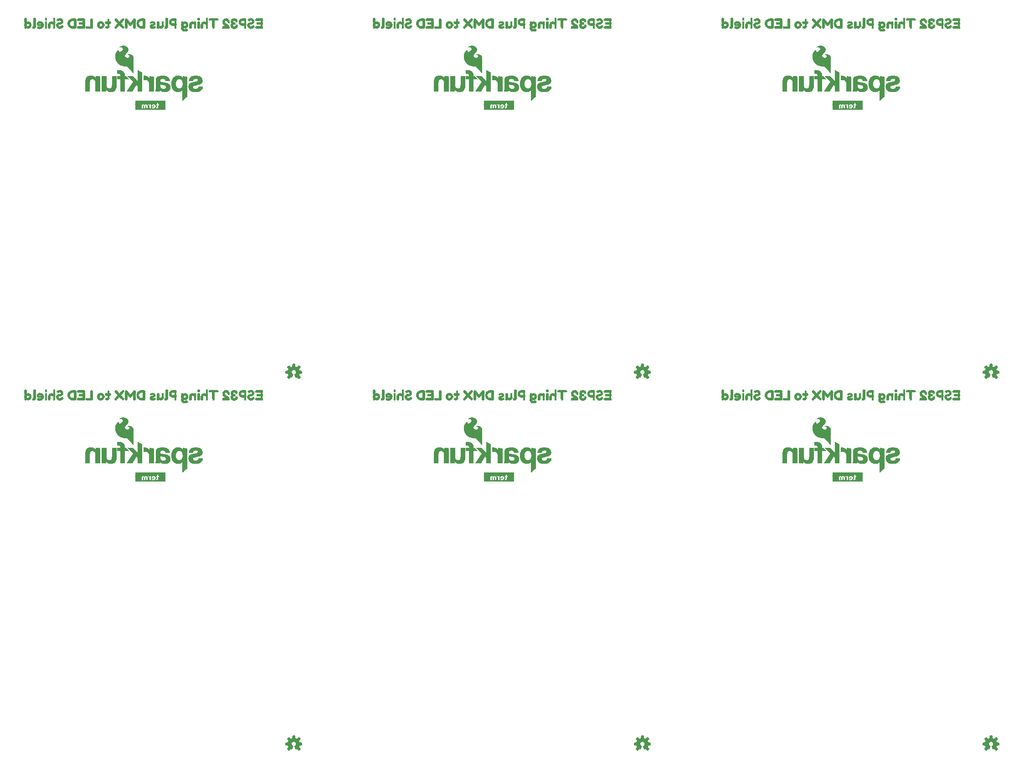
<source format=gbo>
G75*
%MOIN*%
%OFA0B0*%
%FSLAX25Y25*%
%IPPOS*%
%LPD*%
%AMOC8*
5,1,8,0,0,1.08239X$1,22.5*
%
%ADD10R,0.01102X0.00276*%
%ADD11R,0.01378X0.00276*%
%ADD12R,0.04409X0.00276*%
%ADD13R,0.01929X0.00276*%
%ADD14R,0.02480X0.00276*%
%ADD15R,0.01654X0.00276*%
%ADD16R,0.06063X0.00276*%
%ADD17R,0.05512X0.00315*%
%ADD18R,0.03307X0.00315*%
%ADD19R,0.04134X0.00315*%
%ADD20R,0.03031X0.00315*%
%ADD21R,0.06890X0.00315*%
%ADD22R,0.01654X0.00315*%
%ADD23R,0.01929X0.00315*%
%ADD24R,0.05512X0.00276*%
%ADD25R,0.03858X0.00276*%
%ADD26R,0.04685X0.00276*%
%ADD27R,0.03583X0.00276*%
%ADD28R,0.07165X0.00276*%
%ADD29R,0.05787X0.00236*%
%ADD30R,0.04409X0.00236*%
%ADD31R,0.04961X0.00236*%
%ADD32R,0.04134X0.00236*%
%ADD33R,0.07165X0.00236*%
%ADD34R,0.01654X0.00236*%
%ADD35R,0.01929X0.00236*%
%ADD36R,0.05787X0.00315*%
%ADD37R,0.04685X0.00315*%
%ADD38R,0.05236X0.00315*%
%ADD39R,0.04409X0.00315*%
%ADD40R,0.05236X0.00276*%
%ADD41R,0.04961X0.00276*%
%ADD42R,0.06614X0.00276*%
%ADD43R,0.00827X0.00276*%
%ADD44R,0.00827X0.00236*%
%ADD45R,0.02205X0.00236*%
%ADD46R,0.00276X0.00236*%
%ADD47R,0.01378X0.00315*%
%ADD48R,0.02480X0.00315*%
%ADD49R,0.04134X0.00276*%
%ADD50R,0.03031X0.00276*%
%ADD51R,0.03307X0.00276*%
%ADD52R,0.02205X0.00276*%
%ADD53R,0.02756X0.00276*%
%ADD54R,0.00551X0.00276*%
%ADD55R,0.03583X0.00315*%
%ADD56R,0.02205X0.00315*%
%ADD57R,0.04685X0.00236*%
%ADD58R,0.05512X0.00236*%
%ADD59R,0.02480X0.00236*%
%ADD60R,0.05787X0.00276*%
%ADD61R,0.01102X0.00236*%
%ADD62R,0.02756X0.00236*%
%ADD63R,0.05236X0.00236*%
%ADD64R,0.01378X0.00236*%
%ADD65R,0.00551X0.00236*%
%ADD66R,0.00276X0.00276*%
%ADD67R,0.03858X0.00315*%
%ADD68R,0.00551X0.00315*%
%ADD69R,0.03031X0.00236*%
%ADD70R,0.07992X0.00276*%
%ADD71R,0.03583X0.00236*%
%ADD72C,0.00300*%
%ADD73C,0.00591*%
%ADD74R,0.21890X0.00157*%
%ADD75R,0.05039X0.00157*%
%ADD76R,0.15906X0.00157*%
%ADD77R,0.04724X0.00157*%
%ADD78R,0.01102X0.00157*%
%ADD79R,0.00472X0.00157*%
%ADD80R,0.00630X0.00157*%
%ADD81R,0.00945X0.00157*%
%ADD82R,0.05354X0.00157*%
%ADD83R,0.04567X0.00157*%
%ADD84R,0.00787X0.00157*%
%ADD85R,0.00315X0.00157*%
%ADD86R,0.00157X0.00157*%
%ADD87R,0.04882X0.00157*%
%ADD88R,0.01417X0.00157*%
%ADD89R,0.01575X0.00157*%
%ADD90R,0.02362X0.00157*%
%ADD91R,0.05197X0.00157*%
%ADD92R,0.05669X0.00157*%
%ADD93R,0.01260X0.00157*%
%ADD94R,0.01890X0.00157*%
D10*
X0072870Y0284872D03*
X0077280Y0292628D03*
X0083343Y0292628D03*
X0194973Y0292628D03*
X0215091Y0284872D03*
X0327870Y0284872D03*
X0332280Y0292628D03*
X0338343Y0292628D03*
X0449973Y0292628D03*
X0470091Y0284872D03*
X0582870Y0284872D03*
X0587280Y0292628D03*
X0593343Y0292628D03*
X0704973Y0292628D03*
X0725091Y0284872D03*
X0725091Y0556872D03*
X0704973Y0564628D03*
X0593343Y0564628D03*
X0587280Y0564628D03*
X0582870Y0556872D03*
X0470091Y0556872D03*
X0449973Y0564628D03*
X0338343Y0564628D03*
X0332280Y0564628D03*
X0327870Y0556872D03*
X0215091Y0556872D03*
X0194973Y0564628D03*
X0083343Y0564628D03*
X0077280Y0564628D03*
X0072870Y0556872D03*
D11*
X0069150Y0564628D03*
X0062536Y0564628D03*
X0139150Y0559077D03*
X0156804Y0558526D03*
X0165898Y0564628D03*
X0189048Y0564628D03*
X0216882Y0559628D03*
X0229008Y0559077D03*
X0317536Y0564628D03*
X0324150Y0564628D03*
X0394150Y0559077D03*
X0411804Y0558526D03*
X0420898Y0564628D03*
X0444048Y0564628D03*
X0471882Y0559628D03*
X0484008Y0559077D03*
X0572536Y0564628D03*
X0579150Y0564628D03*
X0649150Y0559077D03*
X0666804Y0558526D03*
X0675898Y0564628D03*
X0699048Y0564628D03*
X0726882Y0559628D03*
X0739008Y0559077D03*
X0699048Y0292628D03*
X0675898Y0292628D03*
X0666804Y0286526D03*
X0649150Y0287077D03*
X0579150Y0292628D03*
X0572536Y0292628D03*
X0484008Y0287077D03*
X0471882Y0287628D03*
X0444048Y0292628D03*
X0420898Y0292628D03*
X0411804Y0286526D03*
X0394150Y0287077D03*
X0324150Y0292628D03*
X0317536Y0292628D03*
X0229008Y0287077D03*
X0216882Y0287628D03*
X0189048Y0292628D03*
X0165898Y0292628D03*
X0156804Y0286526D03*
X0139150Y0287077D03*
X0069150Y0292628D03*
X0062536Y0292628D03*
X0726882Y0287628D03*
X0739008Y0287077D03*
D12*
X0743831Y0287904D03*
X0743831Y0289006D03*
X0743831Y0289281D03*
X0743280Y0292352D03*
X0725091Y0285699D03*
X0703595Y0289557D03*
X0695052Y0289557D03*
X0688437Y0289557D03*
X0688437Y0285699D03*
X0688713Y0284321D03*
X0688713Y0284045D03*
X0670524Y0285423D03*
X0657831Y0285423D03*
X0641020Y0287628D03*
X0632752Y0289006D03*
X0632752Y0289281D03*
X0632752Y0289557D03*
X0627516Y0289281D03*
X0613737Y0287904D03*
X0612910Y0292352D03*
X0597477Y0285699D03*
X0591965Y0289557D03*
X0583146Y0289281D03*
X0573776Y0289557D03*
X0573776Y0285699D03*
X0488831Y0287904D03*
X0488831Y0289006D03*
X0488831Y0289281D03*
X0488280Y0292352D03*
X0470091Y0285699D03*
X0448595Y0289557D03*
X0440052Y0289557D03*
X0433437Y0289557D03*
X0433437Y0285699D03*
X0433713Y0284321D03*
X0433713Y0284045D03*
X0415524Y0285423D03*
X0402831Y0285423D03*
X0386020Y0287628D03*
X0377752Y0289006D03*
X0377752Y0289281D03*
X0377752Y0289557D03*
X0372516Y0289281D03*
X0358737Y0287904D03*
X0357910Y0292352D03*
X0342477Y0285699D03*
X0336965Y0289557D03*
X0328146Y0289281D03*
X0318776Y0289557D03*
X0318776Y0285699D03*
X0233831Y0287904D03*
X0233831Y0289006D03*
X0233831Y0289281D03*
X0233280Y0292352D03*
X0215091Y0285699D03*
X0193595Y0289557D03*
X0185052Y0289557D03*
X0178437Y0289557D03*
X0178437Y0285699D03*
X0178713Y0284321D03*
X0178713Y0284045D03*
X0160524Y0285423D03*
X0147831Y0285423D03*
X0131020Y0287628D03*
X0122752Y0289006D03*
X0122752Y0289281D03*
X0122752Y0289557D03*
X0117516Y0289281D03*
X0103737Y0287904D03*
X0102910Y0292352D03*
X0087477Y0285699D03*
X0081965Y0289557D03*
X0073146Y0289281D03*
X0063776Y0289557D03*
X0063776Y0285699D03*
X0063776Y0557699D03*
X0063776Y0561557D03*
X0073146Y0561281D03*
X0081965Y0561557D03*
X0087477Y0557699D03*
X0103737Y0559904D03*
X0102910Y0564352D03*
X0117516Y0561281D03*
X0122752Y0561281D03*
X0122752Y0561006D03*
X0122752Y0561557D03*
X0131020Y0559628D03*
X0147831Y0557423D03*
X0160524Y0557423D03*
X0178437Y0557699D03*
X0178713Y0556321D03*
X0178713Y0556045D03*
X0178437Y0561557D03*
X0185052Y0561557D03*
X0193595Y0561557D03*
X0215091Y0557699D03*
X0233831Y0559904D03*
X0233831Y0561006D03*
X0233831Y0561281D03*
X0233280Y0564352D03*
X0318776Y0561557D03*
X0318776Y0557699D03*
X0328146Y0561281D03*
X0336965Y0561557D03*
X0342477Y0557699D03*
X0358737Y0559904D03*
X0357910Y0564352D03*
X0372516Y0561281D03*
X0377752Y0561281D03*
X0377752Y0561006D03*
X0377752Y0561557D03*
X0386020Y0559628D03*
X0402831Y0557423D03*
X0415524Y0557423D03*
X0433437Y0557699D03*
X0433713Y0556321D03*
X0433713Y0556045D03*
X0433437Y0561557D03*
X0440052Y0561557D03*
X0448595Y0561557D03*
X0470091Y0557699D03*
X0488831Y0559904D03*
X0488831Y0561006D03*
X0488831Y0561281D03*
X0488280Y0564352D03*
X0573776Y0561557D03*
X0573776Y0557699D03*
X0583146Y0561281D03*
X0591965Y0561557D03*
X0597477Y0557699D03*
X0613737Y0559904D03*
X0612910Y0564352D03*
X0627516Y0561281D03*
X0632752Y0561281D03*
X0632752Y0561006D03*
X0632752Y0561557D03*
X0641020Y0559628D03*
X0657831Y0557423D03*
X0670524Y0557423D03*
X0688437Y0557699D03*
X0688713Y0556321D03*
X0688713Y0556045D03*
X0688437Y0561557D03*
X0695052Y0561557D03*
X0703595Y0561557D03*
X0725091Y0557699D03*
X0743831Y0559904D03*
X0743831Y0561006D03*
X0743831Y0561281D03*
X0743280Y0564352D03*
D13*
X0738733Y0562659D03*
X0738733Y0561833D03*
X0737355Y0564352D03*
X0735426Y0559352D03*
X0735426Y0559077D03*
X0735701Y0558801D03*
X0729363Y0561006D03*
X0729363Y0561281D03*
X0726882Y0559077D03*
X0723300Y0559077D03*
X0723300Y0559352D03*
X0723300Y0559628D03*
X0723575Y0561833D03*
X0717512Y0561557D03*
X0717512Y0561281D03*
X0709796Y0561281D03*
X0709796Y0561006D03*
X0709796Y0560730D03*
X0709796Y0560455D03*
X0709796Y0559904D03*
X0709796Y0559628D03*
X0709796Y0559352D03*
X0709796Y0559077D03*
X0709796Y0558801D03*
X0709796Y0558526D03*
X0709796Y0558250D03*
X0709796Y0561557D03*
X0709796Y0561833D03*
X0709796Y0562659D03*
X0701528Y0559904D03*
X0701528Y0559628D03*
X0701528Y0559352D03*
X0701528Y0559077D03*
X0701528Y0558801D03*
X0701528Y0558526D03*
X0701528Y0558250D03*
X0701528Y0557699D03*
X0701528Y0557423D03*
X0699048Y0557423D03*
X0699048Y0557699D03*
X0699048Y0558250D03*
X0699048Y0558526D03*
X0699048Y0558801D03*
X0699048Y0559077D03*
X0699048Y0559352D03*
X0699048Y0559628D03*
X0699048Y0559904D03*
X0699048Y0560455D03*
X0699048Y0560730D03*
X0699048Y0561006D03*
X0699048Y0561281D03*
X0699048Y0561557D03*
X0699048Y0561833D03*
X0699048Y0563762D03*
X0699048Y0564352D03*
X0692985Y0559904D03*
X0692985Y0559628D03*
X0692985Y0559352D03*
X0692985Y0559077D03*
X0692985Y0558801D03*
X0692985Y0558526D03*
X0692985Y0558250D03*
X0692985Y0557699D03*
X0692985Y0557423D03*
X0690504Y0559077D03*
X0690504Y0559352D03*
X0687197Y0559352D03*
X0687197Y0559628D03*
X0687197Y0559904D03*
X0687197Y0556872D03*
X0678378Y0561006D03*
X0678378Y0561281D03*
X0675898Y0561281D03*
X0675898Y0561006D03*
X0675898Y0560730D03*
X0675898Y0560455D03*
X0675898Y0559904D03*
X0675898Y0559628D03*
X0675898Y0559352D03*
X0675898Y0559077D03*
X0675898Y0558801D03*
X0675898Y0561557D03*
X0675898Y0561833D03*
X0675898Y0562659D03*
X0675898Y0562935D03*
X0675898Y0563762D03*
X0675898Y0564352D03*
X0672591Y0559077D03*
X0669284Y0559077D03*
X0669284Y0559352D03*
X0669284Y0559628D03*
X0669284Y0559904D03*
X0669284Y0560455D03*
X0669284Y0560730D03*
X0669284Y0561006D03*
X0669284Y0561281D03*
X0669284Y0561557D03*
X0669284Y0561833D03*
X0666528Y0560455D03*
X0659071Y0560455D03*
X0659071Y0560730D03*
X0659071Y0561006D03*
X0659071Y0561281D03*
X0659071Y0561557D03*
X0659071Y0561833D03*
X0659071Y0559904D03*
X0659071Y0559628D03*
X0659071Y0559352D03*
X0659071Y0559077D03*
X0654662Y0559628D03*
X0654662Y0559904D03*
X0654386Y0560730D03*
X0654662Y0561281D03*
X0654662Y0561557D03*
X0652181Y0560730D03*
X0652181Y0560455D03*
X0652181Y0559904D03*
X0652181Y0559628D03*
X0652181Y0559352D03*
X0652181Y0559077D03*
X0652181Y0558801D03*
X0652181Y0558526D03*
X0652181Y0558250D03*
X0652181Y0557699D03*
X0652181Y0557423D03*
X0649150Y0559628D03*
X0646119Y0559628D03*
X0646119Y0559904D03*
X0646119Y0560455D03*
X0646119Y0560730D03*
X0646119Y0559352D03*
X0646119Y0559077D03*
X0646119Y0558801D03*
X0646119Y0558526D03*
X0646119Y0558250D03*
X0646119Y0557699D03*
X0643638Y0557699D03*
X0643638Y0563762D03*
X0646119Y0563762D03*
X0652181Y0563762D03*
X0638678Y0563762D03*
X0632890Y0558801D03*
X0629307Y0559077D03*
X0629307Y0559352D03*
X0629307Y0559628D03*
X0629307Y0559904D03*
X0625725Y0559904D03*
X0625725Y0559628D03*
X0625725Y0559352D03*
X0625725Y0559077D03*
X0620764Y0559077D03*
X0620764Y0559352D03*
X0620764Y0559628D03*
X0620764Y0559904D03*
X0620764Y0560455D03*
X0620764Y0560730D03*
X0620764Y0561006D03*
X0620764Y0561281D03*
X0620764Y0561557D03*
X0620764Y0561833D03*
X0620764Y0562659D03*
X0620764Y0562935D03*
X0620764Y0563762D03*
X0620764Y0558801D03*
X0614977Y0559077D03*
X0614977Y0559352D03*
X0614977Y0559628D03*
X0614977Y0561833D03*
X0608638Y0561833D03*
X0608638Y0561557D03*
X0608638Y0561281D03*
X0608638Y0561006D03*
X0608638Y0560730D03*
X0608638Y0560455D03*
X0608638Y0559904D03*
X0608638Y0559628D03*
X0608638Y0559352D03*
X0608638Y0559077D03*
X0604229Y0559628D03*
X0604229Y0559904D03*
X0603953Y0560455D03*
X0603953Y0560730D03*
X0603953Y0561006D03*
X0604229Y0561557D03*
X0598993Y0561833D03*
X0597615Y0564352D03*
X0595685Y0559352D03*
X0595685Y0559077D03*
X0593205Y0559904D03*
X0589898Y0559904D03*
X0589898Y0559628D03*
X0589898Y0559352D03*
X0589898Y0559077D03*
X0589898Y0558801D03*
X0589898Y0558526D03*
X0589898Y0558250D03*
X0589898Y0557699D03*
X0584662Y0558801D03*
X0584662Y0560455D03*
X0579150Y0560455D03*
X0579150Y0560730D03*
X0579150Y0561006D03*
X0579150Y0561281D03*
X0579150Y0561557D03*
X0579150Y0561833D03*
X0579150Y0562659D03*
X0579150Y0562935D03*
X0579150Y0563762D03*
X0579150Y0564352D03*
X0579150Y0559904D03*
X0579150Y0559628D03*
X0579150Y0559352D03*
X0579150Y0559077D03*
X0579150Y0558801D03*
X0575843Y0559077D03*
X0575843Y0559352D03*
X0575843Y0559904D03*
X0572536Y0559904D03*
X0572536Y0559628D03*
X0572536Y0559352D03*
X0572536Y0559077D03*
X0572536Y0562659D03*
X0572536Y0562935D03*
X0572536Y0563762D03*
X0483733Y0562659D03*
X0483733Y0561833D03*
X0482355Y0564352D03*
X0480426Y0559352D03*
X0480426Y0559077D03*
X0480701Y0558801D03*
X0474363Y0561006D03*
X0474363Y0561281D03*
X0471882Y0559077D03*
X0468300Y0559077D03*
X0468300Y0559352D03*
X0468300Y0559628D03*
X0468575Y0561833D03*
X0462512Y0561557D03*
X0462512Y0561281D03*
X0454796Y0561281D03*
X0454796Y0561006D03*
X0454796Y0560730D03*
X0454796Y0560455D03*
X0454796Y0559904D03*
X0454796Y0559628D03*
X0454796Y0559352D03*
X0454796Y0559077D03*
X0454796Y0558801D03*
X0454796Y0558526D03*
X0454796Y0558250D03*
X0454796Y0561557D03*
X0454796Y0561833D03*
X0454796Y0562659D03*
X0446528Y0559904D03*
X0446528Y0559628D03*
X0446528Y0559352D03*
X0446528Y0559077D03*
X0446528Y0558801D03*
X0446528Y0558526D03*
X0446528Y0558250D03*
X0446528Y0557699D03*
X0446528Y0557423D03*
X0444048Y0557423D03*
X0444048Y0557699D03*
X0444048Y0558250D03*
X0444048Y0558526D03*
X0444048Y0558801D03*
X0444048Y0559077D03*
X0444048Y0559352D03*
X0444048Y0559628D03*
X0444048Y0559904D03*
X0444048Y0560455D03*
X0444048Y0560730D03*
X0444048Y0561006D03*
X0444048Y0561281D03*
X0444048Y0561557D03*
X0444048Y0561833D03*
X0444048Y0563762D03*
X0444048Y0564352D03*
X0437985Y0559904D03*
X0437985Y0559628D03*
X0437985Y0559352D03*
X0437985Y0559077D03*
X0437985Y0558801D03*
X0437985Y0558526D03*
X0437985Y0558250D03*
X0437985Y0557699D03*
X0437985Y0557423D03*
X0435504Y0559077D03*
X0435504Y0559352D03*
X0432197Y0559352D03*
X0432197Y0559628D03*
X0432197Y0559904D03*
X0432197Y0556872D03*
X0423378Y0561006D03*
X0423378Y0561281D03*
X0420898Y0561281D03*
X0420898Y0561006D03*
X0420898Y0560730D03*
X0420898Y0560455D03*
X0420898Y0559904D03*
X0420898Y0559628D03*
X0420898Y0559352D03*
X0420898Y0559077D03*
X0420898Y0558801D03*
X0420898Y0561557D03*
X0420898Y0561833D03*
X0420898Y0562659D03*
X0420898Y0562935D03*
X0420898Y0563762D03*
X0420898Y0564352D03*
X0417591Y0559077D03*
X0414284Y0559077D03*
X0414284Y0559352D03*
X0414284Y0559628D03*
X0414284Y0559904D03*
X0414284Y0560455D03*
X0414284Y0560730D03*
X0414284Y0561006D03*
X0414284Y0561281D03*
X0414284Y0561557D03*
X0414284Y0561833D03*
X0411528Y0560455D03*
X0404071Y0560455D03*
X0404071Y0560730D03*
X0404071Y0561006D03*
X0404071Y0561281D03*
X0404071Y0561557D03*
X0404071Y0561833D03*
X0404071Y0559904D03*
X0404071Y0559628D03*
X0404071Y0559352D03*
X0404071Y0559077D03*
X0399662Y0559628D03*
X0399662Y0559904D03*
X0399386Y0560730D03*
X0399662Y0561281D03*
X0399662Y0561557D03*
X0397181Y0560730D03*
X0397181Y0560455D03*
X0397181Y0559904D03*
X0397181Y0559628D03*
X0397181Y0559352D03*
X0397181Y0559077D03*
X0397181Y0558801D03*
X0397181Y0558526D03*
X0397181Y0558250D03*
X0397181Y0557699D03*
X0397181Y0557423D03*
X0394150Y0559628D03*
X0391119Y0559628D03*
X0391119Y0559904D03*
X0391119Y0560455D03*
X0391119Y0560730D03*
X0391119Y0559352D03*
X0391119Y0559077D03*
X0391119Y0558801D03*
X0391119Y0558526D03*
X0391119Y0558250D03*
X0391119Y0557699D03*
X0388638Y0557699D03*
X0388638Y0563762D03*
X0391119Y0563762D03*
X0397181Y0563762D03*
X0383678Y0563762D03*
X0377890Y0558801D03*
X0374307Y0559077D03*
X0374307Y0559352D03*
X0374307Y0559628D03*
X0374307Y0559904D03*
X0370725Y0559904D03*
X0370725Y0559628D03*
X0370725Y0559352D03*
X0370725Y0559077D03*
X0365764Y0559077D03*
X0365764Y0559352D03*
X0365764Y0559628D03*
X0365764Y0559904D03*
X0365764Y0560455D03*
X0365764Y0560730D03*
X0365764Y0561006D03*
X0365764Y0561281D03*
X0365764Y0561557D03*
X0365764Y0561833D03*
X0365764Y0562659D03*
X0365764Y0562935D03*
X0365764Y0563762D03*
X0365764Y0558801D03*
X0359977Y0559077D03*
X0359977Y0559352D03*
X0359977Y0559628D03*
X0359977Y0561833D03*
X0353638Y0561833D03*
X0353638Y0561557D03*
X0353638Y0561281D03*
X0353638Y0561006D03*
X0353638Y0560730D03*
X0353638Y0560455D03*
X0353638Y0559904D03*
X0353638Y0559628D03*
X0353638Y0559352D03*
X0353638Y0559077D03*
X0349229Y0559628D03*
X0349229Y0559904D03*
X0348953Y0560455D03*
X0348953Y0560730D03*
X0348953Y0561006D03*
X0349229Y0561557D03*
X0343993Y0561833D03*
X0342615Y0564352D03*
X0340685Y0559352D03*
X0340685Y0559077D03*
X0338205Y0559904D03*
X0334898Y0559904D03*
X0334898Y0559628D03*
X0334898Y0559352D03*
X0334898Y0559077D03*
X0334898Y0558801D03*
X0334898Y0558526D03*
X0334898Y0558250D03*
X0334898Y0557699D03*
X0329662Y0558801D03*
X0329662Y0560455D03*
X0324150Y0560455D03*
X0324150Y0560730D03*
X0324150Y0561006D03*
X0324150Y0561281D03*
X0324150Y0561557D03*
X0324150Y0561833D03*
X0324150Y0562659D03*
X0324150Y0562935D03*
X0324150Y0563762D03*
X0324150Y0564352D03*
X0324150Y0559904D03*
X0324150Y0559628D03*
X0324150Y0559352D03*
X0324150Y0559077D03*
X0324150Y0558801D03*
X0320843Y0559077D03*
X0320843Y0559352D03*
X0320843Y0559904D03*
X0317536Y0559904D03*
X0317536Y0559628D03*
X0317536Y0559352D03*
X0317536Y0559077D03*
X0317536Y0562659D03*
X0317536Y0562935D03*
X0317536Y0563762D03*
X0228733Y0562659D03*
X0228733Y0561833D03*
X0227355Y0564352D03*
X0225426Y0559352D03*
X0225426Y0559077D03*
X0225701Y0558801D03*
X0219363Y0561006D03*
X0219363Y0561281D03*
X0216882Y0559077D03*
X0213300Y0559077D03*
X0213300Y0559352D03*
X0213300Y0559628D03*
X0213575Y0561833D03*
X0207512Y0561557D03*
X0207512Y0561281D03*
X0199796Y0561281D03*
X0199796Y0561006D03*
X0199796Y0560730D03*
X0199796Y0560455D03*
X0199796Y0559904D03*
X0199796Y0559628D03*
X0199796Y0559352D03*
X0199796Y0559077D03*
X0199796Y0558801D03*
X0199796Y0558526D03*
X0199796Y0558250D03*
X0199796Y0561557D03*
X0199796Y0561833D03*
X0199796Y0562659D03*
X0191528Y0559904D03*
X0191528Y0559628D03*
X0191528Y0559352D03*
X0191528Y0559077D03*
X0191528Y0558801D03*
X0191528Y0558526D03*
X0191528Y0558250D03*
X0191528Y0557699D03*
X0191528Y0557423D03*
X0189048Y0557423D03*
X0189048Y0557699D03*
X0189048Y0558250D03*
X0189048Y0558526D03*
X0189048Y0558801D03*
X0189048Y0559077D03*
X0189048Y0559352D03*
X0189048Y0559628D03*
X0189048Y0559904D03*
X0189048Y0560455D03*
X0189048Y0560730D03*
X0189048Y0561006D03*
X0189048Y0561281D03*
X0189048Y0561557D03*
X0189048Y0561833D03*
X0189048Y0563762D03*
X0189048Y0564352D03*
X0182985Y0559904D03*
X0182985Y0559628D03*
X0182985Y0559352D03*
X0182985Y0559077D03*
X0182985Y0558801D03*
X0182985Y0558526D03*
X0182985Y0558250D03*
X0182985Y0557699D03*
X0182985Y0557423D03*
X0180504Y0559077D03*
X0180504Y0559352D03*
X0177197Y0559352D03*
X0177197Y0559628D03*
X0177197Y0559904D03*
X0177197Y0556872D03*
X0168378Y0561006D03*
X0168378Y0561281D03*
X0165898Y0561281D03*
X0165898Y0561006D03*
X0165898Y0560730D03*
X0165898Y0560455D03*
X0165898Y0559904D03*
X0165898Y0559628D03*
X0165898Y0559352D03*
X0165898Y0559077D03*
X0165898Y0558801D03*
X0165898Y0561557D03*
X0165898Y0561833D03*
X0165898Y0562659D03*
X0165898Y0562935D03*
X0165898Y0563762D03*
X0165898Y0564352D03*
X0162591Y0559077D03*
X0159284Y0559077D03*
X0159284Y0559352D03*
X0159284Y0559628D03*
X0159284Y0559904D03*
X0159284Y0560455D03*
X0159284Y0560730D03*
X0159284Y0561006D03*
X0159284Y0561281D03*
X0159284Y0561557D03*
X0159284Y0561833D03*
X0156528Y0560455D03*
X0149071Y0560455D03*
X0149071Y0560730D03*
X0149071Y0561006D03*
X0149071Y0561281D03*
X0149071Y0561557D03*
X0149071Y0561833D03*
X0149071Y0559904D03*
X0149071Y0559628D03*
X0149071Y0559352D03*
X0149071Y0559077D03*
X0144662Y0559628D03*
X0144662Y0559904D03*
X0144386Y0560730D03*
X0144662Y0561281D03*
X0144662Y0561557D03*
X0142181Y0560730D03*
X0142181Y0560455D03*
X0142181Y0559904D03*
X0142181Y0559628D03*
X0142181Y0559352D03*
X0142181Y0559077D03*
X0142181Y0558801D03*
X0142181Y0558526D03*
X0142181Y0558250D03*
X0142181Y0557699D03*
X0142181Y0557423D03*
X0139150Y0559628D03*
X0136119Y0559628D03*
X0136119Y0559904D03*
X0136119Y0560455D03*
X0136119Y0560730D03*
X0136119Y0559352D03*
X0136119Y0559077D03*
X0136119Y0558801D03*
X0136119Y0558526D03*
X0136119Y0558250D03*
X0136119Y0557699D03*
X0133638Y0557699D03*
X0133638Y0563762D03*
X0136119Y0563762D03*
X0142181Y0563762D03*
X0128678Y0563762D03*
X0122890Y0558801D03*
X0119307Y0559077D03*
X0119307Y0559352D03*
X0119307Y0559628D03*
X0119307Y0559904D03*
X0115725Y0559904D03*
X0115725Y0559628D03*
X0115725Y0559352D03*
X0115725Y0559077D03*
X0110764Y0559077D03*
X0110764Y0559352D03*
X0110764Y0559628D03*
X0110764Y0559904D03*
X0110764Y0560455D03*
X0110764Y0560730D03*
X0110764Y0561006D03*
X0110764Y0561281D03*
X0110764Y0561557D03*
X0110764Y0561833D03*
X0110764Y0562659D03*
X0110764Y0562935D03*
X0110764Y0563762D03*
X0110764Y0558801D03*
X0104977Y0559077D03*
X0104977Y0559352D03*
X0104977Y0559628D03*
X0104977Y0561833D03*
X0098638Y0561833D03*
X0098638Y0561557D03*
X0098638Y0561281D03*
X0098638Y0561006D03*
X0098638Y0560730D03*
X0098638Y0560455D03*
X0098638Y0559904D03*
X0098638Y0559628D03*
X0098638Y0559352D03*
X0098638Y0559077D03*
X0094229Y0559628D03*
X0094229Y0559904D03*
X0093953Y0560455D03*
X0093953Y0560730D03*
X0093953Y0561006D03*
X0094229Y0561557D03*
X0088993Y0561833D03*
X0087615Y0564352D03*
X0085685Y0559352D03*
X0085685Y0559077D03*
X0083205Y0559904D03*
X0079898Y0559904D03*
X0079898Y0559628D03*
X0079898Y0559352D03*
X0079898Y0559077D03*
X0079898Y0558801D03*
X0079898Y0558526D03*
X0079898Y0558250D03*
X0079898Y0557699D03*
X0074662Y0558801D03*
X0074662Y0560455D03*
X0069150Y0560455D03*
X0069150Y0560730D03*
X0069150Y0561006D03*
X0069150Y0561281D03*
X0069150Y0561557D03*
X0069150Y0561833D03*
X0069150Y0562659D03*
X0069150Y0562935D03*
X0069150Y0563762D03*
X0069150Y0564352D03*
X0069150Y0559904D03*
X0069150Y0559628D03*
X0069150Y0559352D03*
X0069150Y0559077D03*
X0069150Y0558801D03*
X0065843Y0559077D03*
X0065843Y0559352D03*
X0065843Y0559904D03*
X0062536Y0559904D03*
X0062536Y0559628D03*
X0062536Y0559352D03*
X0062536Y0559077D03*
X0062536Y0562659D03*
X0062536Y0562935D03*
X0062536Y0563762D03*
X0069150Y0292352D03*
X0069150Y0291762D03*
X0069150Y0290935D03*
X0069150Y0290659D03*
X0069150Y0289833D03*
X0069150Y0289557D03*
X0069150Y0289281D03*
X0069150Y0289006D03*
X0069150Y0288730D03*
X0069150Y0288455D03*
X0069150Y0287904D03*
X0069150Y0287628D03*
X0069150Y0287352D03*
X0069150Y0287077D03*
X0069150Y0286801D03*
X0065843Y0287077D03*
X0065843Y0287352D03*
X0065843Y0287904D03*
X0062536Y0287904D03*
X0062536Y0287628D03*
X0062536Y0287352D03*
X0062536Y0287077D03*
X0062536Y0290659D03*
X0062536Y0290935D03*
X0062536Y0291762D03*
X0074662Y0288455D03*
X0074662Y0286801D03*
X0079898Y0286801D03*
X0079898Y0286526D03*
X0079898Y0286250D03*
X0079898Y0285699D03*
X0079898Y0287077D03*
X0079898Y0287352D03*
X0079898Y0287628D03*
X0079898Y0287904D03*
X0083205Y0287904D03*
X0085685Y0287352D03*
X0085685Y0287077D03*
X0088993Y0289833D03*
X0087615Y0292352D03*
X0093953Y0289006D03*
X0093953Y0288730D03*
X0093953Y0288455D03*
X0094229Y0287904D03*
X0094229Y0287628D03*
X0094229Y0289557D03*
X0098638Y0289557D03*
X0098638Y0289281D03*
X0098638Y0289006D03*
X0098638Y0288730D03*
X0098638Y0288455D03*
X0098638Y0287904D03*
X0098638Y0287628D03*
X0098638Y0287352D03*
X0098638Y0287077D03*
X0098638Y0289833D03*
X0104977Y0289833D03*
X0104977Y0287628D03*
X0104977Y0287352D03*
X0104977Y0287077D03*
X0110764Y0287077D03*
X0110764Y0287352D03*
X0110764Y0287628D03*
X0110764Y0287904D03*
X0110764Y0288455D03*
X0110764Y0288730D03*
X0110764Y0289006D03*
X0110764Y0289281D03*
X0110764Y0289557D03*
X0110764Y0289833D03*
X0110764Y0290659D03*
X0110764Y0290935D03*
X0110764Y0291762D03*
X0110764Y0286801D03*
X0115725Y0287077D03*
X0115725Y0287352D03*
X0115725Y0287628D03*
X0115725Y0287904D03*
X0119307Y0287904D03*
X0119307Y0287628D03*
X0119307Y0287352D03*
X0119307Y0287077D03*
X0122890Y0286801D03*
X0128678Y0291762D03*
X0133638Y0291762D03*
X0136119Y0291762D03*
X0136119Y0288730D03*
X0136119Y0288455D03*
X0136119Y0287904D03*
X0136119Y0287628D03*
X0136119Y0287352D03*
X0136119Y0287077D03*
X0136119Y0286801D03*
X0136119Y0286526D03*
X0136119Y0286250D03*
X0136119Y0285699D03*
X0133638Y0285699D03*
X0139150Y0287628D03*
X0142181Y0287628D03*
X0142181Y0287904D03*
X0142181Y0288455D03*
X0142181Y0288730D03*
X0142181Y0287352D03*
X0142181Y0287077D03*
X0142181Y0286801D03*
X0142181Y0286526D03*
X0142181Y0286250D03*
X0142181Y0285699D03*
X0142181Y0285423D03*
X0144662Y0287628D03*
X0144662Y0287904D03*
X0144386Y0288730D03*
X0144662Y0289281D03*
X0144662Y0289557D03*
X0142181Y0291762D03*
X0149071Y0289833D03*
X0149071Y0289557D03*
X0149071Y0289281D03*
X0149071Y0289006D03*
X0149071Y0288730D03*
X0149071Y0288455D03*
X0149071Y0287904D03*
X0149071Y0287628D03*
X0149071Y0287352D03*
X0149071Y0287077D03*
X0156528Y0288455D03*
X0159284Y0288455D03*
X0159284Y0288730D03*
X0159284Y0289006D03*
X0159284Y0289281D03*
X0159284Y0289557D03*
X0159284Y0289833D03*
X0159284Y0287904D03*
X0159284Y0287628D03*
X0159284Y0287352D03*
X0159284Y0287077D03*
X0162591Y0287077D03*
X0165898Y0287077D03*
X0165898Y0287352D03*
X0165898Y0287628D03*
X0165898Y0287904D03*
X0165898Y0288455D03*
X0165898Y0288730D03*
X0165898Y0289006D03*
X0165898Y0289281D03*
X0165898Y0289557D03*
X0165898Y0289833D03*
X0165898Y0290659D03*
X0165898Y0290935D03*
X0165898Y0291762D03*
X0165898Y0292352D03*
X0168378Y0289281D03*
X0168378Y0289006D03*
X0165898Y0286801D03*
X0177197Y0287352D03*
X0177197Y0287628D03*
X0177197Y0287904D03*
X0177197Y0284872D03*
X0180504Y0287077D03*
X0180504Y0287352D03*
X0182985Y0287352D03*
X0182985Y0287077D03*
X0182985Y0286801D03*
X0182985Y0286526D03*
X0182985Y0286250D03*
X0182985Y0285699D03*
X0182985Y0285423D03*
X0182985Y0287628D03*
X0182985Y0287904D03*
X0189048Y0287904D03*
X0189048Y0287628D03*
X0189048Y0287352D03*
X0189048Y0287077D03*
X0189048Y0286801D03*
X0189048Y0286526D03*
X0189048Y0286250D03*
X0189048Y0285699D03*
X0189048Y0285423D03*
X0191528Y0285423D03*
X0191528Y0285699D03*
X0191528Y0286250D03*
X0191528Y0286526D03*
X0191528Y0286801D03*
X0191528Y0287077D03*
X0191528Y0287352D03*
X0191528Y0287628D03*
X0191528Y0287904D03*
X0189048Y0288455D03*
X0189048Y0288730D03*
X0189048Y0289006D03*
X0189048Y0289281D03*
X0189048Y0289557D03*
X0189048Y0289833D03*
X0189048Y0291762D03*
X0189048Y0292352D03*
X0199796Y0290659D03*
X0199796Y0289833D03*
X0199796Y0289557D03*
X0199796Y0289281D03*
X0199796Y0289006D03*
X0199796Y0288730D03*
X0199796Y0288455D03*
X0199796Y0287904D03*
X0199796Y0287628D03*
X0199796Y0287352D03*
X0199796Y0287077D03*
X0199796Y0286801D03*
X0199796Y0286526D03*
X0199796Y0286250D03*
X0207512Y0289281D03*
X0207512Y0289557D03*
X0213575Y0289833D03*
X0213300Y0287628D03*
X0213300Y0287352D03*
X0213300Y0287077D03*
X0216882Y0287077D03*
X0219363Y0289006D03*
X0219363Y0289281D03*
X0225426Y0287352D03*
X0225426Y0287077D03*
X0225701Y0286801D03*
X0228733Y0289833D03*
X0228733Y0290659D03*
X0227355Y0292352D03*
X0317536Y0291762D03*
X0317536Y0290935D03*
X0317536Y0290659D03*
X0317536Y0287904D03*
X0317536Y0287628D03*
X0317536Y0287352D03*
X0317536Y0287077D03*
X0320843Y0287077D03*
X0320843Y0287352D03*
X0320843Y0287904D03*
X0324150Y0287904D03*
X0324150Y0287628D03*
X0324150Y0287352D03*
X0324150Y0287077D03*
X0324150Y0286801D03*
X0324150Y0288455D03*
X0324150Y0288730D03*
X0324150Y0289006D03*
X0324150Y0289281D03*
X0324150Y0289557D03*
X0324150Y0289833D03*
X0324150Y0290659D03*
X0324150Y0290935D03*
X0324150Y0291762D03*
X0324150Y0292352D03*
X0329662Y0288455D03*
X0329662Y0286801D03*
X0334898Y0286801D03*
X0334898Y0286526D03*
X0334898Y0286250D03*
X0334898Y0285699D03*
X0334898Y0287077D03*
X0334898Y0287352D03*
X0334898Y0287628D03*
X0334898Y0287904D03*
X0338205Y0287904D03*
X0340685Y0287352D03*
X0340685Y0287077D03*
X0343993Y0289833D03*
X0342615Y0292352D03*
X0348953Y0289006D03*
X0348953Y0288730D03*
X0348953Y0288455D03*
X0349229Y0287904D03*
X0349229Y0287628D03*
X0349229Y0289557D03*
X0353638Y0289557D03*
X0353638Y0289281D03*
X0353638Y0289006D03*
X0353638Y0288730D03*
X0353638Y0288455D03*
X0353638Y0287904D03*
X0353638Y0287628D03*
X0353638Y0287352D03*
X0353638Y0287077D03*
X0353638Y0289833D03*
X0359977Y0289833D03*
X0359977Y0287628D03*
X0359977Y0287352D03*
X0359977Y0287077D03*
X0365764Y0287077D03*
X0365764Y0287352D03*
X0365764Y0287628D03*
X0365764Y0287904D03*
X0365764Y0288455D03*
X0365764Y0288730D03*
X0365764Y0289006D03*
X0365764Y0289281D03*
X0365764Y0289557D03*
X0365764Y0289833D03*
X0365764Y0290659D03*
X0365764Y0290935D03*
X0365764Y0291762D03*
X0365764Y0286801D03*
X0370725Y0287077D03*
X0370725Y0287352D03*
X0370725Y0287628D03*
X0370725Y0287904D03*
X0374307Y0287904D03*
X0374307Y0287628D03*
X0374307Y0287352D03*
X0374307Y0287077D03*
X0377890Y0286801D03*
X0383678Y0291762D03*
X0388638Y0291762D03*
X0391119Y0291762D03*
X0391119Y0288730D03*
X0391119Y0288455D03*
X0391119Y0287904D03*
X0391119Y0287628D03*
X0391119Y0287352D03*
X0391119Y0287077D03*
X0391119Y0286801D03*
X0391119Y0286526D03*
X0391119Y0286250D03*
X0391119Y0285699D03*
X0388638Y0285699D03*
X0394150Y0287628D03*
X0397181Y0287628D03*
X0397181Y0287904D03*
X0397181Y0288455D03*
X0397181Y0288730D03*
X0397181Y0287352D03*
X0397181Y0287077D03*
X0397181Y0286801D03*
X0397181Y0286526D03*
X0397181Y0286250D03*
X0397181Y0285699D03*
X0397181Y0285423D03*
X0399662Y0287628D03*
X0399662Y0287904D03*
X0399386Y0288730D03*
X0399662Y0289281D03*
X0399662Y0289557D03*
X0397181Y0291762D03*
X0404071Y0289833D03*
X0404071Y0289557D03*
X0404071Y0289281D03*
X0404071Y0289006D03*
X0404071Y0288730D03*
X0404071Y0288455D03*
X0404071Y0287904D03*
X0404071Y0287628D03*
X0404071Y0287352D03*
X0404071Y0287077D03*
X0411528Y0288455D03*
X0414284Y0288455D03*
X0414284Y0288730D03*
X0414284Y0289006D03*
X0414284Y0289281D03*
X0414284Y0289557D03*
X0414284Y0289833D03*
X0414284Y0287904D03*
X0414284Y0287628D03*
X0414284Y0287352D03*
X0414284Y0287077D03*
X0417591Y0287077D03*
X0420898Y0287077D03*
X0420898Y0287352D03*
X0420898Y0287628D03*
X0420898Y0287904D03*
X0420898Y0288455D03*
X0420898Y0288730D03*
X0420898Y0289006D03*
X0420898Y0289281D03*
X0420898Y0289557D03*
X0420898Y0289833D03*
X0420898Y0290659D03*
X0420898Y0290935D03*
X0420898Y0291762D03*
X0420898Y0292352D03*
X0423378Y0289281D03*
X0423378Y0289006D03*
X0420898Y0286801D03*
X0432197Y0287352D03*
X0432197Y0287628D03*
X0432197Y0287904D03*
X0432197Y0284872D03*
X0435504Y0287077D03*
X0435504Y0287352D03*
X0437985Y0287352D03*
X0437985Y0287077D03*
X0437985Y0286801D03*
X0437985Y0286526D03*
X0437985Y0286250D03*
X0437985Y0285699D03*
X0437985Y0285423D03*
X0437985Y0287628D03*
X0437985Y0287904D03*
X0444048Y0287904D03*
X0444048Y0287628D03*
X0444048Y0287352D03*
X0444048Y0287077D03*
X0444048Y0286801D03*
X0444048Y0286526D03*
X0444048Y0286250D03*
X0444048Y0285699D03*
X0444048Y0285423D03*
X0446528Y0285423D03*
X0446528Y0285699D03*
X0446528Y0286250D03*
X0446528Y0286526D03*
X0446528Y0286801D03*
X0446528Y0287077D03*
X0446528Y0287352D03*
X0446528Y0287628D03*
X0446528Y0287904D03*
X0444048Y0288455D03*
X0444048Y0288730D03*
X0444048Y0289006D03*
X0444048Y0289281D03*
X0444048Y0289557D03*
X0444048Y0289833D03*
X0444048Y0291762D03*
X0444048Y0292352D03*
X0454796Y0290659D03*
X0454796Y0289833D03*
X0454796Y0289557D03*
X0454796Y0289281D03*
X0454796Y0289006D03*
X0454796Y0288730D03*
X0454796Y0288455D03*
X0454796Y0287904D03*
X0454796Y0287628D03*
X0454796Y0287352D03*
X0454796Y0287077D03*
X0454796Y0286801D03*
X0454796Y0286526D03*
X0454796Y0286250D03*
X0462512Y0289281D03*
X0462512Y0289557D03*
X0468575Y0289833D03*
X0468300Y0287628D03*
X0468300Y0287352D03*
X0468300Y0287077D03*
X0471882Y0287077D03*
X0474363Y0289006D03*
X0474363Y0289281D03*
X0480426Y0287352D03*
X0480426Y0287077D03*
X0480701Y0286801D03*
X0483733Y0289833D03*
X0483733Y0290659D03*
X0482355Y0292352D03*
X0572536Y0291762D03*
X0572536Y0290935D03*
X0572536Y0290659D03*
X0572536Y0287904D03*
X0572536Y0287628D03*
X0572536Y0287352D03*
X0572536Y0287077D03*
X0575843Y0287077D03*
X0575843Y0287352D03*
X0575843Y0287904D03*
X0579150Y0287904D03*
X0579150Y0287628D03*
X0579150Y0287352D03*
X0579150Y0287077D03*
X0579150Y0286801D03*
X0579150Y0288455D03*
X0579150Y0288730D03*
X0579150Y0289006D03*
X0579150Y0289281D03*
X0579150Y0289557D03*
X0579150Y0289833D03*
X0579150Y0290659D03*
X0579150Y0290935D03*
X0579150Y0291762D03*
X0579150Y0292352D03*
X0584662Y0288455D03*
X0584662Y0286801D03*
X0589898Y0286801D03*
X0589898Y0286526D03*
X0589898Y0286250D03*
X0589898Y0285699D03*
X0589898Y0287077D03*
X0589898Y0287352D03*
X0589898Y0287628D03*
X0589898Y0287904D03*
X0593205Y0287904D03*
X0595685Y0287352D03*
X0595685Y0287077D03*
X0598993Y0289833D03*
X0597615Y0292352D03*
X0603953Y0289006D03*
X0603953Y0288730D03*
X0603953Y0288455D03*
X0604229Y0287904D03*
X0604229Y0287628D03*
X0604229Y0289557D03*
X0608638Y0289557D03*
X0608638Y0289281D03*
X0608638Y0289006D03*
X0608638Y0288730D03*
X0608638Y0288455D03*
X0608638Y0287904D03*
X0608638Y0287628D03*
X0608638Y0287352D03*
X0608638Y0287077D03*
X0608638Y0289833D03*
X0614977Y0289833D03*
X0614977Y0287628D03*
X0614977Y0287352D03*
X0614977Y0287077D03*
X0620764Y0287077D03*
X0620764Y0287352D03*
X0620764Y0287628D03*
X0620764Y0287904D03*
X0620764Y0288455D03*
X0620764Y0288730D03*
X0620764Y0289006D03*
X0620764Y0289281D03*
X0620764Y0289557D03*
X0620764Y0289833D03*
X0620764Y0290659D03*
X0620764Y0290935D03*
X0620764Y0291762D03*
X0620764Y0286801D03*
X0625725Y0287077D03*
X0625725Y0287352D03*
X0625725Y0287628D03*
X0625725Y0287904D03*
X0629307Y0287904D03*
X0629307Y0287628D03*
X0629307Y0287352D03*
X0629307Y0287077D03*
X0632890Y0286801D03*
X0638678Y0291762D03*
X0643638Y0291762D03*
X0646119Y0291762D03*
X0646119Y0288730D03*
X0646119Y0288455D03*
X0646119Y0287904D03*
X0646119Y0287628D03*
X0646119Y0287352D03*
X0646119Y0287077D03*
X0646119Y0286801D03*
X0646119Y0286526D03*
X0646119Y0286250D03*
X0646119Y0285699D03*
X0643638Y0285699D03*
X0649150Y0287628D03*
X0652181Y0287628D03*
X0652181Y0287904D03*
X0652181Y0288455D03*
X0652181Y0288730D03*
X0652181Y0287352D03*
X0652181Y0287077D03*
X0652181Y0286801D03*
X0652181Y0286526D03*
X0652181Y0286250D03*
X0652181Y0285699D03*
X0652181Y0285423D03*
X0654662Y0287628D03*
X0654662Y0287904D03*
X0654386Y0288730D03*
X0654662Y0289281D03*
X0654662Y0289557D03*
X0652181Y0291762D03*
X0659071Y0289833D03*
X0659071Y0289557D03*
X0659071Y0289281D03*
X0659071Y0289006D03*
X0659071Y0288730D03*
X0659071Y0288455D03*
X0659071Y0287904D03*
X0659071Y0287628D03*
X0659071Y0287352D03*
X0659071Y0287077D03*
X0666528Y0288455D03*
X0669284Y0288455D03*
X0669284Y0288730D03*
X0669284Y0289006D03*
X0669284Y0289281D03*
X0669284Y0289557D03*
X0669284Y0289833D03*
X0669284Y0287904D03*
X0669284Y0287628D03*
X0669284Y0287352D03*
X0669284Y0287077D03*
X0672591Y0287077D03*
X0675898Y0287077D03*
X0675898Y0287352D03*
X0675898Y0287628D03*
X0675898Y0287904D03*
X0675898Y0288455D03*
X0675898Y0288730D03*
X0675898Y0289006D03*
X0675898Y0289281D03*
X0675898Y0289557D03*
X0675898Y0289833D03*
X0675898Y0290659D03*
X0675898Y0290935D03*
X0675898Y0291762D03*
X0675898Y0292352D03*
X0678378Y0289281D03*
X0678378Y0289006D03*
X0675898Y0286801D03*
X0687197Y0287352D03*
X0687197Y0287628D03*
X0687197Y0287904D03*
X0687197Y0284872D03*
X0690504Y0287077D03*
X0690504Y0287352D03*
X0692985Y0287352D03*
X0692985Y0287077D03*
X0692985Y0286801D03*
X0692985Y0286526D03*
X0692985Y0286250D03*
X0692985Y0285699D03*
X0692985Y0285423D03*
X0692985Y0287628D03*
X0692985Y0287904D03*
X0699048Y0287904D03*
X0699048Y0287628D03*
X0699048Y0287352D03*
X0699048Y0287077D03*
X0699048Y0286801D03*
X0699048Y0286526D03*
X0699048Y0286250D03*
X0699048Y0285699D03*
X0699048Y0285423D03*
X0701528Y0285423D03*
X0701528Y0285699D03*
X0701528Y0286250D03*
X0701528Y0286526D03*
X0701528Y0286801D03*
X0701528Y0287077D03*
X0701528Y0287352D03*
X0701528Y0287628D03*
X0701528Y0287904D03*
X0699048Y0288455D03*
X0699048Y0288730D03*
X0699048Y0289006D03*
X0699048Y0289281D03*
X0699048Y0289557D03*
X0699048Y0289833D03*
X0699048Y0291762D03*
X0699048Y0292352D03*
X0709796Y0290659D03*
X0709796Y0289833D03*
X0709796Y0289557D03*
X0709796Y0289281D03*
X0709796Y0289006D03*
X0709796Y0288730D03*
X0709796Y0288455D03*
X0709796Y0287904D03*
X0709796Y0287628D03*
X0709796Y0287352D03*
X0709796Y0287077D03*
X0709796Y0286801D03*
X0709796Y0286526D03*
X0709796Y0286250D03*
X0717512Y0289281D03*
X0717512Y0289557D03*
X0723575Y0289833D03*
X0723300Y0287628D03*
X0723300Y0287352D03*
X0723300Y0287077D03*
X0726882Y0287077D03*
X0729363Y0289006D03*
X0729363Y0289281D03*
X0735426Y0287352D03*
X0735426Y0287077D03*
X0735701Y0286801D03*
X0738733Y0289833D03*
X0738733Y0290659D03*
X0737355Y0292352D03*
D14*
X0738457Y0289557D03*
X0732119Y0292352D03*
X0723575Y0287904D03*
X0718063Y0288455D03*
X0717788Y0288730D03*
X0687473Y0288455D03*
X0681134Y0292352D03*
X0675347Y0285699D03*
X0649150Y0287904D03*
X0646394Y0290935D03*
X0643087Y0290935D03*
X0642811Y0290659D03*
X0641158Y0288730D03*
X0642536Y0287077D03*
X0642811Y0286801D03*
X0643087Y0286526D03*
X0643363Y0286250D03*
X0639504Y0287077D03*
X0639229Y0286526D03*
X0638953Y0286250D03*
X0639229Y0290659D03*
X0638953Y0290935D03*
X0632063Y0285423D03*
X0598717Y0289557D03*
X0578599Y0285699D03*
X0483457Y0289557D03*
X0477119Y0292352D03*
X0468575Y0287904D03*
X0463063Y0288455D03*
X0462788Y0288730D03*
X0432473Y0288455D03*
X0426134Y0292352D03*
X0420347Y0285699D03*
X0394150Y0287904D03*
X0391394Y0290935D03*
X0388087Y0290935D03*
X0387811Y0290659D03*
X0386158Y0288730D03*
X0387536Y0287077D03*
X0387811Y0286801D03*
X0388087Y0286526D03*
X0388363Y0286250D03*
X0384504Y0287077D03*
X0384229Y0286526D03*
X0383953Y0286250D03*
X0384229Y0290659D03*
X0383953Y0290935D03*
X0377063Y0285423D03*
X0343717Y0289557D03*
X0323599Y0285699D03*
X0228457Y0289557D03*
X0222119Y0292352D03*
X0213575Y0287904D03*
X0208063Y0288455D03*
X0207788Y0288730D03*
X0177473Y0288455D03*
X0171134Y0292352D03*
X0165347Y0285699D03*
X0139150Y0287904D03*
X0136394Y0290935D03*
X0133087Y0290935D03*
X0132811Y0290659D03*
X0131158Y0288730D03*
X0132536Y0287077D03*
X0132811Y0286801D03*
X0133087Y0286526D03*
X0133363Y0286250D03*
X0129504Y0287077D03*
X0129229Y0286526D03*
X0128953Y0286250D03*
X0129229Y0290659D03*
X0128953Y0290935D03*
X0122063Y0285423D03*
X0088717Y0289557D03*
X0068599Y0285699D03*
X0068599Y0557699D03*
X0088717Y0561557D03*
X0122063Y0557423D03*
X0128953Y0558250D03*
X0129229Y0558526D03*
X0129504Y0559077D03*
X0131158Y0560730D03*
X0132536Y0559077D03*
X0132811Y0558801D03*
X0133087Y0558526D03*
X0133363Y0558250D03*
X0132811Y0562659D03*
X0133087Y0562935D03*
X0136394Y0562935D03*
X0139150Y0559904D03*
X0129229Y0562659D03*
X0128953Y0562935D03*
X0165347Y0557699D03*
X0171134Y0564352D03*
X0177473Y0560455D03*
X0207788Y0560730D03*
X0208063Y0560455D03*
X0213575Y0559904D03*
X0222119Y0564352D03*
X0228457Y0561557D03*
X0323599Y0557699D03*
X0343717Y0561557D03*
X0377063Y0557423D03*
X0383953Y0558250D03*
X0384229Y0558526D03*
X0384504Y0559077D03*
X0386158Y0560730D03*
X0387536Y0559077D03*
X0387811Y0558801D03*
X0388087Y0558526D03*
X0388363Y0558250D03*
X0387811Y0562659D03*
X0388087Y0562935D03*
X0391394Y0562935D03*
X0394150Y0559904D03*
X0384229Y0562659D03*
X0383953Y0562935D03*
X0420347Y0557699D03*
X0426134Y0564352D03*
X0432473Y0560455D03*
X0462788Y0560730D03*
X0463063Y0560455D03*
X0468575Y0559904D03*
X0477119Y0564352D03*
X0483457Y0561557D03*
X0578599Y0557699D03*
X0598717Y0561557D03*
X0632063Y0557423D03*
X0638953Y0558250D03*
X0639229Y0558526D03*
X0639504Y0559077D03*
X0641158Y0560730D03*
X0642536Y0559077D03*
X0642811Y0558801D03*
X0643087Y0558526D03*
X0643363Y0558250D03*
X0642811Y0562659D03*
X0643087Y0562935D03*
X0646394Y0562935D03*
X0649150Y0559904D03*
X0639229Y0562659D03*
X0638953Y0562935D03*
X0675347Y0557699D03*
X0681134Y0564352D03*
X0687473Y0560455D03*
X0717788Y0560730D03*
X0718063Y0560455D03*
X0723575Y0559904D03*
X0732119Y0564352D03*
X0738457Y0561557D03*
D15*
X0736115Y0562659D03*
X0733083Y0561833D03*
X0733083Y0561557D03*
X0733083Y0561281D03*
X0733083Y0561006D03*
X0733083Y0558801D03*
X0733083Y0558526D03*
X0733083Y0558250D03*
X0733083Y0557699D03*
X0733083Y0557423D03*
X0729225Y0561557D03*
X0729225Y0561833D03*
X0727020Y0559352D03*
X0725091Y0564352D03*
X0720957Y0561833D03*
X0720957Y0561557D03*
X0720957Y0561281D03*
X0720957Y0561006D03*
X0717374Y0561833D03*
X0719304Y0564352D03*
X0709933Y0557699D03*
X0709933Y0557423D03*
X0704973Y0557423D03*
X0704973Y0557699D03*
X0704973Y0558250D03*
X0704973Y0558526D03*
X0704973Y0558801D03*
X0704973Y0559077D03*
X0704973Y0559352D03*
X0704973Y0559628D03*
X0704973Y0559904D03*
X0704973Y0562659D03*
X0704973Y0562935D03*
X0704973Y0563762D03*
X0704973Y0564352D03*
X0696430Y0559904D03*
X0696430Y0559628D03*
X0696430Y0559352D03*
X0696430Y0559077D03*
X0696430Y0558801D03*
X0696430Y0558526D03*
X0696430Y0558250D03*
X0696430Y0557699D03*
X0696430Y0557423D03*
X0690642Y0559628D03*
X0690642Y0559904D03*
X0682099Y0561006D03*
X0682099Y0561281D03*
X0682099Y0561557D03*
X0682099Y0561833D03*
X0682099Y0558801D03*
X0682099Y0558526D03*
X0682099Y0558250D03*
X0682099Y0557699D03*
X0682099Y0557423D03*
X0678241Y0561557D03*
X0678241Y0561833D03*
X0672729Y0561833D03*
X0672729Y0561557D03*
X0672729Y0561281D03*
X0672729Y0561006D03*
X0672729Y0560730D03*
X0672729Y0560455D03*
X0672729Y0559904D03*
X0672729Y0559628D03*
X0672729Y0559352D03*
X0666666Y0560730D03*
X0664185Y0558526D03*
X0654524Y0560455D03*
X0654524Y0561006D03*
X0649012Y0559352D03*
X0645981Y0557423D03*
X0643776Y0557423D03*
X0638540Y0557423D03*
X0633028Y0559077D03*
X0633028Y0559352D03*
X0633028Y0559628D03*
X0633028Y0559904D03*
X0633028Y0562659D03*
X0633028Y0562935D03*
X0633028Y0563762D03*
X0604091Y0561281D03*
X0599130Y0559077D03*
X0596374Y0562659D03*
X0593343Y0562659D03*
X0593343Y0562935D03*
X0593343Y0563762D03*
X0593343Y0564352D03*
X0593343Y0559628D03*
X0593343Y0559352D03*
X0593343Y0559077D03*
X0593343Y0558801D03*
X0593343Y0558526D03*
X0593343Y0558250D03*
X0593343Y0557699D03*
X0593343Y0557423D03*
X0589760Y0557423D03*
X0587280Y0557423D03*
X0587280Y0557699D03*
X0587280Y0558250D03*
X0587280Y0558526D03*
X0587280Y0558801D03*
X0587280Y0559077D03*
X0587280Y0559352D03*
X0587280Y0559628D03*
X0587280Y0559904D03*
X0587280Y0560455D03*
X0587280Y0560730D03*
X0587280Y0561006D03*
X0587280Y0561281D03*
X0587280Y0561557D03*
X0587280Y0561833D03*
X0587280Y0563762D03*
X0587280Y0564352D03*
X0581493Y0560455D03*
X0575981Y0559628D03*
X0572398Y0564352D03*
X0490209Y0561833D03*
X0490209Y0559628D03*
X0490209Y0559352D03*
X0490209Y0559077D03*
X0481115Y0562659D03*
X0478083Y0561833D03*
X0478083Y0561557D03*
X0478083Y0561281D03*
X0478083Y0561006D03*
X0478083Y0558801D03*
X0478083Y0558526D03*
X0478083Y0558250D03*
X0478083Y0557699D03*
X0478083Y0557423D03*
X0474225Y0561557D03*
X0474225Y0561833D03*
X0472020Y0559352D03*
X0470091Y0564352D03*
X0465957Y0561833D03*
X0465957Y0561557D03*
X0465957Y0561281D03*
X0465957Y0561006D03*
X0462374Y0561833D03*
X0464304Y0564352D03*
X0454933Y0557699D03*
X0454933Y0557423D03*
X0449973Y0557423D03*
X0449973Y0557699D03*
X0449973Y0558250D03*
X0449973Y0558526D03*
X0449973Y0558801D03*
X0449973Y0559077D03*
X0449973Y0559352D03*
X0449973Y0559628D03*
X0449973Y0559904D03*
X0449973Y0562659D03*
X0449973Y0562935D03*
X0449973Y0563762D03*
X0449973Y0564352D03*
X0441430Y0559904D03*
X0441430Y0559628D03*
X0441430Y0559352D03*
X0441430Y0559077D03*
X0441430Y0558801D03*
X0441430Y0558526D03*
X0441430Y0558250D03*
X0441430Y0557699D03*
X0441430Y0557423D03*
X0435642Y0559628D03*
X0435642Y0559904D03*
X0427099Y0561006D03*
X0427099Y0561281D03*
X0427099Y0561557D03*
X0427099Y0561833D03*
X0427099Y0558801D03*
X0427099Y0558526D03*
X0427099Y0558250D03*
X0427099Y0557699D03*
X0427099Y0557423D03*
X0423241Y0561557D03*
X0423241Y0561833D03*
X0417729Y0561833D03*
X0417729Y0561557D03*
X0417729Y0561281D03*
X0417729Y0561006D03*
X0417729Y0560730D03*
X0417729Y0560455D03*
X0417729Y0559904D03*
X0417729Y0559628D03*
X0417729Y0559352D03*
X0411666Y0560730D03*
X0409185Y0558526D03*
X0399524Y0560455D03*
X0399524Y0561006D03*
X0394012Y0559352D03*
X0390981Y0557423D03*
X0388776Y0557423D03*
X0383540Y0557423D03*
X0378028Y0559077D03*
X0378028Y0559352D03*
X0378028Y0559628D03*
X0378028Y0559904D03*
X0378028Y0562659D03*
X0378028Y0562935D03*
X0378028Y0563762D03*
X0349091Y0561281D03*
X0344130Y0559077D03*
X0341374Y0562659D03*
X0338343Y0562659D03*
X0338343Y0562935D03*
X0338343Y0563762D03*
X0338343Y0564352D03*
X0338343Y0559628D03*
X0338343Y0559352D03*
X0338343Y0559077D03*
X0338343Y0558801D03*
X0338343Y0558526D03*
X0338343Y0558250D03*
X0338343Y0557699D03*
X0338343Y0557423D03*
X0334760Y0557423D03*
X0332280Y0557423D03*
X0332280Y0557699D03*
X0332280Y0558250D03*
X0332280Y0558526D03*
X0332280Y0558801D03*
X0332280Y0559077D03*
X0332280Y0559352D03*
X0332280Y0559628D03*
X0332280Y0559904D03*
X0332280Y0560455D03*
X0332280Y0560730D03*
X0332280Y0561006D03*
X0332280Y0561281D03*
X0332280Y0561557D03*
X0332280Y0561833D03*
X0332280Y0563762D03*
X0332280Y0564352D03*
X0326493Y0560455D03*
X0320981Y0559628D03*
X0317398Y0564352D03*
X0235209Y0561833D03*
X0235209Y0559628D03*
X0235209Y0559352D03*
X0235209Y0559077D03*
X0226115Y0562659D03*
X0223083Y0561833D03*
X0223083Y0561557D03*
X0223083Y0561281D03*
X0223083Y0561006D03*
X0223083Y0558801D03*
X0223083Y0558526D03*
X0223083Y0558250D03*
X0223083Y0557699D03*
X0223083Y0557423D03*
X0219225Y0561557D03*
X0219225Y0561833D03*
X0217020Y0559352D03*
X0215091Y0564352D03*
X0210957Y0561833D03*
X0210957Y0561557D03*
X0210957Y0561281D03*
X0210957Y0561006D03*
X0207374Y0561833D03*
X0209304Y0564352D03*
X0199933Y0557699D03*
X0199933Y0557423D03*
X0194973Y0557423D03*
X0194973Y0557699D03*
X0194973Y0558250D03*
X0194973Y0558526D03*
X0194973Y0558801D03*
X0194973Y0559077D03*
X0194973Y0559352D03*
X0194973Y0559628D03*
X0194973Y0559904D03*
X0194973Y0562659D03*
X0194973Y0562935D03*
X0194973Y0563762D03*
X0194973Y0564352D03*
X0186430Y0559904D03*
X0186430Y0559628D03*
X0186430Y0559352D03*
X0186430Y0559077D03*
X0186430Y0558801D03*
X0186430Y0558526D03*
X0186430Y0558250D03*
X0186430Y0557699D03*
X0186430Y0557423D03*
X0180642Y0559628D03*
X0180642Y0559904D03*
X0172099Y0561006D03*
X0172099Y0561281D03*
X0172099Y0561557D03*
X0172099Y0561833D03*
X0172099Y0558801D03*
X0172099Y0558526D03*
X0172099Y0558250D03*
X0172099Y0557699D03*
X0172099Y0557423D03*
X0168241Y0561557D03*
X0168241Y0561833D03*
X0162729Y0561833D03*
X0162729Y0561557D03*
X0162729Y0561281D03*
X0162729Y0561006D03*
X0162729Y0560730D03*
X0162729Y0560455D03*
X0162729Y0559904D03*
X0162729Y0559628D03*
X0162729Y0559352D03*
X0156666Y0560730D03*
X0154185Y0558526D03*
X0144524Y0560455D03*
X0144524Y0561006D03*
X0139012Y0559352D03*
X0135981Y0557423D03*
X0133776Y0557423D03*
X0128540Y0557423D03*
X0123028Y0559077D03*
X0123028Y0559352D03*
X0123028Y0559628D03*
X0123028Y0559904D03*
X0123028Y0562659D03*
X0123028Y0562935D03*
X0123028Y0563762D03*
X0094091Y0561281D03*
X0089130Y0559077D03*
X0086374Y0562659D03*
X0083343Y0562659D03*
X0083343Y0562935D03*
X0083343Y0563762D03*
X0083343Y0564352D03*
X0083343Y0559628D03*
X0083343Y0559352D03*
X0083343Y0559077D03*
X0083343Y0558801D03*
X0083343Y0558526D03*
X0083343Y0558250D03*
X0083343Y0557699D03*
X0083343Y0557423D03*
X0079760Y0557423D03*
X0077280Y0557423D03*
X0077280Y0557699D03*
X0077280Y0558250D03*
X0077280Y0558526D03*
X0077280Y0558801D03*
X0077280Y0559077D03*
X0077280Y0559352D03*
X0077280Y0559628D03*
X0077280Y0559904D03*
X0077280Y0560455D03*
X0077280Y0560730D03*
X0077280Y0561006D03*
X0077280Y0561281D03*
X0077280Y0561557D03*
X0077280Y0561833D03*
X0077280Y0563762D03*
X0077280Y0564352D03*
X0071493Y0560455D03*
X0065981Y0559628D03*
X0062398Y0564352D03*
X0062398Y0292352D03*
X0065981Y0287628D03*
X0071493Y0288455D03*
X0077280Y0288455D03*
X0077280Y0288730D03*
X0077280Y0289006D03*
X0077280Y0289281D03*
X0077280Y0289557D03*
X0077280Y0289833D03*
X0077280Y0291762D03*
X0077280Y0292352D03*
X0077280Y0287904D03*
X0077280Y0287628D03*
X0077280Y0287352D03*
X0077280Y0287077D03*
X0077280Y0286801D03*
X0077280Y0286526D03*
X0077280Y0286250D03*
X0077280Y0285699D03*
X0077280Y0285423D03*
X0079760Y0285423D03*
X0083343Y0285423D03*
X0083343Y0285699D03*
X0083343Y0286250D03*
X0083343Y0286526D03*
X0083343Y0286801D03*
X0083343Y0287077D03*
X0083343Y0287352D03*
X0083343Y0287628D03*
X0083343Y0290659D03*
X0083343Y0290935D03*
X0083343Y0291762D03*
X0083343Y0292352D03*
X0086374Y0290659D03*
X0089130Y0287077D03*
X0094091Y0289281D03*
X0123028Y0287904D03*
X0123028Y0287628D03*
X0123028Y0287352D03*
X0123028Y0287077D03*
X0123028Y0290659D03*
X0123028Y0290935D03*
X0123028Y0291762D03*
X0128540Y0285423D03*
X0133776Y0285423D03*
X0135981Y0285423D03*
X0139012Y0287352D03*
X0144524Y0288455D03*
X0144524Y0289006D03*
X0154185Y0286526D03*
X0156666Y0288730D03*
X0162729Y0288730D03*
X0162729Y0288455D03*
X0162729Y0289006D03*
X0162729Y0289281D03*
X0162729Y0289557D03*
X0162729Y0289833D03*
X0162729Y0287904D03*
X0162729Y0287628D03*
X0162729Y0287352D03*
X0168241Y0289557D03*
X0168241Y0289833D03*
X0172099Y0289833D03*
X0172099Y0289557D03*
X0172099Y0289281D03*
X0172099Y0289006D03*
X0172099Y0286801D03*
X0172099Y0286526D03*
X0172099Y0286250D03*
X0172099Y0285699D03*
X0172099Y0285423D03*
X0180642Y0287628D03*
X0180642Y0287904D03*
X0186430Y0287904D03*
X0186430Y0287628D03*
X0186430Y0287352D03*
X0186430Y0287077D03*
X0186430Y0286801D03*
X0186430Y0286526D03*
X0186430Y0286250D03*
X0186430Y0285699D03*
X0186430Y0285423D03*
X0194973Y0285423D03*
X0194973Y0285699D03*
X0194973Y0286250D03*
X0194973Y0286526D03*
X0194973Y0286801D03*
X0194973Y0287077D03*
X0194973Y0287352D03*
X0194973Y0287628D03*
X0194973Y0287904D03*
X0194973Y0290659D03*
X0194973Y0290935D03*
X0194973Y0291762D03*
X0194973Y0292352D03*
X0199933Y0285699D03*
X0199933Y0285423D03*
X0207374Y0289833D03*
X0209304Y0292352D03*
X0210957Y0289833D03*
X0210957Y0289557D03*
X0210957Y0289281D03*
X0210957Y0289006D03*
X0215091Y0292352D03*
X0219225Y0289833D03*
X0219225Y0289557D03*
X0217020Y0287352D03*
X0223083Y0286801D03*
X0223083Y0286526D03*
X0223083Y0286250D03*
X0223083Y0285699D03*
X0223083Y0285423D03*
X0223083Y0289006D03*
X0223083Y0289281D03*
X0223083Y0289557D03*
X0223083Y0289833D03*
X0226115Y0290659D03*
X0235209Y0289833D03*
X0235209Y0287628D03*
X0235209Y0287352D03*
X0235209Y0287077D03*
X0317398Y0292352D03*
X0320981Y0287628D03*
X0326493Y0288455D03*
X0332280Y0288455D03*
X0332280Y0288730D03*
X0332280Y0289006D03*
X0332280Y0289281D03*
X0332280Y0289557D03*
X0332280Y0289833D03*
X0332280Y0291762D03*
X0332280Y0292352D03*
X0332280Y0287904D03*
X0332280Y0287628D03*
X0332280Y0287352D03*
X0332280Y0287077D03*
X0332280Y0286801D03*
X0332280Y0286526D03*
X0332280Y0286250D03*
X0332280Y0285699D03*
X0332280Y0285423D03*
X0334760Y0285423D03*
X0338343Y0285423D03*
X0338343Y0285699D03*
X0338343Y0286250D03*
X0338343Y0286526D03*
X0338343Y0286801D03*
X0338343Y0287077D03*
X0338343Y0287352D03*
X0338343Y0287628D03*
X0338343Y0290659D03*
X0338343Y0290935D03*
X0338343Y0291762D03*
X0338343Y0292352D03*
X0341374Y0290659D03*
X0344130Y0287077D03*
X0349091Y0289281D03*
X0378028Y0287904D03*
X0378028Y0287628D03*
X0378028Y0287352D03*
X0378028Y0287077D03*
X0378028Y0290659D03*
X0378028Y0290935D03*
X0378028Y0291762D03*
X0383540Y0285423D03*
X0388776Y0285423D03*
X0390981Y0285423D03*
X0394012Y0287352D03*
X0399524Y0288455D03*
X0399524Y0289006D03*
X0409185Y0286526D03*
X0411666Y0288730D03*
X0417729Y0288730D03*
X0417729Y0288455D03*
X0417729Y0289006D03*
X0417729Y0289281D03*
X0417729Y0289557D03*
X0417729Y0289833D03*
X0417729Y0287904D03*
X0417729Y0287628D03*
X0417729Y0287352D03*
X0423241Y0289557D03*
X0423241Y0289833D03*
X0427099Y0289833D03*
X0427099Y0289557D03*
X0427099Y0289281D03*
X0427099Y0289006D03*
X0427099Y0286801D03*
X0427099Y0286526D03*
X0427099Y0286250D03*
X0427099Y0285699D03*
X0427099Y0285423D03*
X0435642Y0287628D03*
X0435642Y0287904D03*
X0441430Y0287904D03*
X0441430Y0287628D03*
X0441430Y0287352D03*
X0441430Y0287077D03*
X0441430Y0286801D03*
X0441430Y0286526D03*
X0441430Y0286250D03*
X0441430Y0285699D03*
X0441430Y0285423D03*
X0449973Y0285423D03*
X0449973Y0285699D03*
X0449973Y0286250D03*
X0449973Y0286526D03*
X0449973Y0286801D03*
X0449973Y0287077D03*
X0449973Y0287352D03*
X0449973Y0287628D03*
X0449973Y0287904D03*
X0449973Y0290659D03*
X0449973Y0290935D03*
X0449973Y0291762D03*
X0449973Y0292352D03*
X0454933Y0285699D03*
X0454933Y0285423D03*
X0462374Y0289833D03*
X0464304Y0292352D03*
X0465957Y0289833D03*
X0465957Y0289557D03*
X0465957Y0289281D03*
X0465957Y0289006D03*
X0470091Y0292352D03*
X0474225Y0289833D03*
X0474225Y0289557D03*
X0472020Y0287352D03*
X0478083Y0286801D03*
X0478083Y0286526D03*
X0478083Y0286250D03*
X0478083Y0285699D03*
X0478083Y0285423D03*
X0478083Y0289006D03*
X0478083Y0289281D03*
X0478083Y0289557D03*
X0478083Y0289833D03*
X0481115Y0290659D03*
X0490209Y0289833D03*
X0490209Y0287628D03*
X0490209Y0287352D03*
X0490209Y0287077D03*
X0572398Y0292352D03*
X0575981Y0287628D03*
X0581493Y0288455D03*
X0587280Y0288455D03*
X0587280Y0288730D03*
X0587280Y0289006D03*
X0587280Y0289281D03*
X0587280Y0289557D03*
X0587280Y0289833D03*
X0587280Y0291762D03*
X0587280Y0292352D03*
X0587280Y0287904D03*
X0587280Y0287628D03*
X0587280Y0287352D03*
X0587280Y0287077D03*
X0587280Y0286801D03*
X0587280Y0286526D03*
X0587280Y0286250D03*
X0587280Y0285699D03*
X0587280Y0285423D03*
X0589760Y0285423D03*
X0593343Y0285423D03*
X0593343Y0285699D03*
X0593343Y0286250D03*
X0593343Y0286526D03*
X0593343Y0286801D03*
X0593343Y0287077D03*
X0593343Y0287352D03*
X0593343Y0287628D03*
X0593343Y0290659D03*
X0593343Y0290935D03*
X0593343Y0291762D03*
X0593343Y0292352D03*
X0596374Y0290659D03*
X0599130Y0287077D03*
X0604091Y0289281D03*
X0633028Y0287904D03*
X0633028Y0287628D03*
X0633028Y0287352D03*
X0633028Y0287077D03*
X0633028Y0290659D03*
X0633028Y0290935D03*
X0633028Y0291762D03*
X0638540Y0285423D03*
X0643776Y0285423D03*
X0645981Y0285423D03*
X0649012Y0287352D03*
X0654524Y0288455D03*
X0654524Y0289006D03*
X0664185Y0286526D03*
X0666666Y0288730D03*
X0672729Y0288730D03*
X0672729Y0288455D03*
X0672729Y0289006D03*
X0672729Y0289281D03*
X0672729Y0289557D03*
X0672729Y0289833D03*
X0672729Y0287904D03*
X0672729Y0287628D03*
X0672729Y0287352D03*
X0678241Y0289557D03*
X0678241Y0289833D03*
X0682099Y0289833D03*
X0682099Y0289557D03*
X0682099Y0289281D03*
X0682099Y0289006D03*
X0682099Y0286801D03*
X0682099Y0286526D03*
X0682099Y0286250D03*
X0682099Y0285699D03*
X0682099Y0285423D03*
X0690642Y0287628D03*
X0690642Y0287904D03*
X0696430Y0287904D03*
X0696430Y0287628D03*
X0696430Y0287352D03*
X0696430Y0287077D03*
X0696430Y0286801D03*
X0696430Y0286526D03*
X0696430Y0286250D03*
X0696430Y0285699D03*
X0696430Y0285423D03*
X0704973Y0285423D03*
X0704973Y0285699D03*
X0704973Y0286250D03*
X0704973Y0286526D03*
X0704973Y0286801D03*
X0704973Y0287077D03*
X0704973Y0287352D03*
X0704973Y0287628D03*
X0704973Y0287904D03*
X0704973Y0290659D03*
X0704973Y0290935D03*
X0704973Y0291762D03*
X0704973Y0292352D03*
X0709933Y0285699D03*
X0709933Y0285423D03*
X0717374Y0289833D03*
X0719304Y0292352D03*
X0720957Y0289833D03*
X0720957Y0289557D03*
X0720957Y0289281D03*
X0720957Y0289006D03*
X0725091Y0292352D03*
X0729225Y0289833D03*
X0729225Y0289557D03*
X0727020Y0287352D03*
X0733083Y0286801D03*
X0733083Y0286526D03*
X0733083Y0286250D03*
X0733083Y0285699D03*
X0733083Y0285423D03*
X0733083Y0289006D03*
X0733083Y0289281D03*
X0733083Y0289557D03*
X0733083Y0289833D03*
X0736115Y0290659D03*
X0745209Y0289833D03*
X0745209Y0287628D03*
X0745209Y0287352D03*
X0745209Y0287077D03*
X0745209Y0559077D03*
X0745209Y0559352D03*
X0745209Y0559628D03*
X0745209Y0561833D03*
D16*
X0709933Y0564352D03*
X0657004Y0558801D03*
X0606571Y0558801D03*
X0606571Y0562659D03*
X0454933Y0564352D03*
X0402004Y0558801D03*
X0351571Y0558801D03*
X0351571Y0562659D03*
X0199933Y0564352D03*
X0147004Y0558801D03*
X0096571Y0558801D03*
X0096571Y0562659D03*
X0096571Y0290659D03*
X0096571Y0286801D03*
X0147004Y0286801D03*
X0199933Y0292352D03*
X0351571Y0290659D03*
X0351571Y0286801D03*
X0402004Y0286801D03*
X0454933Y0292352D03*
X0606571Y0290659D03*
X0606571Y0286801D03*
X0657004Y0286801D03*
X0709933Y0292352D03*
D17*
X0743280Y0292057D03*
X0657280Y0291230D03*
X0612910Y0292057D03*
X0606847Y0291230D03*
X0488280Y0292057D03*
X0402280Y0291230D03*
X0357910Y0292057D03*
X0351847Y0291230D03*
X0233280Y0292057D03*
X0147280Y0291230D03*
X0102910Y0292057D03*
X0096847Y0291230D03*
X0096847Y0563230D03*
X0102910Y0564057D03*
X0147280Y0563230D03*
X0233280Y0564057D03*
X0351847Y0563230D03*
X0357910Y0564057D03*
X0402280Y0563230D03*
X0488280Y0564057D03*
X0606847Y0563230D03*
X0612910Y0564057D03*
X0657280Y0563230D03*
X0743280Y0564057D03*
D18*
X0737217Y0564057D03*
X0724264Y0560199D03*
X0651493Y0562128D03*
X0646807Y0562128D03*
X0597477Y0564057D03*
X0482217Y0564057D03*
X0469264Y0560199D03*
X0396493Y0562128D03*
X0391807Y0562128D03*
X0342477Y0564057D03*
X0227217Y0564057D03*
X0214264Y0560199D03*
X0141493Y0562128D03*
X0136807Y0562128D03*
X0087477Y0564057D03*
X0087477Y0292057D03*
X0136807Y0290128D03*
X0141493Y0290128D03*
X0214264Y0288199D03*
X0227217Y0292057D03*
X0342477Y0292057D03*
X0391807Y0290128D03*
X0396493Y0290128D03*
X0469264Y0288199D03*
X0482217Y0292057D03*
X0597477Y0292057D03*
X0646807Y0290128D03*
X0651493Y0290128D03*
X0724264Y0288199D03*
X0737217Y0292057D03*
D19*
X0731843Y0292057D03*
X0680859Y0292057D03*
X0476843Y0292057D03*
X0425859Y0292057D03*
X0221843Y0292057D03*
X0170859Y0292057D03*
X0170859Y0564057D03*
X0221843Y0564057D03*
X0425859Y0564057D03*
X0476843Y0564057D03*
X0680859Y0564057D03*
X0731843Y0564057D03*
D20*
X0725229Y0564057D03*
X0719166Y0564057D03*
X0718339Y0560199D03*
X0665977Y0560199D03*
X0649150Y0560199D03*
X0470229Y0564057D03*
X0464166Y0564057D03*
X0463339Y0560199D03*
X0410977Y0560199D03*
X0394150Y0560199D03*
X0215229Y0564057D03*
X0209166Y0564057D03*
X0208339Y0560199D03*
X0155977Y0560199D03*
X0139150Y0560199D03*
X0209166Y0292057D03*
X0208339Y0288199D03*
X0215229Y0292057D03*
X0155977Y0288199D03*
X0139150Y0288199D03*
X0394150Y0288199D03*
X0410977Y0288199D03*
X0463339Y0288199D03*
X0464166Y0292057D03*
X0470229Y0292057D03*
X0649150Y0288199D03*
X0665977Y0288199D03*
X0718339Y0288199D03*
X0719166Y0292057D03*
X0725229Y0292057D03*
D21*
X0709796Y0292057D03*
X0709796Y0291230D03*
X0454796Y0291230D03*
X0454796Y0292057D03*
X0199796Y0292057D03*
X0199796Y0291230D03*
X0199796Y0563230D03*
X0199796Y0564057D03*
X0454796Y0564057D03*
X0454796Y0563230D03*
X0709796Y0563230D03*
X0709796Y0564057D03*
D22*
X0704973Y0564057D03*
X0704973Y0563230D03*
X0704973Y0562128D03*
X0698910Y0563230D03*
X0682099Y0562128D03*
X0672729Y0560199D03*
X0654524Y0560199D03*
X0652044Y0564057D03*
X0645981Y0564057D03*
X0638540Y0564057D03*
X0633028Y0563230D03*
X0633028Y0560199D03*
X0620626Y0564057D03*
X0599130Y0562128D03*
X0593343Y0562128D03*
X0593343Y0563230D03*
X0593343Y0564057D03*
X0587280Y0564057D03*
X0587280Y0563230D03*
X0587280Y0560199D03*
X0581493Y0560199D03*
X0490209Y0562128D03*
X0478083Y0562128D03*
X0449973Y0562128D03*
X0449973Y0563230D03*
X0449973Y0564057D03*
X0443910Y0563230D03*
X0427099Y0562128D03*
X0417729Y0560199D03*
X0399524Y0560199D03*
X0397044Y0564057D03*
X0390981Y0564057D03*
X0383540Y0564057D03*
X0378028Y0563230D03*
X0378028Y0560199D03*
X0365626Y0564057D03*
X0344130Y0562128D03*
X0338343Y0562128D03*
X0338343Y0563230D03*
X0338343Y0564057D03*
X0332280Y0564057D03*
X0332280Y0563230D03*
X0332280Y0560199D03*
X0326493Y0560199D03*
X0235209Y0562128D03*
X0223083Y0562128D03*
X0194973Y0562128D03*
X0194973Y0563230D03*
X0194973Y0564057D03*
X0188910Y0563230D03*
X0172099Y0562128D03*
X0162729Y0560199D03*
X0144524Y0560199D03*
X0142044Y0564057D03*
X0135981Y0564057D03*
X0128540Y0564057D03*
X0123028Y0563230D03*
X0123028Y0560199D03*
X0110626Y0564057D03*
X0089130Y0562128D03*
X0083343Y0562128D03*
X0083343Y0563230D03*
X0083343Y0564057D03*
X0077280Y0564057D03*
X0077280Y0563230D03*
X0077280Y0560199D03*
X0071493Y0560199D03*
X0077280Y0292057D03*
X0077280Y0291230D03*
X0077280Y0288199D03*
X0071493Y0288199D03*
X0083343Y0290128D03*
X0083343Y0291230D03*
X0083343Y0292057D03*
X0089130Y0290128D03*
X0110626Y0292057D03*
X0123028Y0291230D03*
X0123028Y0288199D03*
X0128540Y0292057D03*
X0135981Y0292057D03*
X0142044Y0292057D03*
X0144524Y0288199D03*
X0162729Y0288199D03*
X0172099Y0290128D03*
X0188910Y0291230D03*
X0194973Y0291230D03*
X0194973Y0292057D03*
X0194973Y0290128D03*
X0223083Y0290128D03*
X0235209Y0290128D03*
X0326493Y0288199D03*
X0332280Y0288199D03*
X0332280Y0291230D03*
X0332280Y0292057D03*
X0338343Y0292057D03*
X0338343Y0291230D03*
X0338343Y0290128D03*
X0344130Y0290128D03*
X0365626Y0292057D03*
X0378028Y0291230D03*
X0378028Y0288199D03*
X0383540Y0292057D03*
X0390981Y0292057D03*
X0397044Y0292057D03*
X0399524Y0288199D03*
X0417729Y0288199D03*
X0427099Y0290128D03*
X0443910Y0291230D03*
X0449973Y0291230D03*
X0449973Y0292057D03*
X0449973Y0290128D03*
X0478083Y0290128D03*
X0490209Y0290128D03*
X0581493Y0288199D03*
X0587280Y0288199D03*
X0587280Y0291230D03*
X0587280Y0292057D03*
X0593343Y0292057D03*
X0593343Y0291230D03*
X0593343Y0290128D03*
X0599130Y0290128D03*
X0620626Y0292057D03*
X0633028Y0291230D03*
X0633028Y0288199D03*
X0638540Y0292057D03*
X0645981Y0292057D03*
X0652044Y0292057D03*
X0654524Y0288199D03*
X0672729Y0288199D03*
X0682099Y0290128D03*
X0698910Y0291230D03*
X0704973Y0291230D03*
X0704973Y0292057D03*
X0704973Y0290128D03*
X0733083Y0290128D03*
X0745209Y0290128D03*
X0745209Y0562128D03*
X0733083Y0562128D03*
D23*
X0729363Y0562128D03*
X0723300Y0562128D03*
X0720819Y0562128D03*
X0717512Y0562128D03*
X0709796Y0562128D03*
X0709796Y0560199D03*
X0704835Y0560199D03*
X0701528Y0560199D03*
X0699048Y0560199D03*
X0696292Y0560199D03*
X0692985Y0560199D03*
X0690504Y0560199D03*
X0699048Y0564057D03*
X0678378Y0562128D03*
X0675898Y0562128D03*
X0675898Y0563230D03*
X0675898Y0564057D03*
X0675898Y0560199D03*
X0669284Y0560199D03*
X0659071Y0560199D03*
X0659071Y0562128D03*
X0652181Y0560199D03*
X0646119Y0560199D03*
X0629307Y0560199D03*
X0625725Y0560199D03*
X0620764Y0560199D03*
X0620764Y0562128D03*
X0620764Y0563230D03*
X0614977Y0562128D03*
X0608638Y0562128D03*
X0608638Y0560199D03*
X0603953Y0560199D03*
X0593205Y0560199D03*
X0589898Y0560199D03*
X0584937Y0560199D03*
X0579150Y0560199D03*
X0579150Y0562128D03*
X0579150Y0563230D03*
X0579150Y0564057D03*
X0575843Y0560199D03*
X0572536Y0560199D03*
X0572536Y0562128D03*
X0572536Y0563230D03*
X0572536Y0564057D03*
X0484008Y0562128D03*
X0474363Y0562128D03*
X0468300Y0562128D03*
X0465819Y0562128D03*
X0462512Y0562128D03*
X0454796Y0562128D03*
X0454796Y0560199D03*
X0449835Y0560199D03*
X0446528Y0560199D03*
X0444048Y0560199D03*
X0441292Y0560199D03*
X0437985Y0560199D03*
X0435504Y0560199D03*
X0444048Y0564057D03*
X0423378Y0562128D03*
X0420898Y0562128D03*
X0420898Y0563230D03*
X0420898Y0564057D03*
X0420898Y0560199D03*
X0414284Y0560199D03*
X0404071Y0560199D03*
X0404071Y0562128D03*
X0397181Y0560199D03*
X0391119Y0560199D03*
X0374307Y0560199D03*
X0370725Y0560199D03*
X0365764Y0560199D03*
X0365764Y0562128D03*
X0365764Y0563230D03*
X0359977Y0562128D03*
X0353638Y0562128D03*
X0353638Y0560199D03*
X0348953Y0560199D03*
X0338205Y0560199D03*
X0334898Y0560199D03*
X0329937Y0560199D03*
X0324150Y0560199D03*
X0324150Y0562128D03*
X0324150Y0563230D03*
X0324150Y0564057D03*
X0320843Y0560199D03*
X0317536Y0560199D03*
X0317536Y0562128D03*
X0317536Y0563230D03*
X0317536Y0564057D03*
X0229008Y0562128D03*
X0219363Y0562128D03*
X0213300Y0562128D03*
X0210819Y0562128D03*
X0207512Y0562128D03*
X0199796Y0562128D03*
X0199796Y0560199D03*
X0194835Y0560199D03*
X0191528Y0560199D03*
X0189048Y0560199D03*
X0186292Y0560199D03*
X0182985Y0560199D03*
X0180504Y0560199D03*
X0189048Y0564057D03*
X0168378Y0562128D03*
X0165898Y0562128D03*
X0165898Y0563230D03*
X0165898Y0564057D03*
X0165898Y0560199D03*
X0159284Y0560199D03*
X0149071Y0560199D03*
X0149071Y0562128D03*
X0142181Y0560199D03*
X0136119Y0560199D03*
X0119307Y0560199D03*
X0115725Y0560199D03*
X0110764Y0560199D03*
X0110764Y0562128D03*
X0110764Y0563230D03*
X0104977Y0562128D03*
X0098638Y0562128D03*
X0098638Y0560199D03*
X0093953Y0560199D03*
X0083205Y0560199D03*
X0079898Y0560199D03*
X0074937Y0560199D03*
X0069150Y0560199D03*
X0069150Y0562128D03*
X0069150Y0563230D03*
X0069150Y0564057D03*
X0065843Y0560199D03*
X0062536Y0560199D03*
X0062536Y0562128D03*
X0062536Y0563230D03*
X0062536Y0564057D03*
X0062536Y0292057D03*
X0062536Y0291230D03*
X0062536Y0290128D03*
X0062536Y0288199D03*
X0065843Y0288199D03*
X0069150Y0288199D03*
X0069150Y0290128D03*
X0069150Y0291230D03*
X0069150Y0292057D03*
X0074937Y0288199D03*
X0079898Y0288199D03*
X0083205Y0288199D03*
X0093953Y0288199D03*
X0098638Y0288199D03*
X0098638Y0290128D03*
X0104977Y0290128D03*
X0110764Y0290128D03*
X0110764Y0291230D03*
X0110764Y0288199D03*
X0115725Y0288199D03*
X0119307Y0288199D03*
X0136119Y0288199D03*
X0142181Y0288199D03*
X0149071Y0288199D03*
X0149071Y0290128D03*
X0159284Y0288199D03*
X0165898Y0288199D03*
X0165898Y0290128D03*
X0165898Y0291230D03*
X0165898Y0292057D03*
X0168378Y0290128D03*
X0180504Y0288199D03*
X0182985Y0288199D03*
X0186292Y0288199D03*
X0189048Y0288199D03*
X0191528Y0288199D03*
X0194835Y0288199D03*
X0199796Y0288199D03*
X0199796Y0290128D03*
X0207512Y0290128D03*
X0210819Y0290128D03*
X0213300Y0290128D03*
X0219363Y0290128D03*
X0229008Y0290128D03*
X0189048Y0292057D03*
X0317536Y0292057D03*
X0317536Y0291230D03*
X0317536Y0290128D03*
X0317536Y0288199D03*
X0320843Y0288199D03*
X0324150Y0288199D03*
X0324150Y0290128D03*
X0324150Y0291230D03*
X0324150Y0292057D03*
X0329937Y0288199D03*
X0334898Y0288199D03*
X0338205Y0288199D03*
X0348953Y0288199D03*
X0353638Y0288199D03*
X0353638Y0290128D03*
X0359977Y0290128D03*
X0365764Y0290128D03*
X0365764Y0291230D03*
X0365764Y0288199D03*
X0370725Y0288199D03*
X0374307Y0288199D03*
X0391119Y0288199D03*
X0397181Y0288199D03*
X0404071Y0288199D03*
X0404071Y0290128D03*
X0414284Y0288199D03*
X0420898Y0288199D03*
X0420898Y0290128D03*
X0420898Y0291230D03*
X0420898Y0292057D03*
X0423378Y0290128D03*
X0435504Y0288199D03*
X0437985Y0288199D03*
X0441292Y0288199D03*
X0444048Y0288199D03*
X0446528Y0288199D03*
X0449835Y0288199D03*
X0454796Y0288199D03*
X0454796Y0290128D03*
X0462512Y0290128D03*
X0465819Y0290128D03*
X0468300Y0290128D03*
X0474363Y0290128D03*
X0484008Y0290128D03*
X0444048Y0292057D03*
X0572536Y0292057D03*
X0572536Y0291230D03*
X0572536Y0290128D03*
X0572536Y0288199D03*
X0575843Y0288199D03*
X0579150Y0288199D03*
X0579150Y0290128D03*
X0579150Y0291230D03*
X0579150Y0292057D03*
X0584937Y0288199D03*
X0589898Y0288199D03*
X0593205Y0288199D03*
X0603953Y0288199D03*
X0608638Y0288199D03*
X0608638Y0290128D03*
X0614977Y0290128D03*
X0620764Y0290128D03*
X0620764Y0291230D03*
X0620764Y0288199D03*
X0625725Y0288199D03*
X0629307Y0288199D03*
X0646119Y0288199D03*
X0652181Y0288199D03*
X0659071Y0288199D03*
X0659071Y0290128D03*
X0669284Y0288199D03*
X0675898Y0288199D03*
X0675898Y0290128D03*
X0675898Y0291230D03*
X0675898Y0292057D03*
X0678378Y0290128D03*
X0690504Y0288199D03*
X0692985Y0288199D03*
X0696292Y0288199D03*
X0699048Y0288199D03*
X0701528Y0288199D03*
X0704835Y0288199D03*
X0709796Y0288199D03*
X0709796Y0290128D03*
X0717512Y0290128D03*
X0720819Y0290128D03*
X0723300Y0290128D03*
X0729363Y0290128D03*
X0739008Y0290128D03*
X0699048Y0292057D03*
X0739008Y0562128D03*
D24*
X0743280Y0562659D03*
X0743280Y0562935D03*
X0743280Y0563762D03*
X0743280Y0558526D03*
X0743280Y0558250D03*
X0743280Y0557423D03*
X0731154Y0560730D03*
X0731154Y0562659D03*
X0725091Y0558526D03*
X0719028Y0558526D03*
X0719028Y0558250D03*
X0719028Y0557699D03*
X0719028Y0557423D03*
X0680170Y0560730D03*
X0680170Y0562659D03*
X0657280Y0558250D03*
X0613185Y0562659D03*
X0606847Y0558250D03*
X0488280Y0558250D03*
X0488280Y0558526D03*
X0488280Y0557423D03*
X0488280Y0562659D03*
X0488280Y0562935D03*
X0488280Y0563762D03*
X0476154Y0562659D03*
X0476154Y0560730D03*
X0470091Y0558526D03*
X0464028Y0558526D03*
X0464028Y0558250D03*
X0464028Y0557699D03*
X0464028Y0557423D03*
X0425170Y0560730D03*
X0425170Y0562659D03*
X0402280Y0558250D03*
X0358185Y0562659D03*
X0351847Y0558250D03*
X0233280Y0558250D03*
X0233280Y0558526D03*
X0233280Y0557423D03*
X0233280Y0562659D03*
X0233280Y0562935D03*
X0233280Y0563762D03*
X0221154Y0562659D03*
X0221154Y0560730D03*
X0215091Y0558526D03*
X0209028Y0558526D03*
X0209028Y0558250D03*
X0209028Y0557699D03*
X0209028Y0557423D03*
X0170170Y0560730D03*
X0170170Y0562659D03*
X0147280Y0558250D03*
X0103185Y0562659D03*
X0096847Y0558250D03*
X0103185Y0290659D03*
X0096847Y0286250D03*
X0147280Y0286250D03*
X0170170Y0288730D03*
X0170170Y0290659D03*
X0209028Y0286526D03*
X0209028Y0286250D03*
X0209028Y0285699D03*
X0209028Y0285423D03*
X0215091Y0286526D03*
X0221154Y0288730D03*
X0221154Y0290659D03*
X0233280Y0290659D03*
X0233280Y0290935D03*
X0233280Y0291762D03*
X0233280Y0286526D03*
X0233280Y0286250D03*
X0233280Y0285423D03*
X0351847Y0286250D03*
X0358185Y0290659D03*
X0402280Y0286250D03*
X0425170Y0288730D03*
X0425170Y0290659D03*
X0464028Y0286526D03*
X0464028Y0286250D03*
X0464028Y0285699D03*
X0464028Y0285423D03*
X0470091Y0286526D03*
X0476154Y0288730D03*
X0476154Y0290659D03*
X0488280Y0290659D03*
X0488280Y0290935D03*
X0488280Y0291762D03*
X0488280Y0286526D03*
X0488280Y0286250D03*
X0488280Y0285423D03*
X0606847Y0286250D03*
X0613185Y0290659D03*
X0657280Y0286250D03*
X0680170Y0288730D03*
X0680170Y0290659D03*
X0719028Y0286526D03*
X0719028Y0286250D03*
X0719028Y0285699D03*
X0719028Y0285423D03*
X0725091Y0286526D03*
X0731154Y0288730D03*
X0731154Y0290659D03*
X0743280Y0290659D03*
X0743280Y0290935D03*
X0743280Y0291762D03*
X0743280Y0286526D03*
X0743280Y0286250D03*
X0743280Y0285423D03*
D25*
X0744107Y0289557D03*
X0737217Y0291762D03*
X0725091Y0291762D03*
X0725091Y0285423D03*
X0688989Y0283494D03*
X0688162Y0285423D03*
X0665563Y0285423D03*
X0665563Y0289006D03*
X0665563Y0289281D03*
X0665563Y0289557D03*
X0651217Y0289281D03*
X0647083Y0289281D03*
X0641020Y0287904D03*
X0632752Y0288730D03*
X0627516Y0289557D03*
X0627516Y0285699D03*
X0598028Y0289281D03*
X0597477Y0291762D03*
X0582870Y0285423D03*
X0489107Y0289557D03*
X0482217Y0291762D03*
X0470091Y0291762D03*
X0470091Y0285423D03*
X0433989Y0283494D03*
X0433162Y0285423D03*
X0410563Y0285423D03*
X0410563Y0289006D03*
X0410563Y0289281D03*
X0410563Y0289557D03*
X0396217Y0289281D03*
X0392083Y0289281D03*
X0386020Y0287904D03*
X0377752Y0288730D03*
X0372516Y0289557D03*
X0372516Y0285699D03*
X0343028Y0289281D03*
X0342477Y0291762D03*
X0327870Y0285423D03*
X0234107Y0289557D03*
X0227217Y0291762D03*
X0215091Y0291762D03*
X0215091Y0285423D03*
X0178989Y0283494D03*
X0178162Y0285423D03*
X0155563Y0285423D03*
X0155563Y0289006D03*
X0155563Y0289281D03*
X0155563Y0289557D03*
X0141217Y0289281D03*
X0137083Y0289281D03*
X0131020Y0287904D03*
X0122752Y0288730D03*
X0117516Y0289557D03*
X0117516Y0285699D03*
X0088028Y0289281D03*
X0087477Y0291762D03*
X0072870Y0285423D03*
X0072870Y0557423D03*
X0088028Y0561281D03*
X0087477Y0563762D03*
X0117516Y0561557D03*
X0117516Y0557699D03*
X0122752Y0560730D03*
X0131020Y0559904D03*
X0137083Y0561281D03*
X0141217Y0561281D03*
X0155563Y0561281D03*
X0155563Y0561006D03*
X0155563Y0561557D03*
X0155563Y0557423D03*
X0178162Y0557423D03*
X0178989Y0555494D03*
X0215091Y0557423D03*
X0215091Y0563762D03*
X0227217Y0563762D03*
X0234107Y0561557D03*
X0327870Y0557423D03*
X0343028Y0561281D03*
X0342477Y0563762D03*
X0372516Y0561557D03*
X0372516Y0557699D03*
X0377752Y0560730D03*
X0386020Y0559904D03*
X0392083Y0561281D03*
X0396217Y0561281D03*
X0410563Y0561281D03*
X0410563Y0561006D03*
X0410563Y0561557D03*
X0410563Y0557423D03*
X0433162Y0557423D03*
X0433989Y0555494D03*
X0470091Y0557423D03*
X0470091Y0563762D03*
X0482217Y0563762D03*
X0489107Y0561557D03*
X0582870Y0557423D03*
X0598028Y0561281D03*
X0597477Y0563762D03*
X0627516Y0561557D03*
X0627516Y0557699D03*
X0632752Y0560730D03*
X0641020Y0559904D03*
X0647083Y0561281D03*
X0651217Y0561281D03*
X0665563Y0561281D03*
X0665563Y0561006D03*
X0665563Y0561557D03*
X0665563Y0557423D03*
X0688162Y0557423D03*
X0688989Y0555494D03*
X0725091Y0557423D03*
X0725091Y0563762D03*
X0737217Y0563762D03*
X0744107Y0561557D03*
D26*
X0743693Y0560730D03*
X0743693Y0560455D03*
X0737355Y0562935D03*
X0731567Y0563762D03*
X0731567Y0559628D03*
X0719166Y0558801D03*
X0719166Y0562935D03*
X0703457Y0561281D03*
X0694914Y0561281D03*
X0688575Y0561281D03*
X0680583Y0559628D03*
X0680583Y0563762D03*
X0670662Y0557699D03*
X0657693Y0563762D03*
X0641158Y0561833D03*
X0619386Y0558526D03*
X0613599Y0560455D03*
X0613599Y0560730D03*
X0613599Y0561006D03*
X0613599Y0561281D03*
X0607260Y0563762D03*
X0607260Y0557423D03*
X0597615Y0562935D03*
X0591827Y0561281D03*
X0583559Y0559077D03*
X0583284Y0558250D03*
X0573914Y0561281D03*
X0488693Y0560730D03*
X0488693Y0560455D03*
X0482355Y0562935D03*
X0476567Y0563762D03*
X0476567Y0559628D03*
X0464166Y0558801D03*
X0464166Y0562935D03*
X0448457Y0561281D03*
X0439914Y0561281D03*
X0433575Y0561281D03*
X0425583Y0559628D03*
X0425583Y0563762D03*
X0415662Y0557699D03*
X0402693Y0563762D03*
X0386158Y0561833D03*
X0364386Y0558526D03*
X0358599Y0560455D03*
X0358599Y0560730D03*
X0358599Y0561006D03*
X0358599Y0561281D03*
X0352260Y0563762D03*
X0352260Y0557423D03*
X0342615Y0562935D03*
X0336827Y0561281D03*
X0328559Y0559077D03*
X0328284Y0558250D03*
X0318914Y0561281D03*
X0233693Y0560730D03*
X0233693Y0560455D03*
X0227355Y0562935D03*
X0221567Y0563762D03*
X0221567Y0559628D03*
X0209166Y0558801D03*
X0209166Y0562935D03*
X0193457Y0561281D03*
X0184914Y0561281D03*
X0178575Y0561281D03*
X0170583Y0559628D03*
X0170583Y0563762D03*
X0160662Y0557699D03*
X0147693Y0563762D03*
X0131158Y0561833D03*
X0109386Y0558526D03*
X0103599Y0560455D03*
X0103599Y0560730D03*
X0103599Y0561006D03*
X0103599Y0561281D03*
X0097260Y0563762D03*
X0097260Y0557423D03*
X0087615Y0562935D03*
X0081827Y0561281D03*
X0073559Y0559077D03*
X0073284Y0558250D03*
X0063914Y0561281D03*
X0087615Y0290935D03*
X0081827Y0289281D03*
X0073559Y0287077D03*
X0073284Y0286250D03*
X0063914Y0289281D03*
X0097260Y0291762D03*
X0097260Y0285423D03*
X0103599Y0288455D03*
X0103599Y0288730D03*
X0103599Y0289006D03*
X0103599Y0289281D03*
X0109386Y0286526D03*
X0131158Y0289833D03*
X0147693Y0291762D03*
X0160662Y0285699D03*
X0170583Y0287628D03*
X0170583Y0291762D03*
X0178575Y0289281D03*
X0184914Y0289281D03*
X0193457Y0289281D03*
X0209166Y0290935D03*
X0209166Y0286801D03*
X0221567Y0287628D03*
X0221567Y0291762D03*
X0227355Y0290935D03*
X0233693Y0288730D03*
X0233693Y0288455D03*
X0318914Y0289281D03*
X0328284Y0286250D03*
X0328559Y0287077D03*
X0336827Y0289281D03*
X0342615Y0290935D03*
X0352260Y0291762D03*
X0352260Y0285423D03*
X0358599Y0288455D03*
X0358599Y0288730D03*
X0358599Y0289006D03*
X0358599Y0289281D03*
X0364386Y0286526D03*
X0386158Y0289833D03*
X0402693Y0291762D03*
X0415662Y0285699D03*
X0425583Y0287628D03*
X0425583Y0291762D03*
X0433575Y0289281D03*
X0439914Y0289281D03*
X0448457Y0289281D03*
X0464166Y0290935D03*
X0464166Y0286801D03*
X0476567Y0287628D03*
X0476567Y0291762D03*
X0482355Y0290935D03*
X0488693Y0288730D03*
X0488693Y0288455D03*
X0573914Y0289281D03*
X0583284Y0286250D03*
X0583559Y0287077D03*
X0591827Y0289281D03*
X0597615Y0290935D03*
X0607260Y0291762D03*
X0607260Y0285423D03*
X0613599Y0288455D03*
X0613599Y0288730D03*
X0613599Y0289006D03*
X0613599Y0289281D03*
X0619386Y0286526D03*
X0641158Y0289833D03*
X0657693Y0291762D03*
X0670662Y0285699D03*
X0680583Y0287628D03*
X0680583Y0291762D03*
X0688575Y0289281D03*
X0694914Y0289281D03*
X0703457Y0289281D03*
X0719166Y0290935D03*
X0719166Y0286801D03*
X0731567Y0287628D03*
X0731567Y0291762D03*
X0737355Y0290935D03*
X0743693Y0288730D03*
X0743693Y0288455D03*
D27*
X0737906Y0289281D03*
X0737355Y0285423D03*
X0732119Y0287077D03*
X0719166Y0291762D03*
X0681134Y0287077D03*
X0665701Y0287904D03*
X0665426Y0287628D03*
X0665150Y0287352D03*
X0665426Y0289833D03*
X0651355Y0289833D03*
X0651355Y0289557D03*
X0649150Y0288730D03*
X0646945Y0289557D03*
X0641158Y0289281D03*
X0597615Y0285423D03*
X0583008Y0289833D03*
X0482906Y0289281D03*
X0482355Y0285423D03*
X0477119Y0287077D03*
X0464166Y0291762D03*
X0426134Y0287077D03*
X0410701Y0287904D03*
X0410426Y0287628D03*
X0410150Y0287352D03*
X0410426Y0289833D03*
X0396355Y0289833D03*
X0396355Y0289557D03*
X0394150Y0288730D03*
X0391945Y0289557D03*
X0386158Y0289281D03*
X0342615Y0285423D03*
X0328008Y0289833D03*
X0227906Y0289281D03*
X0227355Y0285423D03*
X0222119Y0287077D03*
X0209166Y0291762D03*
X0171134Y0287077D03*
X0155701Y0287904D03*
X0155426Y0287628D03*
X0155150Y0287352D03*
X0155426Y0289833D03*
X0141355Y0289833D03*
X0141355Y0289557D03*
X0139150Y0288730D03*
X0136945Y0289557D03*
X0131158Y0289281D03*
X0087615Y0285423D03*
X0073008Y0289833D03*
X0087615Y0557423D03*
X0073008Y0561833D03*
X0131158Y0561281D03*
X0136945Y0561557D03*
X0139150Y0560730D03*
X0141355Y0561557D03*
X0141355Y0561833D03*
X0155150Y0559352D03*
X0155426Y0559628D03*
X0155701Y0559904D03*
X0155426Y0561833D03*
X0171134Y0559077D03*
X0209166Y0563762D03*
X0222119Y0559077D03*
X0227355Y0557423D03*
X0227906Y0561281D03*
X0328008Y0561833D03*
X0342615Y0557423D03*
X0386158Y0561281D03*
X0391945Y0561557D03*
X0394150Y0560730D03*
X0396355Y0561557D03*
X0396355Y0561833D03*
X0410150Y0559352D03*
X0410426Y0559628D03*
X0410701Y0559904D03*
X0410426Y0561833D03*
X0426134Y0559077D03*
X0464166Y0563762D03*
X0477119Y0559077D03*
X0482355Y0557423D03*
X0482906Y0561281D03*
X0583008Y0561833D03*
X0597615Y0557423D03*
X0641158Y0561281D03*
X0646945Y0561557D03*
X0649150Y0560730D03*
X0651355Y0561557D03*
X0651355Y0561833D03*
X0665150Y0559352D03*
X0665426Y0559628D03*
X0665701Y0559904D03*
X0665426Y0561833D03*
X0681134Y0559077D03*
X0719166Y0563762D03*
X0732119Y0559077D03*
X0737355Y0557423D03*
X0737906Y0561281D03*
D28*
X0709933Y0563762D03*
X0454933Y0563762D03*
X0199933Y0563762D03*
X0199933Y0291762D03*
X0454933Y0291762D03*
X0709933Y0291762D03*
D29*
X0743142Y0291506D03*
X0743142Y0285994D03*
X0613048Y0285994D03*
X0613048Y0291506D03*
X0488142Y0291506D03*
X0488142Y0285994D03*
X0358048Y0285994D03*
X0358048Y0291506D03*
X0233142Y0291506D03*
X0233142Y0285994D03*
X0103048Y0285994D03*
X0103048Y0291506D03*
X0103048Y0557994D03*
X0103048Y0563506D03*
X0233142Y0563506D03*
X0233142Y0557994D03*
X0358048Y0557994D03*
X0358048Y0563506D03*
X0488142Y0563506D03*
X0488142Y0557994D03*
X0613048Y0557994D03*
X0613048Y0563506D03*
X0743142Y0563506D03*
X0743142Y0557994D03*
D30*
X0737217Y0563506D03*
X0725091Y0563506D03*
X0688989Y0555789D03*
X0665563Y0557994D03*
X0627516Y0557994D03*
X0597477Y0563506D03*
X0583146Y0557994D03*
X0482217Y0563506D03*
X0470091Y0563506D03*
X0433989Y0555789D03*
X0410563Y0557994D03*
X0372516Y0557994D03*
X0342477Y0563506D03*
X0328146Y0557994D03*
X0227217Y0563506D03*
X0215091Y0563506D03*
X0178989Y0555789D03*
X0155563Y0557994D03*
X0117516Y0557994D03*
X0087477Y0563506D03*
X0073146Y0557994D03*
X0087477Y0291506D03*
X0073146Y0285994D03*
X0117516Y0285994D03*
X0155563Y0285994D03*
X0178989Y0283789D03*
X0215091Y0291506D03*
X0227217Y0291506D03*
X0328146Y0285994D03*
X0342477Y0291506D03*
X0372516Y0285994D03*
X0410563Y0285994D03*
X0433989Y0283789D03*
X0470091Y0291506D03*
X0482217Y0291506D03*
X0583146Y0285994D03*
X0597477Y0291506D03*
X0627516Y0285994D03*
X0665563Y0285994D03*
X0688989Y0283789D03*
X0725091Y0291506D03*
X0737217Y0291506D03*
D31*
X0731430Y0291506D03*
X0725091Y0285994D03*
X0680445Y0291506D03*
X0670800Y0285994D03*
X0618973Y0285167D03*
X0476430Y0291506D03*
X0470091Y0285994D03*
X0425445Y0291506D03*
X0415800Y0285994D03*
X0363973Y0285167D03*
X0221430Y0291506D03*
X0215091Y0285994D03*
X0170445Y0291506D03*
X0160800Y0285994D03*
X0108973Y0285167D03*
X0108973Y0557167D03*
X0160800Y0557994D03*
X0170445Y0563506D03*
X0215091Y0557994D03*
X0221430Y0563506D03*
X0363973Y0557167D03*
X0415800Y0557994D03*
X0425445Y0563506D03*
X0470091Y0557994D03*
X0476430Y0563506D03*
X0618973Y0557167D03*
X0670800Y0557994D03*
X0680445Y0563506D03*
X0725091Y0557994D03*
X0731430Y0563506D03*
D32*
X0719166Y0563506D03*
X0464166Y0563506D03*
X0209166Y0563506D03*
X0209166Y0291506D03*
X0464166Y0291506D03*
X0719166Y0291506D03*
D33*
X0709933Y0291506D03*
X0454933Y0291506D03*
X0199933Y0291506D03*
X0199933Y0563506D03*
X0454933Y0563506D03*
X0709933Y0563506D03*
D34*
X0704973Y0563506D03*
X0704973Y0562404D03*
X0704973Y0557994D03*
X0696430Y0557994D03*
X0682099Y0557994D03*
X0682099Y0562404D03*
X0733083Y0562404D03*
X0733083Y0557994D03*
X0738870Y0562404D03*
X0745209Y0562404D03*
X0633028Y0562404D03*
X0633028Y0563506D03*
X0631926Y0557167D03*
X0593343Y0557994D03*
X0593343Y0562404D03*
X0593343Y0563506D03*
X0587280Y0563506D03*
X0587280Y0557994D03*
X0490209Y0562404D03*
X0483870Y0562404D03*
X0478083Y0562404D03*
X0478083Y0557994D03*
X0449973Y0557994D03*
X0449973Y0562404D03*
X0449973Y0563506D03*
X0441430Y0557994D03*
X0427099Y0557994D03*
X0427099Y0562404D03*
X0378028Y0562404D03*
X0378028Y0563506D03*
X0376926Y0557167D03*
X0338343Y0557994D03*
X0338343Y0562404D03*
X0338343Y0563506D03*
X0332280Y0563506D03*
X0332280Y0557994D03*
X0235209Y0562404D03*
X0228870Y0562404D03*
X0223083Y0562404D03*
X0223083Y0557994D03*
X0194973Y0557994D03*
X0194973Y0562404D03*
X0194973Y0563506D03*
X0186430Y0557994D03*
X0172099Y0557994D03*
X0172099Y0562404D03*
X0123028Y0562404D03*
X0123028Y0563506D03*
X0121926Y0557167D03*
X0083343Y0557994D03*
X0083343Y0562404D03*
X0083343Y0563506D03*
X0077280Y0563506D03*
X0077280Y0557994D03*
X0077280Y0291506D03*
X0077280Y0285994D03*
X0083343Y0285994D03*
X0083343Y0290404D03*
X0083343Y0291506D03*
X0121926Y0285167D03*
X0123028Y0290404D03*
X0123028Y0291506D03*
X0172099Y0290404D03*
X0172099Y0285994D03*
X0186430Y0285994D03*
X0194973Y0285994D03*
X0194973Y0290404D03*
X0194973Y0291506D03*
X0223083Y0290404D03*
X0223083Y0285994D03*
X0228870Y0290404D03*
X0235209Y0290404D03*
X0332280Y0291506D03*
X0332280Y0285994D03*
X0338343Y0285994D03*
X0338343Y0290404D03*
X0338343Y0291506D03*
X0376926Y0285167D03*
X0378028Y0290404D03*
X0378028Y0291506D03*
X0427099Y0290404D03*
X0427099Y0285994D03*
X0441430Y0285994D03*
X0449973Y0285994D03*
X0449973Y0290404D03*
X0449973Y0291506D03*
X0478083Y0290404D03*
X0478083Y0285994D03*
X0483870Y0290404D03*
X0490209Y0290404D03*
X0587280Y0291506D03*
X0587280Y0285994D03*
X0593343Y0285994D03*
X0593343Y0290404D03*
X0593343Y0291506D03*
X0631926Y0285167D03*
X0633028Y0290404D03*
X0633028Y0291506D03*
X0682099Y0290404D03*
X0682099Y0285994D03*
X0696430Y0285994D03*
X0704973Y0285994D03*
X0704973Y0290404D03*
X0704973Y0291506D03*
X0733083Y0290404D03*
X0733083Y0285994D03*
X0738870Y0290404D03*
X0745209Y0290404D03*
D35*
X0726607Y0290404D03*
X0720819Y0290404D03*
X0717512Y0290404D03*
X0709796Y0290404D03*
X0709796Y0285994D03*
X0701528Y0285994D03*
X0699048Y0285994D03*
X0699048Y0291506D03*
X0692985Y0285994D03*
X0687473Y0284616D03*
X0687197Y0285167D03*
X0675071Y0285167D03*
X0675898Y0290404D03*
X0675898Y0291506D03*
X0659071Y0290404D03*
X0652181Y0285994D03*
X0646119Y0285994D03*
X0620764Y0290404D03*
X0620764Y0291506D03*
X0614977Y0290404D03*
X0608638Y0290404D03*
X0598993Y0290404D03*
X0589898Y0285994D03*
X0578323Y0285167D03*
X0579150Y0290404D03*
X0579150Y0291506D03*
X0572536Y0291506D03*
X0572536Y0290404D03*
X0471607Y0290404D03*
X0465819Y0290404D03*
X0462512Y0290404D03*
X0454796Y0290404D03*
X0454796Y0285994D03*
X0446528Y0285994D03*
X0444048Y0285994D03*
X0444048Y0291506D03*
X0437985Y0285994D03*
X0432473Y0284616D03*
X0432197Y0285167D03*
X0420898Y0290404D03*
X0420898Y0291506D03*
X0420071Y0285167D03*
X0404071Y0290404D03*
X0397181Y0285994D03*
X0391119Y0285994D03*
X0365764Y0290404D03*
X0365764Y0291506D03*
X0359977Y0290404D03*
X0353638Y0290404D03*
X0343993Y0290404D03*
X0334898Y0285994D03*
X0323323Y0285167D03*
X0324150Y0290404D03*
X0324150Y0291506D03*
X0317536Y0291506D03*
X0317536Y0290404D03*
X0216607Y0290404D03*
X0210819Y0290404D03*
X0207512Y0290404D03*
X0199796Y0290404D03*
X0199796Y0285994D03*
X0191528Y0285994D03*
X0189048Y0285994D03*
X0189048Y0291506D03*
X0182985Y0285994D03*
X0177473Y0284616D03*
X0177197Y0285167D03*
X0165071Y0285167D03*
X0165898Y0290404D03*
X0165898Y0291506D03*
X0149071Y0290404D03*
X0142181Y0285994D03*
X0136119Y0285994D03*
X0110764Y0290404D03*
X0110764Y0291506D03*
X0104977Y0290404D03*
X0098638Y0290404D03*
X0088993Y0290404D03*
X0079898Y0285994D03*
X0068323Y0285167D03*
X0069150Y0290404D03*
X0069150Y0291506D03*
X0062536Y0291506D03*
X0062536Y0290404D03*
X0068323Y0557167D03*
X0069150Y0562404D03*
X0069150Y0563506D03*
X0062536Y0563506D03*
X0062536Y0562404D03*
X0079898Y0557994D03*
X0088993Y0562404D03*
X0098638Y0562404D03*
X0104977Y0562404D03*
X0110764Y0562404D03*
X0110764Y0563506D03*
X0136119Y0557994D03*
X0142181Y0557994D03*
X0149071Y0562404D03*
X0165898Y0562404D03*
X0165898Y0563506D03*
X0165071Y0557167D03*
X0177197Y0557167D03*
X0177473Y0556616D03*
X0182985Y0557994D03*
X0189048Y0557994D03*
X0191528Y0557994D03*
X0189048Y0563506D03*
X0199796Y0562404D03*
X0199796Y0557994D03*
X0207512Y0562404D03*
X0210819Y0562404D03*
X0216607Y0562404D03*
X0317536Y0562404D03*
X0317536Y0563506D03*
X0324150Y0563506D03*
X0324150Y0562404D03*
X0323323Y0557167D03*
X0334898Y0557994D03*
X0343993Y0562404D03*
X0353638Y0562404D03*
X0359977Y0562404D03*
X0365764Y0562404D03*
X0365764Y0563506D03*
X0391119Y0557994D03*
X0397181Y0557994D03*
X0404071Y0562404D03*
X0420071Y0557167D03*
X0420898Y0562404D03*
X0420898Y0563506D03*
X0432197Y0557167D03*
X0432473Y0556616D03*
X0437985Y0557994D03*
X0444048Y0557994D03*
X0446528Y0557994D03*
X0444048Y0563506D03*
X0454796Y0562404D03*
X0454796Y0557994D03*
X0462512Y0562404D03*
X0465819Y0562404D03*
X0471607Y0562404D03*
X0572536Y0562404D03*
X0572536Y0563506D03*
X0579150Y0563506D03*
X0579150Y0562404D03*
X0578323Y0557167D03*
X0589898Y0557994D03*
X0598993Y0562404D03*
X0608638Y0562404D03*
X0614977Y0562404D03*
X0620764Y0562404D03*
X0620764Y0563506D03*
X0646119Y0557994D03*
X0652181Y0557994D03*
X0659071Y0562404D03*
X0675898Y0562404D03*
X0675898Y0563506D03*
X0675071Y0557167D03*
X0687197Y0557167D03*
X0687473Y0556616D03*
X0692985Y0557994D03*
X0699048Y0557994D03*
X0701528Y0557994D03*
X0699048Y0563506D03*
X0709796Y0562404D03*
X0709796Y0557994D03*
X0717512Y0562404D03*
X0720819Y0562404D03*
X0726607Y0562404D03*
D36*
X0743142Y0563230D03*
X0613048Y0563230D03*
X0488142Y0563230D03*
X0358048Y0563230D03*
X0233142Y0563230D03*
X0103048Y0563230D03*
X0103048Y0291230D03*
X0233142Y0291230D03*
X0358048Y0291230D03*
X0488142Y0291230D03*
X0613048Y0291230D03*
X0743142Y0291230D03*
D37*
X0737355Y0291230D03*
X0719166Y0291230D03*
X0613599Y0288199D03*
X0482355Y0291230D03*
X0464166Y0291230D03*
X0358599Y0288199D03*
X0227355Y0291230D03*
X0209166Y0291230D03*
X0103599Y0288199D03*
X0103599Y0560199D03*
X0209166Y0563230D03*
X0227355Y0563230D03*
X0358599Y0560199D03*
X0464166Y0563230D03*
X0482355Y0563230D03*
X0613599Y0560199D03*
X0719166Y0563230D03*
X0737355Y0563230D03*
D38*
X0731292Y0563230D03*
X0731292Y0560199D03*
X0680307Y0560199D03*
X0680307Y0563230D03*
X0476292Y0563230D03*
X0476292Y0560199D03*
X0425307Y0560199D03*
X0425307Y0563230D03*
X0221292Y0563230D03*
X0221292Y0560199D03*
X0170307Y0560199D03*
X0170307Y0563230D03*
X0170307Y0291230D03*
X0170307Y0288199D03*
X0221292Y0288199D03*
X0221292Y0291230D03*
X0425307Y0291230D03*
X0425307Y0288199D03*
X0476292Y0288199D03*
X0476292Y0291230D03*
X0680307Y0291230D03*
X0680307Y0288199D03*
X0731292Y0288199D03*
X0731292Y0291230D03*
D39*
X0725091Y0291230D03*
X0743831Y0288199D03*
X0597477Y0291230D03*
X0488831Y0288199D03*
X0470091Y0291230D03*
X0342477Y0291230D03*
X0233831Y0288199D03*
X0215091Y0291230D03*
X0087477Y0291230D03*
X0233831Y0560199D03*
X0215091Y0563230D03*
X0342477Y0563230D03*
X0470091Y0563230D03*
X0488831Y0560199D03*
X0597477Y0563230D03*
X0725091Y0563230D03*
X0743831Y0560199D03*
X0087477Y0563230D03*
D40*
X0087615Y0558526D03*
X0081552Y0560455D03*
X0073284Y0559904D03*
X0073284Y0559628D03*
X0064189Y0560455D03*
X0064189Y0558801D03*
X0103323Y0558801D03*
X0109111Y0558250D03*
X0109111Y0557699D03*
X0109111Y0557423D03*
X0160937Y0558526D03*
X0160937Y0558801D03*
X0170307Y0560455D03*
X0170307Y0562935D03*
X0178851Y0558801D03*
X0184638Y0560455D03*
X0209166Y0562659D03*
X0221292Y0562935D03*
X0221292Y0560455D03*
X0227355Y0558526D03*
X0227355Y0558250D03*
X0319189Y0558801D03*
X0319189Y0560455D03*
X0328284Y0559904D03*
X0328284Y0559628D03*
X0336552Y0560455D03*
X0342615Y0558526D03*
X0358323Y0558801D03*
X0364111Y0558250D03*
X0364111Y0557699D03*
X0364111Y0557423D03*
X0415937Y0558526D03*
X0415937Y0558801D03*
X0425307Y0560455D03*
X0425307Y0562935D03*
X0433851Y0558801D03*
X0439638Y0560455D03*
X0464166Y0562659D03*
X0476292Y0562935D03*
X0476292Y0560455D03*
X0482355Y0558526D03*
X0482355Y0558250D03*
X0574189Y0558801D03*
X0574189Y0560455D03*
X0583284Y0559904D03*
X0583284Y0559628D03*
X0591552Y0560455D03*
X0597615Y0558526D03*
X0613323Y0558801D03*
X0619111Y0558250D03*
X0619111Y0557699D03*
X0619111Y0557423D03*
X0670937Y0558526D03*
X0670937Y0558801D03*
X0680307Y0560455D03*
X0680307Y0562935D03*
X0688851Y0558801D03*
X0694638Y0560455D03*
X0719166Y0562659D03*
X0731292Y0562935D03*
X0731292Y0560455D03*
X0737355Y0558526D03*
X0737355Y0558250D03*
X0731292Y0290935D03*
X0731292Y0288455D03*
X0737355Y0286526D03*
X0737355Y0286250D03*
X0719166Y0290659D03*
X0694638Y0288455D03*
X0688851Y0286801D03*
X0680307Y0288455D03*
X0680307Y0290935D03*
X0670937Y0286801D03*
X0670937Y0286526D03*
X0619111Y0286250D03*
X0619111Y0285699D03*
X0619111Y0285423D03*
X0613323Y0286801D03*
X0597615Y0286526D03*
X0591552Y0288455D03*
X0583284Y0287904D03*
X0583284Y0287628D03*
X0574189Y0288455D03*
X0574189Y0286801D03*
X0482355Y0286526D03*
X0482355Y0286250D03*
X0476292Y0288455D03*
X0476292Y0290935D03*
X0464166Y0290659D03*
X0439638Y0288455D03*
X0433851Y0286801D03*
X0425307Y0288455D03*
X0425307Y0290935D03*
X0415937Y0286801D03*
X0415937Y0286526D03*
X0364111Y0286250D03*
X0364111Y0285699D03*
X0364111Y0285423D03*
X0358323Y0286801D03*
X0342615Y0286526D03*
X0336552Y0288455D03*
X0328284Y0287904D03*
X0328284Y0287628D03*
X0319189Y0288455D03*
X0319189Y0286801D03*
X0227355Y0286526D03*
X0227355Y0286250D03*
X0221292Y0288455D03*
X0221292Y0290935D03*
X0209166Y0290659D03*
X0184638Y0288455D03*
X0178851Y0286801D03*
X0170307Y0288455D03*
X0170307Y0290935D03*
X0160937Y0286801D03*
X0160937Y0286526D03*
X0109111Y0286250D03*
X0109111Y0285699D03*
X0109111Y0285423D03*
X0103323Y0286801D03*
X0087615Y0286526D03*
X0081552Y0288455D03*
X0073284Y0287904D03*
X0073284Y0287628D03*
X0064189Y0288455D03*
X0064189Y0286801D03*
D41*
X0064052Y0286526D03*
X0064052Y0286250D03*
X0064052Y0288730D03*
X0064052Y0289006D03*
X0073146Y0289006D03*
X0073146Y0288730D03*
X0073422Y0287352D03*
X0081689Y0288730D03*
X0081689Y0289006D03*
X0087477Y0286250D03*
X0097122Y0285699D03*
X0117516Y0286250D03*
X0117516Y0286526D03*
X0117516Y0288730D03*
X0117516Y0289006D03*
X0131020Y0287352D03*
X0147556Y0285699D03*
X0160800Y0286250D03*
X0170445Y0287904D03*
X0178713Y0288730D03*
X0178713Y0289006D03*
X0178713Y0286526D03*
X0178713Y0286250D03*
X0184776Y0288730D03*
X0184776Y0289006D03*
X0193319Y0289006D03*
X0193319Y0288730D03*
X0193319Y0288455D03*
X0215091Y0290659D03*
X0215091Y0290935D03*
X0215091Y0286250D03*
X0221430Y0287904D03*
X0233556Y0286801D03*
X0319052Y0286526D03*
X0319052Y0286250D03*
X0319052Y0288730D03*
X0319052Y0289006D03*
X0328146Y0289006D03*
X0328146Y0288730D03*
X0328422Y0287352D03*
X0336689Y0288730D03*
X0336689Y0289006D03*
X0342477Y0286250D03*
X0352122Y0285699D03*
X0372516Y0286250D03*
X0372516Y0286526D03*
X0372516Y0288730D03*
X0372516Y0289006D03*
X0386020Y0287352D03*
X0402556Y0285699D03*
X0415800Y0286250D03*
X0425445Y0287904D03*
X0433713Y0288730D03*
X0433713Y0289006D03*
X0433713Y0286526D03*
X0433713Y0286250D03*
X0439776Y0288730D03*
X0439776Y0289006D03*
X0448319Y0289006D03*
X0448319Y0288730D03*
X0448319Y0288455D03*
X0470091Y0290659D03*
X0470091Y0290935D03*
X0470091Y0286250D03*
X0476430Y0287904D03*
X0488556Y0286801D03*
X0574052Y0286526D03*
X0574052Y0286250D03*
X0574052Y0288730D03*
X0574052Y0289006D03*
X0583146Y0289006D03*
X0583146Y0288730D03*
X0583422Y0287352D03*
X0591689Y0288730D03*
X0591689Y0289006D03*
X0597477Y0286250D03*
X0607122Y0285699D03*
X0627516Y0286250D03*
X0627516Y0286526D03*
X0627516Y0288730D03*
X0627516Y0289006D03*
X0641020Y0287352D03*
X0657556Y0285699D03*
X0670800Y0286250D03*
X0680445Y0287904D03*
X0688713Y0288730D03*
X0688713Y0289006D03*
X0688713Y0286526D03*
X0688713Y0286250D03*
X0694776Y0288730D03*
X0694776Y0289006D03*
X0703319Y0289006D03*
X0703319Y0288730D03*
X0703319Y0288455D03*
X0725091Y0290659D03*
X0725091Y0290935D03*
X0725091Y0286250D03*
X0731430Y0287904D03*
X0743556Y0286801D03*
X0743556Y0558801D03*
X0731430Y0559904D03*
X0725091Y0558250D03*
X0725091Y0562659D03*
X0725091Y0562935D03*
X0703319Y0561006D03*
X0703319Y0560730D03*
X0703319Y0560455D03*
X0694776Y0560730D03*
X0694776Y0561006D03*
X0688713Y0561006D03*
X0688713Y0560730D03*
X0688713Y0558526D03*
X0688713Y0558250D03*
X0680445Y0559904D03*
X0670800Y0558250D03*
X0657556Y0557699D03*
X0641020Y0559352D03*
X0627516Y0558526D03*
X0627516Y0558250D03*
X0627516Y0560730D03*
X0627516Y0561006D03*
X0607122Y0557699D03*
X0597477Y0558250D03*
X0591689Y0560730D03*
X0591689Y0561006D03*
X0583422Y0559352D03*
X0583146Y0560730D03*
X0583146Y0561006D03*
X0574052Y0561006D03*
X0574052Y0560730D03*
X0574052Y0558526D03*
X0574052Y0558250D03*
X0488556Y0558801D03*
X0476430Y0559904D03*
X0470091Y0558250D03*
X0470091Y0562659D03*
X0470091Y0562935D03*
X0448319Y0561006D03*
X0448319Y0560730D03*
X0448319Y0560455D03*
X0439776Y0560730D03*
X0439776Y0561006D03*
X0433713Y0561006D03*
X0433713Y0560730D03*
X0433713Y0558526D03*
X0433713Y0558250D03*
X0425445Y0559904D03*
X0415800Y0558250D03*
X0402556Y0557699D03*
X0386020Y0559352D03*
X0372516Y0558526D03*
X0372516Y0558250D03*
X0372516Y0560730D03*
X0372516Y0561006D03*
X0352122Y0557699D03*
X0342477Y0558250D03*
X0336689Y0560730D03*
X0336689Y0561006D03*
X0328422Y0559352D03*
X0328146Y0560730D03*
X0328146Y0561006D03*
X0319052Y0561006D03*
X0319052Y0560730D03*
X0319052Y0558526D03*
X0319052Y0558250D03*
X0233556Y0558801D03*
X0221430Y0559904D03*
X0215091Y0558250D03*
X0215091Y0562659D03*
X0215091Y0562935D03*
X0193319Y0561006D03*
X0193319Y0560730D03*
X0193319Y0560455D03*
X0184776Y0560730D03*
X0184776Y0561006D03*
X0178713Y0561006D03*
X0178713Y0560730D03*
X0178713Y0558526D03*
X0178713Y0558250D03*
X0170445Y0559904D03*
X0160800Y0558250D03*
X0147556Y0557699D03*
X0131020Y0559352D03*
X0117516Y0558526D03*
X0117516Y0558250D03*
X0117516Y0560730D03*
X0117516Y0561006D03*
X0097122Y0557699D03*
X0087477Y0558250D03*
X0081689Y0560730D03*
X0081689Y0561006D03*
X0073422Y0559352D03*
X0073146Y0560730D03*
X0073146Y0561006D03*
X0064052Y0561006D03*
X0064052Y0560730D03*
X0064052Y0558526D03*
X0064052Y0558250D03*
D42*
X0199933Y0562935D03*
X0454933Y0562935D03*
X0709933Y0562935D03*
X0709933Y0290935D03*
X0454933Y0290935D03*
X0199933Y0290935D03*
D43*
X0189048Y0290935D03*
X0216607Y0289833D03*
X0229008Y0287352D03*
X0133638Y0292352D03*
X0128678Y0292352D03*
X0089268Y0287352D03*
X0071630Y0286526D03*
X0326630Y0286526D03*
X0344268Y0287352D03*
X0383678Y0292352D03*
X0388638Y0292352D03*
X0444048Y0290935D03*
X0471607Y0289833D03*
X0484008Y0287352D03*
X0581630Y0286526D03*
X0599268Y0287352D03*
X0638678Y0292352D03*
X0643638Y0292352D03*
X0699048Y0290935D03*
X0726607Y0289833D03*
X0739008Y0287352D03*
X0739008Y0559352D03*
X0726607Y0561833D03*
X0699048Y0562935D03*
X0643638Y0564352D03*
X0638678Y0564352D03*
X0599268Y0559352D03*
X0581630Y0558526D03*
X0484008Y0559352D03*
X0471607Y0561833D03*
X0444048Y0562935D03*
X0388638Y0564352D03*
X0383678Y0564352D03*
X0344268Y0559352D03*
X0326630Y0558526D03*
X0229008Y0559352D03*
X0216607Y0561833D03*
X0189048Y0562935D03*
X0133638Y0564352D03*
X0128678Y0564352D03*
X0089268Y0559352D03*
X0071630Y0558526D03*
D44*
X0086237Y0562404D03*
X0133638Y0557167D03*
X0225977Y0562404D03*
X0341237Y0562404D03*
X0388638Y0557167D03*
X0480977Y0562404D03*
X0596237Y0562404D03*
X0643638Y0557167D03*
X0735977Y0562404D03*
X0735977Y0290404D03*
X0643638Y0285167D03*
X0596237Y0290404D03*
X0480977Y0290404D03*
X0388638Y0285167D03*
X0341237Y0290404D03*
X0225977Y0290404D03*
X0133638Y0285167D03*
X0086237Y0290404D03*
D45*
X0117516Y0285167D03*
X0133500Y0285994D03*
X0132674Y0290404D03*
X0133500Y0291506D03*
X0136256Y0291506D03*
X0142044Y0291506D03*
X0168516Y0290404D03*
X0213437Y0290404D03*
X0219500Y0290404D03*
X0372516Y0285167D03*
X0388500Y0285994D03*
X0387674Y0290404D03*
X0388500Y0291506D03*
X0391256Y0291506D03*
X0397044Y0291506D03*
X0423516Y0290404D03*
X0468437Y0290404D03*
X0474500Y0290404D03*
X0627516Y0285167D03*
X0643500Y0285994D03*
X0642674Y0290404D03*
X0643500Y0291506D03*
X0646256Y0291506D03*
X0652044Y0291506D03*
X0678516Y0290404D03*
X0723437Y0290404D03*
X0729500Y0290404D03*
X0643500Y0557994D03*
X0642674Y0562404D03*
X0643500Y0563506D03*
X0646256Y0563506D03*
X0652044Y0563506D03*
X0627516Y0557167D03*
X0678516Y0562404D03*
X0723437Y0562404D03*
X0729500Y0562404D03*
X0474500Y0562404D03*
X0468437Y0562404D03*
X0423516Y0562404D03*
X0397044Y0563506D03*
X0391256Y0563506D03*
X0388500Y0563506D03*
X0387674Y0562404D03*
X0388500Y0557994D03*
X0372516Y0557167D03*
X0219500Y0562404D03*
X0213437Y0562404D03*
X0168516Y0562404D03*
X0142044Y0563506D03*
X0136256Y0563506D03*
X0133500Y0563506D03*
X0132674Y0562404D03*
X0133500Y0557994D03*
X0117516Y0557167D03*
D46*
X0155426Y0562404D03*
X0410426Y0562404D03*
X0665426Y0562404D03*
X0665426Y0290404D03*
X0410426Y0290404D03*
X0155426Y0290404D03*
D47*
X0159284Y0290128D03*
X0162867Y0290128D03*
X0177197Y0290128D03*
X0179126Y0290128D03*
X0184363Y0290128D03*
X0186567Y0290128D03*
X0189048Y0290128D03*
X0192906Y0290128D03*
X0216607Y0290128D03*
X0133638Y0292057D03*
X0081276Y0290128D03*
X0077418Y0290128D03*
X0064465Y0290128D03*
X0319465Y0290128D03*
X0332418Y0290128D03*
X0336276Y0290128D03*
X0388638Y0292057D03*
X0414284Y0290128D03*
X0417867Y0290128D03*
X0432197Y0290128D03*
X0434126Y0290128D03*
X0439363Y0290128D03*
X0441567Y0290128D03*
X0444048Y0290128D03*
X0447906Y0290128D03*
X0471607Y0290128D03*
X0574465Y0290128D03*
X0587418Y0290128D03*
X0591276Y0290128D03*
X0643638Y0292057D03*
X0669284Y0290128D03*
X0672867Y0290128D03*
X0687197Y0290128D03*
X0689126Y0290128D03*
X0694363Y0290128D03*
X0696567Y0290128D03*
X0699048Y0290128D03*
X0702906Y0290128D03*
X0726607Y0290128D03*
X0726607Y0562128D03*
X0702906Y0562128D03*
X0699048Y0562128D03*
X0696567Y0562128D03*
X0694363Y0562128D03*
X0689126Y0562128D03*
X0687197Y0562128D03*
X0672867Y0562128D03*
X0669284Y0562128D03*
X0643638Y0564057D03*
X0591276Y0562128D03*
X0587418Y0562128D03*
X0574465Y0562128D03*
X0471607Y0562128D03*
X0447906Y0562128D03*
X0444048Y0562128D03*
X0441567Y0562128D03*
X0439363Y0562128D03*
X0434126Y0562128D03*
X0432197Y0562128D03*
X0417867Y0562128D03*
X0414284Y0562128D03*
X0388638Y0564057D03*
X0336276Y0562128D03*
X0332418Y0562128D03*
X0319465Y0562128D03*
X0216607Y0562128D03*
X0192906Y0562128D03*
X0189048Y0562128D03*
X0186567Y0562128D03*
X0184363Y0562128D03*
X0179126Y0562128D03*
X0177197Y0562128D03*
X0162867Y0562128D03*
X0159284Y0562128D03*
X0133638Y0564057D03*
X0081276Y0562128D03*
X0077418Y0562128D03*
X0064465Y0562128D03*
D48*
X0073008Y0562128D03*
X0094504Y0562128D03*
X0117378Y0562128D03*
X0129780Y0562128D03*
X0132536Y0562128D03*
X0133363Y0563230D03*
X0136394Y0563230D03*
X0141906Y0563230D03*
X0155426Y0562128D03*
X0328008Y0562128D03*
X0349504Y0562128D03*
X0372378Y0562128D03*
X0384780Y0562128D03*
X0387536Y0562128D03*
X0388363Y0563230D03*
X0391394Y0563230D03*
X0396906Y0563230D03*
X0410426Y0562128D03*
X0583008Y0562128D03*
X0604504Y0562128D03*
X0627378Y0562128D03*
X0639780Y0562128D03*
X0642536Y0562128D03*
X0643363Y0563230D03*
X0646394Y0563230D03*
X0651906Y0563230D03*
X0665426Y0562128D03*
X0651906Y0291230D03*
X0646394Y0291230D03*
X0643363Y0291230D03*
X0642536Y0290128D03*
X0639780Y0290128D03*
X0627378Y0290128D03*
X0604504Y0290128D03*
X0583008Y0290128D03*
X0665426Y0290128D03*
X0410426Y0290128D03*
X0396906Y0291230D03*
X0391394Y0291230D03*
X0388363Y0291230D03*
X0387536Y0290128D03*
X0384780Y0290128D03*
X0372378Y0290128D03*
X0349504Y0290128D03*
X0328008Y0290128D03*
X0155426Y0290128D03*
X0141906Y0291230D03*
X0136394Y0291230D03*
X0133363Y0291230D03*
X0132536Y0290128D03*
X0129780Y0290128D03*
X0117378Y0290128D03*
X0094504Y0290128D03*
X0073008Y0290128D03*
D49*
X0073008Y0289557D03*
X0073008Y0285699D03*
X0063638Y0285423D03*
X0063638Y0289833D03*
X0082103Y0289833D03*
X0087063Y0288455D03*
X0087339Y0288730D03*
X0087615Y0289006D03*
X0103874Y0289557D03*
X0122615Y0289833D03*
X0131158Y0289557D03*
X0155426Y0286250D03*
X0155701Y0285699D03*
X0170859Y0287352D03*
X0178300Y0289833D03*
X0185189Y0289833D03*
X0193733Y0289833D03*
X0221843Y0287352D03*
X0226804Y0288455D03*
X0227079Y0288730D03*
X0227355Y0289006D03*
X0227355Y0285699D03*
X0318638Y0285423D03*
X0318638Y0289833D03*
X0328008Y0289557D03*
X0328008Y0285699D03*
X0337103Y0289833D03*
X0342063Y0288455D03*
X0342339Y0288730D03*
X0342615Y0289006D03*
X0358874Y0289557D03*
X0377615Y0289833D03*
X0386158Y0289557D03*
X0410426Y0286250D03*
X0410701Y0285699D03*
X0425859Y0287352D03*
X0433300Y0289833D03*
X0440189Y0289833D03*
X0448733Y0289833D03*
X0476843Y0287352D03*
X0481804Y0288455D03*
X0482079Y0288730D03*
X0482355Y0289006D03*
X0482355Y0285699D03*
X0573638Y0285423D03*
X0573638Y0289833D03*
X0583008Y0289557D03*
X0583008Y0285699D03*
X0592103Y0289833D03*
X0597063Y0288455D03*
X0597339Y0288730D03*
X0597615Y0289006D03*
X0613874Y0289557D03*
X0632615Y0289833D03*
X0641158Y0289557D03*
X0665426Y0286250D03*
X0665701Y0285699D03*
X0680859Y0287352D03*
X0688300Y0289833D03*
X0695189Y0289833D03*
X0703733Y0289833D03*
X0731843Y0287352D03*
X0736804Y0288455D03*
X0737079Y0288730D03*
X0737355Y0289006D03*
X0737355Y0285699D03*
X0737355Y0557699D03*
X0736804Y0560455D03*
X0737079Y0560730D03*
X0737355Y0561006D03*
X0731843Y0559352D03*
X0703733Y0561833D03*
X0695189Y0561833D03*
X0688300Y0561833D03*
X0680859Y0559352D03*
X0665701Y0557699D03*
X0665426Y0558250D03*
X0641158Y0561557D03*
X0632615Y0561833D03*
X0613874Y0561557D03*
X0597615Y0561006D03*
X0597339Y0560730D03*
X0597063Y0560455D03*
X0592103Y0561833D03*
X0583008Y0561557D03*
X0583008Y0557699D03*
X0573638Y0557423D03*
X0573638Y0561833D03*
X0482355Y0561006D03*
X0482079Y0560730D03*
X0481804Y0560455D03*
X0482355Y0557699D03*
X0476843Y0559352D03*
X0448733Y0561833D03*
X0440189Y0561833D03*
X0433300Y0561833D03*
X0425859Y0559352D03*
X0410701Y0557699D03*
X0410426Y0558250D03*
X0386158Y0561557D03*
X0377615Y0561833D03*
X0358874Y0561557D03*
X0342615Y0561006D03*
X0342339Y0560730D03*
X0342063Y0560455D03*
X0337103Y0561833D03*
X0328008Y0561557D03*
X0328008Y0557699D03*
X0318638Y0557423D03*
X0318638Y0561833D03*
X0227355Y0561006D03*
X0227079Y0560730D03*
X0226804Y0560455D03*
X0227355Y0557699D03*
X0221843Y0559352D03*
X0193733Y0561833D03*
X0185189Y0561833D03*
X0178300Y0561833D03*
X0170859Y0559352D03*
X0155701Y0557699D03*
X0155426Y0558250D03*
X0131158Y0561557D03*
X0122615Y0561833D03*
X0103874Y0561557D03*
X0087615Y0561006D03*
X0087339Y0560730D03*
X0087063Y0560455D03*
X0082103Y0561833D03*
X0073008Y0561557D03*
X0073008Y0557699D03*
X0063638Y0557423D03*
X0063638Y0561833D03*
D50*
X0086237Y0559904D03*
X0122339Y0558250D03*
X0131158Y0560455D03*
X0131158Y0561006D03*
X0154874Y0559077D03*
X0208615Y0559904D03*
X0209441Y0559352D03*
X0209717Y0559077D03*
X0214402Y0560455D03*
X0214402Y0561006D03*
X0214126Y0561557D03*
X0341237Y0559904D03*
X0377339Y0558250D03*
X0386158Y0560455D03*
X0386158Y0561006D03*
X0409874Y0559077D03*
X0463615Y0559904D03*
X0464441Y0559352D03*
X0464717Y0559077D03*
X0469402Y0560455D03*
X0469402Y0561006D03*
X0469126Y0561557D03*
X0596237Y0559904D03*
X0632339Y0558250D03*
X0641158Y0560455D03*
X0641158Y0561006D03*
X0664874Y0559077D03*
X0718615Y0559904D03*
X0719441Y0559352D03*
X0719717Y0559077D03*
X0724402Y0560455D03*
X0724402Y0561006D03*
X0724126Y0561557D03*
X0724126Y0289557D03*
X0724402Y0289006D03*
X0724402Y0288455D03*
X0719717Y0287077D03*
X0719441Y0287352D03*
X0718615Y0287904D03*
X0664874Y0287077D03*
X0641158Y0288455D03*
X0641158Y0289006D03*
X0632339Y0286250D03*
X0596237Y0287904D03*
X0469402Y0288455D03*
X0469402Y0289006D03*
X0469126Y0289557D03*
X0464717Y0287077D03*
X0464441Y0287352D03*
X0463615Y0287904D03*
X0409874Y0287077D03*
X0386158Y0288455D03*
X0386158Y0289006D03*
X0377339Y0286250D03*
X0341237Y0287904D03*
X0214402Y0288455D03*
X0214402Y0289006D03*
X0214126Y0289557D03*
X0209717Y0287077D03*
X0209441Y0287352D03*
X0208615Y0287904D03*
X0154874Y0287077D03*
X0131158Y0288455D03*
X0131158Y0289006D03*
X0122339Y0286250D03*
X0086237Y0287904D03*
D51*
X0117516Y0289833D03*
X0117516Y0285423D03*
X0122752Y0288455D03*
X0136807Y0289833D03*
X0139012Y0288455D03*
X0178989Y0283219D03*
X0209028Y0287628D03*
X0214264Y0289281D03*
X0372516Y0289833D03*
X0372516Y0285423D03*
X0377752Y0288455D03*
X0391807Y0289833D03*
X0394012Y0288455D03*
X0433989Y0283219D03*
X0464028Y0287628D03*
X0469264Y0289281D03*
X0627516Y0289833D03*
X0627516Y0285423D03*
X0632752Y0288455D03*
X0646807Y0289833D03*
X0649012Y0288455D03*
X0688989Y0283219D03*
X0719028Y0287628D03*
X0724264Y0289281D03*
X0688989Y0555219D03*
X0719028Y0559628D03*
X0724264Y0561281D03*
X0649012Y0560455D03*
X0646807Y0561833D03*
X0632752Y0560455D03*
X0627516Y0561833D03*
X0627516Y0557423D03*
X0469264Y0561281D03*
X0464028Y0559628D03*
X0433989Y0555219D03*
X0394012Y0560455D03*
X0391807Y0561833D03*
X0377752Y0560455D03*
X0372516Y0561833D03*
X0372516Y0557423D03*
X0214264Y0561281D03*
X0209028Y0559628D03*
X0178989Y0555219D03*
X0139012Y0560455D03*
X0136807Y0561833D03*
X0122752Y0560455D03*
X0117516Y0561833D03*
X0117516Y0557423D03*
D52*
X0118894Y0558801D03*
X0119170Y0560455D03*
X0115863Y0560455D03*
X0115863Y0558801D03*
X0128540Y0557699D03*
X0129367Y0558801D03*
X0144800Y0559352D03*
X0145075Y0559077D03*
X0144800Y0561833D03*
X0148107Y0564352D03*
X0154461Y0558801D03*
X0165209Y0557423D03*
X0177335Y0559077D03*
X0180367Y0560455D03*
X0207650Y0561006D03*
X0213437Y0558801D03*
X0216744Y0558801D03*
X0225563Y0559628D03*
X0228870Y0558801D03*
X0323461Y0557423D03*
X0329524Y0558526D03*
X0340823Y0558801D03*
X0340823Y0559628D03*
X0344130Y0558801D03*
X0343855Y0562659D03*
X0349367Y0561833D03*
X0349367Y0559352D03*
X0349642Y0559077D03*
X0352674Y0564352D03*
X0370863Y0560455D03*
X0370863Y0558801D03*
X0373894Y0558801D03*
X0374170Y0560455D03*
X0383540Y0557699D03*
X0384367Y0558801D03*
X0399800Y0559352D03*
X0400075Y0559077D03*
X0399800Y0561833D03*
X0403107Y0564352D03*
X0409461Y0558801D03*
X0420209Y0557423D03*
X0432335Y0559077D03*
X0435367Y0560455D03*
X0462650Y0561006D03*
X0468437Y0558801D03*
X0471744Y0558801D03*
X0480563Y0559628D03*
X0483870Y0558801D03*
X0578461Y0557423D03*
X0584524Y0558526D03*
X0595823Y0558801D03*
X0595823Y0559628D03*
X0599130Y0558801D03*
X0598855Y0562659D03*
X0604367Y0561833D03*
X0604367Y0559352D03*
X0604642Y0559077D03*
X0607674Y0564352D03*
X0625863Y0560455D03*
X0625863Y0558801D03*
X0628894Y0558801D03*
X0629170Y0560455D03*
X0638540Y0557699D03*
X0639367Y0558801D03*
X0654800Y0559352D03*
X0655075Y0559077D03*
X0654800Y0561833D03*
X0658107Y0564352D03*
X0664461Y0558801D03*
X0675209Y0557423D03*
X0687335Y0559077D03*
X0690367Y0560455D03*
X0717650Y0561006D03*
X0723437Y0558801D03*
X0726744Y0558801D03*
X0735563Y0559628D03*
X0738870Y0558801D03*
X0658107Y0292352D03*
X0654800Y0289833D03*
X0654800Y0287352D03*
X0655075Y0287077D03*
X0664461Y0286801D03*
X0675209Y0285423D03*
X0687335Y0287077D03*
X0690367Y0288455D03*
X0717650Y0289006D03*
X0723437Y0286801D03*
X0726744Y0286801D03*
X0735563Y0287628D03*
X0738870Y0286801D03*
X0639367Y0286801D03*
X0638540Y0285699D03*
X0628894Y0286801D03*
X0629170Y0288455D03*
X0625863Y0288455D03*
X0625863Y0286801D03*
X0607674Y0292352D03*
X0604367Y0289833D03*
X0604367Y0287352D03*
X0604642Y0287077D03*
X0599130Y0286801D03*
X0595823Y0286801D03*
X0595823Y0287628D03*
X0598855Y0290659D03*
X0584524Y0286526D03*
X0578461Y0285423D03*
X0483870Y0286801D03*
X0480563Y0287628D03*
X0471744Y0286801D03*
X0468437Y0286801D03*
X0462650Y0289006D03*
X0435367Y0288455D03*
X0432335Y0287077D03*
X0420209Y0285423D03*
X0409461Y0286801D03*
X0403107Y0292352D03*
X0399800Y0289833D03*
X0399800Y0287352D03*
X0400075Y0287077D03*
X0384367Y0286801D03*
X0383540Y0285699D03*
X0373894Y0286801D03*
X0374170Y0288455D03*
X0370863Y0288455D03*
X0370863Y0286801D03*
X0352674Y0292352D03*
X0349367Y0289833D03*
X0349367Y0287352D03*
X0349642Y0287077D03*
X0344130Y0286801D03*
X0340823Y0286801D03*
X0340823Y0287628D03*
X0343855Y0290659D03*
X0329524Y0286526D03*
X0323461Y0285423D03*
X0228870Y0286801D03*
X0225563Y0287628D03*
X0216744Y0286801D03*
X0213437Y0286801D03*
X0207650Y0289006D03*
X0180367Y0288455D03*
X0177335Y0287077D03*
X0165209Y0285423D03*
X0154461Y0286801D03*
X0148107Y0292352D03*
X0144800Y0289833D03*
X0144800Y0287352D03*
X0145075Y0287077D03*
X0129367Y0286801D03*
X0128540Y0285699D03*
X0118894Y0286801D03*
X0119170Y0288455D03*
X0115863Y0288455D03*
X0115863Y0286801D03*
X0097674Y0292352D03*
X0094367Y0289833D03*
X0094367Y0287352D03*
X0094642Y0287077D03*
X0089130Y0286801D03*
X0085823Y0286801D03*
X0085823Y0287628D03*
X0088855Y0290659D03*
X0074524Y0286526D03*
X0068461Y0285423D03*
X0068461Y0557423D03*
X0074524Y0558526D03*
X0085823Y0558801D03*
X0085823Y0559628D03*
X0089130Y0558801D03*
X0088855Y0562659D03*
X0094367Y0561833D03*
X0094367Y0559352D03*
X0094642Y0559077D03*
X0097674Y0564352D03*
D53*
X0122201Y0557699D03*
X0122477Y0558526D03*
X0136532Y0562659D03*
X0141768Y0562659D03*
X0141768Y0562935D03*
X0165485Y0558526D03*
X0165485Y0558250D03*
X0214540Y0560730D03*
X0226115Y0559904D03*
X0323737Y0558526D03*
X0323737Y0558250D03*
X0377201Y0557699D03*
X0377477Y0558526D03*
X0391532Y0562659D03*
X0396768Y0562659D03*
X0396768Y0562935D03*
X0420485Y0558526D03*
X0420485Y0558250D03*
X0469540Y0560730D03*
X0481115Y0559904D03*
X0578737Y0558526D03*
X0578737Y0558250D03*
X0632201Y0557699D03*
X0632477Y0558526D03*
X0646532Y0562659D03*
X0651768Y0562659D03*
X0651768Y0562935D03*
X0675485Y0558526D03*
X0675485Y0558250D03*
X0724540Y0560730D03*
X0736115Y0559904D03*
X0651768Y0290935D03*
X0651768Y0290659D03*
X0646532Y0290659D03*
X0632477Y0286526D03*
X0632201Y0285699D03*
X0675485Y0286250D03*
X0675485Y0286526D03*
X0724540Y0288730D03*
X0736115Y0287904D03*
X0578737Y0286526D03*
X0578737Y0286250D03*
X0481115Y0287904D03*
X0469540Y0288730D03*
X0420485Y0286526D03*
X0420485Y0286250D03*
X0396768Y0290659D03*
X0396768Y0290935D03*
X0391532Y0290659D03*
X0377477Y0286526D03*
X0377201Y0285699D03*
X0323737Y0286250D03*
X0323737Y0286526D03*
X0226115Y0287904D03*
X0214540Y0288730D03*
X0165485Y0286526D03*
X0165485Y0286250D03*
X0141768Y0290659D03*
X0141768Y0290935D03*
X0136532Y0290659D03*
X0122477Y0286526D03*
X0122201Y0285699D03*
X0068737Y0286250D03*
X0068737Y0286526D03*
X0068737Y0558250D03*
X0068737Y0558526D03*
D54*
X0077280Y0562935D03*
X0087477Y0556872D03*
X0154185Y0560730D03*
X0156941Y0558801D03*
X0227217Y0556872D03*
X0332280Y0562935D03*
X0342477Y0556872D03*
X0409185Y0560730D03*
X0411941Y0558801D03*
X0482217Y0556872D03*
X0587280Y0562935D03*
X0597477Y0556872D03*
X0664185Y0560730D03*
X0666941Y0558801D03*
X0737217Y0556872D03*
X0587280Y0290935D03*
X0597477Y0284872D03*
X0664185Y0288730D03*
X0666941Y0286801D03*
X0737217Y0284872D03*
X0482217Y0284872D03*
X0411941Y0286801D03*
X0409185Y0288730D03*
X0342477Y0284872D03*
X0332280Y0290935D03*
X0227217Y0284872D03*
X0156941Y0286801D03*
X0154185Y0288730D03*
X0087477Y0284872D03*
X0077280Y0290935D03*
D55*
X0086788Y0288199D03*
X0131158Y0288199D03*
X0226528Y0288199D03*
X0341788Y0288199D03*
X0386158Y0288199D03*
X0481528Y0288199D03*
X0596788Y0288199D03*
X0641158Y0288199D03*
X0736528Y0288199D03*
X0736528Y0560199D03*
X0641158Y0560199D03*
X0596788Y0560199D03*
X0481528Y0560199D03*
X0386158Y0560199D03*
X0341788Y0560199D03*
X0226528Y0560199D03*
X0131158Y0560199D03*
X0086788Y0560199D03*
D56*
X0128815Y0563230D03*
X0145075Y0562128D03*
X0177335Y0560199D03*
X0383815Y0563230D03*
X0400075Y0562128D03*
X0432335Y0560199D03*
X0638815Y0563230D03*
X0655075Y0562128D03*
X0687335Y0560199D03*
X0655075Y0290128D03*
X0638815Y0291230D03*
X0687335Y0288199D03*
X0432335Y0288199D03*
X0400075Y0290128D03*
X0383815Y0291230D03*
X0177335Y0288199D03*
X0145075Y0290128D03*
X0128815Y0291230D03*
D57*
X0087615Y0285994D03*
X0063914Y0285994D03*
X0178575Y0285994D03*
X0227355Y0285994D03*
X0318914Y0285994D03*
X0342615Y0285994D03*
X0433575Y0285994D03*
X0482355Y0285994D03*
X0573914Y0285994D03*
X0597615Y0285994D03*
X0688575Y0285994D03*
X0737355Y0285994D03*
X0737355Y0557994D03*
X0688575Y0557994D03*
X0597615Y0557994D03*
X0573914Y0557994D03*
X0482355Y0557994D03*
X0433575Y0557994D03*
X0342615Y0557994D03*
X0318914Y0557994D03*
X0227355Y0557994D03*
X0178575Y0557994D03*
X0087615Y0557994D03*
X0063914Y0557994D03*
D58*
X0209028Y0557994D03*
X0233280Y0557167D03*
X0464028Y0557994D03*
X0488280Y0557167D03*
X0719028Y0557994D03*
X0743280Y0557167D03*
X0743280Y0285167D03*
X0719028Y0285994D03*
X0488280Y0285167D03*
X0464028Y0285994D03*
X0233280Y0285167D03*
X0209028Y0285994D03*
D59*
X0227355Y0285167D03*
X0165347Y0285994D03*
X0129504Y0290404D03*
X0128678Y0291506D03*
X0128678Y0285994D03*
X0068599Y0285994D03*
X0323599Y0285994D03*
X0383678Y0285994D03*
X0384504Y0290404D03*
X0383678Y0291506D03*
X0420347Y0285994D03*
X0482355Y0285167D03*
X0578599Y0285994D03*
X0638678Y0285994D03*
X0639504Y0290404D03*
X0638678Y0291506D03*
X0675347Y0285994D03*
X0737355Y0285167D03*
X0737355Y0557167D03*
X0675347Y0557994D03*
X0639504Y0562404D03*
X0638678Y0563506D03*
X0638678Y0557994D03*
X0578599Y0557994D03*
X0482355Y0557167D03*
X0420347Y0557994D03*
X0384504Y0562404D03*
X0383678Y0563506D03*
X0383678Y0557994D03*
X0323599Y0557994D03*
X0227355Y0557167D03*
X0165347Y0557994D03*
X0129504Y0562404D03*
X0128678Y0563506D03*
X0128678Y0557994D03*
X0068599Y0557994D03*
D60*
X0096709Y0558526D03*
X0096709Y0562935D03*
X0103048Y0562935D03*
X0103048Y0563762D03*
X0103048Y0558526D03*
X0103048Y0558250D03*
X0103048Y0557699D03*
X0103048Y0557423D03*
X0147142Y0558526D03*
X0147142Y0562659D03*
X0147142Y0562935D03*
X0233142Y0557699D03*
X0351709Y0558526D03*
X0351709Y0562935D03*
X0358048Y0562935D03*
X0358048Y0563762D03*
X0358048Y0558526D03*
X0358048Y0558250D03*
X0358048Y0557699D03*
X0358048Y0557423D03*
X0402142Y0558526D03*
X0402142Y0562659D03*
X0402142Y0562935D03*
X0488142Y0557699D03*
X0606709Y0558526D03*
X0606709Y0562935D03*
X0613048Y0562935D03*
X0613048Y0563762D03*
X0613048Y0558526D03*
X0613048Y0558250D03*
X0613048Y0557699D03*
X0613048Y0557423D03*
X0657142Y0558526D03*
X0657142Y0562659D03*
X0657142Y0562935D03*
X0743142Y0557699D03*
X0657142Y0290935D03*
X0657142Y0290659D03*
X0657142Y0286526D03*
X0613048Y0286526D03*
X0613048Y0286250D03*
X0613048Y0285699D03*
X0613048Y0285423D03*
X0613048Y0290935D03*
X0613048Y0291762D03*
X0606709Y0290935D03*
X0606709Y0286526D03*
X0488142Y0285699D03*
X0402142Y0286526D03*
X0402142Y0290659D03*
X0402142Y0290935D03*
X0358048Y0290935D03*
X0358048Y0291762D03*
X0358048Y0286526D03*
X0358048Y0286250D03*
X0358048Y0285699D03*
X0358048Y0285423D03*
X0351709Y0286526D03*
X0351709Y0290935D03*
X0233142Y0285699D03*
X0147142Y0286526D03*
X0147142Y0290659D03*
X0147142Y0290935D03*
X0103048Y0290935D03*
X0103048Y0291762D03*
X0103048Y0286526D03*
X0103048Y0286250D03*
X0103048Y0285699D03*
X0103048Y0285423D03*
X0096709Y0286526D03*
X0096709Y0290935D03*
X0743142Y0285699D03*
D61*
X0733083Y0285167D03*
X0690091Y0284616D03*
X0682099Y0285167D03*
X0638540Y0285167D03*
X0478083Y0285167D03*
X0435091Y0284616D03*
X0427099Y0285167D03*
X0383540Y0285167D03*
X0223083Y0285167D03*
X0180091Y0284616D03*
X0172099Y0285167D03*
X0128540Y0285167D03*
X0128540Y0557167D03*
X0172099Y0557167D03*
X0180091Y0556616D03*
X0223083Y0557167D03*
X0383540Y0557167D03*
X0427099Y0557167D03*
X0435091Y0556616D03*
X0478083Y0557167D03*
X0638540Y0557167D03*
X0682099Y0557167D03*
X0690091Y0556616D03*
X0733083Y0557167D03*
D62*
X0725091Y0557167D03*
X0665563Y0557167D03*
X0655351Y0562404D03*
X0604918Y0562404D03*
X0597477Y0557167D03*
X0470091Y0557167D03*
X0410563Y0557167D03*
X0400351Y0562404D03*
X0349918Y0562404D03*
X0342477Y0557167D03*
X0215091Y0557167D03*
X0155563Y0557167D03*
X0145351Y0562404D03*
X0094918Y0562404D03*
X0087477Y0557167D03*
X0094918Y0290404D03*
X0087477Y0285167D03*
X0145351Y0290404D03*
X0155563Y0285167D03*
X0215091Y0285167D03*
X0342477Y0285167D03*
X0349918Y0290404D03*
X0400351Y0290404D03*
X0410563Y0285167D03*
X0470091Y0285167D03*
X0597477Y0285167D03*
X0604918Y0290404D03*
X0655351Y0290404D03*
X0665563Y0285167D03*
X0725091Y0285167D03*
D63*
X0718890Y0285167D03*
X0657418Y0285994D03*
X0657418Y0291506D03*
X0619111Y0285994D03*
X0613048Y0285167D03*
X0606985Y0285994D03*
X0606985Y0291506D03*
X0463890Y0285167D03*
X0402418Y0285994D03*
X0402418Y0291506D03*
X0364111Y0285994D03*
X0358048Y0285167D03*
X0351985Y0285994D03*
X0351985Y0291506D03*
X0208890Y0285167D03*
X0147418Y0285994D03*
X0147418Y0291506D03*
X0109111Y0285994D03*
X0103048Y0285167D03*
X0096985Y0285994D03*
X0096985Y0291506D03*
X0103048Y0557167D03*
X0109111Y0557994D03*
X0096985Y0557994D03*
X0096985Y0563506D03*
X0147418Y0563506D03*
X0147418Y0557994D03*
X0208890Y0557167D03*
X0351985Y0557994D03*
X0351985Y0563506D03*
X0358048Y0557167D03*
X0364111Y0557994D03*
X0402418Y0557994D03*
X0402418Y0563506D03*
X0463890Y0557167D03*
X0606985Y0557994D03*
X0606985Y0563506D03*
X0613048Y0557167D03*
X0619111Y0557994D03*
X0657418Y0557994D03*
X0657418Y0563506D03*
X0718890Y0557167D03*
D64*
X0709796Y0557167D03*
X0705111Y0557167D03*
X0701528Y0557167D03*
X0699048Y0557167D03*
X0696567Y0557167D03*
X0692985Y0557167D03*
X0671489Y0557167D03*
X0669284Y0557167D03*
X0652181Y0557167D03*
X0646119Y0557167D03*
X0593205Y0557167D03*
X0589898Y0557167D03*
X0587418Y0557167D03*
X0574465Y0557167D03*
X0572536Y0557167D03*
X0454796Y0557167D03*
X0450111Y0557167D03*
X0446528Y0557167D03*
X0444048Y0557167D03*
X0441567Y0557167D03*
X0437985Y0557167D03*
X0416489Y0557167D03*
X0414284Y0557167D03*
X0397181Y0557167D03*
X0391119Y0557167D03*
X0338205Y0557167D03*
X0334898Y0557167D03*
X0332418Y0557167D03*
X0319465Y0557167D03*
X0317536Y0557167D03*
X0199796Y0557167D03*
X0195111Y0557167D03*
X0191528Y0557167D03*
X0189048Y0557167D03*
X0186567Y0557167D03*
X0182985Y0557167D03*
X0161489Y0557167D03*
X0159284Y0557167D03*
X0142181Y0557167D03*
X0136119Y0557167D03*
X0083205Y0557167D03*
X0079898Y0557167D03*
X0077418Y0557167D03*
X0064465Y0557167D03*
X0062536Y0557167D03*
X0062536Y0285167D03*
X0064465Y0285167D03*
X0077418Y0285167D03*
X0079898Y0285167D03*
X0083205Y0285167D03*
X0136119Y0285167D03*
X0142181Y0285167D03*
X0159284Y0285167D03*
X0161489Y0285167D03*
X0182985Y0285167D03*
X0186567Y0285167D03*
X0189048Y0285167D03*
X0191528Y0285167D03*
X0195111Y0285167D03*
X0199796Y0285167D03*
X0317536Y0285167D03*
X0319465Y0285167D03*
X0332418Y0285167D03*
X0334898Y0285167D03*
X0338205Y0285167D03*
X0391119Y0285167D03*
X0397181Y0285167D03*
X0414284Y0285167D03*
X0416489Y0285167D03*
X0437985Y0285167D03*
X0441567Y0285167D03*
X0444048Y0285167D03*
X0446528Y0285167D03*
X0450111Y0285167D03*
X0454796Y0285167D03*
X0572536Y0285167D03*
X0574465Y0285167D03*
X0587418Y0285167D03*
X0589898Y0285167D03*
X0593205Y0285167D03*
X0646119Y0285167D03*
X0652181Y0285167D03*
X0669284Y0285167D03*
X0671489Y0285167D03*
X0692985Y0285167D03*
X0696567Y0285167D03*
X0699048Y0285167D03*
X0701528Y0285167D03*
X0705111Y0285167D03*
X0709796Y0285167D03*
D65*
X0689264Y0285167D03*
X0627516Y0290404D03*
X0582870Y0290404D03*
X0434264Y0285167D03*
X0372516Y0290404D03*
X0327870Y0290404D03*
X0179264Y0285167D03*
X0117516Y0290404D03*
X0072870Y0290404D03*
X0179264Y0557167D03*
X0117516Y0562404D03*
X0072870Y0562404D03*
X0327870Y0562404D03*
X0372516Y0562404D03*
X0434264Y0557167D03*
X0582870Y0562404D03*
X0627516Y0562404D03*
X0689264Y0557167D03*
D66*
X0665701Y0556872D03*
X0652181Y0564352D03*
X0646119Y0564352D03*
X0627378Y0556872D03*
X0620764Y0564352D03*
X0410701Y0556872D03*
X0397181Y0564352D03*
X0391119Y0564352D03*
X0372378Y0556872D03*
X0365764Y0564352D03*
X0155701Y0556872D03*
X0142181Y0564352D03*
X0136119Y0564352D03*
X0117378Y0556872D03*
X0110764Y0564352D03*
X0110764Y0292352D03*
X0117378Y0284872D03*
X0136119Y0292352D03*
X0142181Y0292352D03*
X0155701Y0284872D03*
X0365764Y0292352D03*
X0372378Y0284872D03*
X0391119Y0292352D03*
X0397181Y0292352D03*
X0410701Y0284872D03*
X0620764Y0292352D03*
X0627378Y0284872D03*
X0646119Y0292352D03*
X0652181Y0292352D03*
X0665701Y0284872D03*
D67*
X0657831Y0292057D03*
X0632752Y0290128D03*
X0607398Y0292057D03*
X0402831Y0292057D03*
X0377752Y0290128D03*
X0352398Y0292057D03*
X0147831Y0292057D03*
X0122752Y0290128D03*
X0097398Y0292057D03*
X0122752Y0562128D03*
X0147831Y0564057D03*
X0097398Y0564057D03*
X0352398Y0564057D03*
X0377752Y0562128D03*
X0402831Y0564057D03*
X0607398Y0564057D03*
X0632752Y0562128D03*
X0657831Y0564057D03*
D68*
X0633028Y0564057D03*
X0378028Y0564057D03*
X0123028Y0564057D03*
X0123028Y0292057D03*
X0378028Y0292057D03*
X0633028Y0292057D03*
D69*
X0632339Y0285994D03*
X0646670Y0290404D03*
X0651630Y0290404D03*
X0582733Y0285167D03*
X0396630Y0290404D03*
X0391670Y0290404D03*
X0377339Y0285994D03*
X0327733Y0285167D03*
X0141630Y0290404D03*
X0136670Y0290404D03*
X0122339Y0285994D03*
X0072733Y0285167D03*
X0072733Y0557167D03*
X0122339Y0557994D03*
X0136670Y0562404D03*
X0141630Y0562404D03*
X0327733Y0557167D03*
X0377339Y0557994D03*
X0391670Y0562404D03*
X0396630Y0562404D03*
X0582733Y0557167D03*
X0632339Y0557994D03*
X0646670Y0562404D03*
X0651630Y0562404D03*
D70*
X0649150Y0561006D03*
X0394150Y0561006D03*
X0139150Y0561006D03*
X0139150Y0289006D03*
X0394150Y0289006D03*
X0649150Y0289006D03*
D71*
X0657969Y0285167D03*
X0607536Y0285167D03*
X0402969Y0285167D03*
X0352536Y0285167D03*
X0147969Y0285167D03*
X0097536Y0285167D03*
X0097536Y0557167D03*
X0147969Y0557167D03*
X0352536Y0557167D03*
X0402969Y0557167D03*
X0607536Y0557167D03*
X0657969Y0557167D03*
D72*
X0646076Y0543981D02*
X0641574Y0543981D01*
X0641619Y0544014D02*
X0642091Y0544250D01*
X0642681Y0544526D01*
X0643390Y0544683D01*
X0644178Y0544722D01*
X0645044Y0544526D01*
X0645949Y0544093D01*
X0646619Y0543502D01*
X0647052Y0542872D01*
X0647248Y0542242D01*
X0647248Y0541573D01*
X0647091Y0540864D01*
X0646697Y0540195D01*
X0646185Y0539486D01*
X0645516Y0538817D01*
X0645004Y0538226D01*
X0644768Y0537636D01*
X0644729Y0537085D01*
X0644926Y0536612D01*
X0645241Y0536179D01*
X0645713Y0535904D01*
X0646304Y0535746D01*
X0646933Y0535707D01*
X0647367Y0535825D01*
X0647721Y0535982D01*
X0647996Y0536179D01*
X0648193Y0536415D01*
X0648351Y0536691D01*
X0648430Y0536927D01*
X0648430Y0537203D01*
X0648351Y0537439D01*
X0648233Y0537636D01*
X0648075Y0537793D01*
X0647681Y0538030D01*
X0647524Y0538148D01*
X0647367Y0538187D01*
X0647248Y0538266D01*
X0647209Y0538266D01*
X0647288Y0538266D01*
X0647406Y0538305D01*
X0647603Y0538384D01*
X0647878Y0538423D01*
X0648548Y0538423D01*
X0648981Y0538344D01*
X0649374Y0538226D01*
X0649768Y0538069D01*
X0650122Y0537833D01*
X0650477Y0537557D01*
X0650752Y0537163D01*
X0650949Y0536730D01*
X0651146Y0536179D01*
X0651225Y0535549D01*
X0651225Y0524683D01*
X0651185Y0524762D01*
X0651067Y0524919D01*
X0650831Y0525195D01*
X0650556Y0525549D01*
X0650201Y0525943D01*
X0649335Y0526888D01*
X0648863Y0527400D01*
X0648390Y0527951D01*
X0647918Y0528463D01*
X0647524Y0528896D01*
X0647130Y0529250D01*
X0646697Y0529526D01*
X0646304Y0529722D01*
X0645831Y0529841D01*
X0644335Y0529841D01*
X0643390Y0529959D01*
X0642524Y0530234D01*
X0641737Y0530549D01*
X0640989Y0531022D01*
X0640319Y0531573D01*
X0639729Y0532203D01*
X0639178Y0532911D01*
X0638390Y0534329D01*
X0637996Y0535785D01*
X0637918Y0537163D01*
X0638115Y0538423D01*
X0638508Y0539565D01*
X0639059Y0540470D01*
X0639689Y0541140D01*
X0640359Y0541533D01*
X0640359Y0541455D01*
X0640319Y0541337D01*
X0640319Y0540904D01*
X0640398Y0540667D01*
X0640516Y0540431D01*
X0640713Y0540274D01*
X0640989Y0540156D01*
X0641225Y0540156D01*
X0641500Y0540195D01*
X0641815Y0540313D01*
X0642130Y0540470D01*
X0642406Y0540628D01*
X0642681Y0540825D01*
X0643154Y0541297D01*
X0643351Y0541573D01*
X0643508Y0541848D01*
X0643587Y0542085D01*
X0643587Y0542557D01*
X0643508Y0542793D01*
X0643390Y0542990D01*
X0643193Y0543226D01*
X0642918Y0543463D01*
X0642603Y0543620D01*
X0642248Y0543738D01*
X0641933Y0543778D01*
X0641658Y0543778D01*
X0641422Y0543738D01*
X0641264Y0543699D01*
X0641225Y0543699D01*
X0641304Y0543778D01*
X0641619Y0544014D01*
X0642153Y0544279D02*
X0645559Y0544279D01*
X0644815Y0544578D02*
X0642915Y0544578D01*
X0642417Y0543682D02*
X0646414Y0543682D01*
X0646700Y0543384D02*
X0643010Y0543384D01*
X0643311Y0543085D02*
X0646905Y0543085D01*
X0647078Y0542786D02*
X0643511Y0542786D01*
X0643587Y0542488D02*
X0647172Y0542488D01*
X0647248Y0542189D02*
X0643587Y0542189D01*
X0643522Y0541891D02*
X0647248Y0541891D01*
X0647248Y0541592D02*
X0643362Y0541592D01*
X0643151Y0541294D02*
X0647186Y0541294D01*
X0647120Y0540995D02*
X0642852Y0540995D01*
X0642502Y0540697D02*
X0646993Y0540697D01*
X0646817Y0540398D02*
X0641986Y0540398D01*
X0640557Y0540398D02*
X0639016Y0540398D01*
X0638834Y0540100D02*
X0646629Y0540100D01*
X0646413Y0539801D02*
X0638652Y0539801D01*
X0638487Y0539503D02*
X0646197Y0539503D01*
X0645904Y0539204D02*
X0638384Y0539204D01*
X0638281Y0538906D02*
X0645605Y0538906D01*
X0645334Y0538607D02*
X0638178Y0538607D01*
X0638097Y0538309D02*
X0645076Y0538309D01*
X0644918Y0538010D02*
X0638050Y0538010D01*
X0638003Y0537712D02*
X0644798Y0537712D01*
X0644752Y0537413D02*
X0637957Y0537413D01*
X0637920Y0537115D02*
X0644731Y0537115D01*
X0644841Y0536816D02*
X0637938Y0536816D01*
X0637955Y0536518D02*
X0644994Y0536518D01*
X0645211Y0536219D02*
X0637972Y0536219D01*
X0637989Y0535921D02*
X0645684Y0535921D01*
X0647582Y0535921D02*
X0651178Y0535921D01*
X0651216Y0535622D02*
X0638041Y0535622D01*
X0638121Y0535324D02*
X0651225Y0535324D01*
X0651225Y0535025D02*
X0638202Y0535025D01*
X0638283Y0534727D02*
X0651225Y0534727D01*
X0651225Y0534428D02*
X0638363Y0534428D01*
X0638501Y0534130D02*
X0651225Y0534130D01*
X0651225Y0533831D02*
X0638667Y0533831D01*
X0638832Y0533533D02*
X0651225Y0533533D01*
X0651225Y0533234D02*
X0638998Y0533234D01*
X0639164Y0532936D02*
X0651225Y0532936D01*
X0651225Y0532637D02*
X0639391Y0532637D01*
X0639623Y0532339D02*
X0651225Y0532339D01*
X0651225Y0532040D02*
X0639881Y0532040D01*
X0640161Y0531742D02*
X0651225Y0531742D01*
X0651225Y0531443D02*
X0640477Y0531443D01*
X0640839Y0531145D02*
X0651225Y0531145D01*
X0651225Y0530846D02*
X0641267Y0530846D01*
X0641741Y0530548D02*
X0651225Y0530548D01*
X0651225Y0530249D02*
X0642487Y0530249D01*
X0643455Y0529951D02*
X0651225Y0529951D01*
X0651225Y0529652D02*
X0646444Y0529652D01*
X0646968Y0529353D02*
X0651225Y0529353D01*
X0651225Y0529055D02*
X0647347Y0529055D01*
X0647651Y0528756D02*
X0651225Y0528756D01*
X0651225Y0528458D02*
X0647922Y0528458D01*
X0648198Y0528159D02*
X0651225Y0528159D01*
X0651225Y0527861D02*
X0648467Y0527861D01*
X0648723Y0527562D02*
X0651225Y0527562D01*
X0651225Y0527264D02*
X0648988Y0527264D01*
X0649263Y0526965D02*
X0651225Y0526965D01*
X0651225Y0526667D02*
X0649538Y0526667D01*
X0649811Y0526368D02*
X0651225Y0526368D01*
X0651225Y0526070D02*
X0650085Y0526070D01*
X0650356Y0525771D02*
X0651225Y0525771D01*
X0651225Y0525473D02*
X0650615Y0525473D01*
X0650849Y0525174D02*
X0651225Y0525174D01*
X0651225Y0524876D02*
X0651100Y0524876D01*
X0650634Y0522400D02*
X0647012Y0522400D01*
X0651225Y0518305D01*
X0646540Y0511297D01*
X0650241Y0511297D01*
X0653311Y0516258D01*
X0654493Y0515116D01*
X0654493Y0511297D01*
X0657563Y0511297D01*
X0657563Y0524959D01*
X0654493Y0526652D01*
X0654493Y0518423D01*
X0650634Y0522400D01*
X0650838Y0522189D02*
X0647229Y0522189D01*
X0647536Y0521891D02*
X0651128Y0521891D01*
X0651418Y0521592D02*
X0647843Y0521592D01*
X0648150Y0521294D02*
X0651707Y0521294D01*
X0651997Y0520995D02*
X0648457Y0520995D01*
X0648764Y0520697D02*
X0652287Y0520697D01*
X0652576Y0520398D02*
X0649071Y0520398D01*
X0649379Y0520100D02*
X0652866Y0520100D01*
X0653156Y0519801D02*
X0649686Y0519801D01*
X0649993Y0519503D02*
X0653445Y0519503D01*
X0653735Y0519204D02*
X0650300Y0519204D01*
X0650607Y0518906D02*
X0654024Y0518906D01*
X0654314Y0518607D02*
X0650914Y0518607D01*
X0651221Y0518309D02*
X0657563Y0518309D01*
X0657563Y0518607D02*
X0654493Y0518607D01*
X0654493Y0518906D02*
X0657563Y0518906D01*
X0657563Y0519204D02*
X0654493Y0519204D01*
X0654493Y0519503D02*
X0657563Y0519503D01*
X0657563Y0519801D02*
X0654493Y0519801D01*
X0654493Y0520100D02*
X0657563Y0520100D01*
X0657563Y0520398D02*
X0654493Y0520398D01*
X0654493Y0520697D02*
X0657563Y0520697D01*
X0657563Y0520995D02*
X0654493Y0520995D01*
X0654493Y0521294D02*
X0657563Y0521294D01*
X0657563Y0521592D02*
X0654493Y0521592D01*
X0654493Y0521891D02*
X0657563Y0521891D01*
X0657563Y0522189D02*
X0654493Y0522189D01*
X0654493Y0522488D02*
X0657563Y0522488D01*
X0657563Y0522786D02*
X0654493Y0522786D01*
X0654493Y0523085D02*
X0657563Y0523085D01*
X0657563Y0523383D02*
X0654493Y0523383D01*
X0654493Y0523682D02*
X0657563Y0523682D01*
X0657563Y0523980D02*
X0654493Y0523980D01*
X0654493Y0524279D02*
X0657563Y0524279D01*
X0657563Y0524577D02*
X0654493Y0524577D01*
X0654493Y0524876D02*
X0657563Y0524876D01*
X0657172Y0525174D02*
X0654493Y0525174D01*
X0654493Y0525473D02*
X0656631Y0525473D01*
X0656089Y0525771D02*
X0654493Y0525771D01*
X0654493Y0526070D02*
X0655548Y0526070D01*
X0655006Y0526368D02*
X0654493Y0526368D01*
X0658744Y0522596D02*
X0658744Y0519762D01*
X0658863Y0519801D01*
X0658981Y0519801D01*
X0659138Y0519841D01*
X0659414Y0519841D01*
X0659571Y0519880D01*
X0659847Y0519880D01*
X0660634Y0519801D01*
X0661264Y0519604D01*
X0661815Y0519250D01*
X0662209Y0518817D01*
X0662524Y0518305D01*
X0662721Y0517675D01*
X0662839Y0517006D01*
X0662878Y0516297D01*
X0662878Y0511258D01*
X0665949Y0511258D01*
X0665949Y0520549D01*
X0665910Y0521888D01*
X0665556Y0521967D01*
X0665162Y0522006D01*
X0664453Y0522163D01*
X0664099Y0522203D01*
X0663744Y0522281D01*
X0663351Y0522360D01*
X0662996Y0522400D01*
X0662996Y0520352D01*
X0662721Y0520864D01*
X0662406Y0521297D01*
X0662012Y0521691D01*
X0661540Y0522045D01*
X0661067Y0522321D01*
X0660556Y0522557D01*
X0660004Y0522675D01*
X0659414Y0522715D01*
X0659178Y0522715D01*
X0659099Y0522675D01*
X0659020Y0522675D01*
X0658902Y0522636D01*
X0658823Y0522636D01*
X0658744Y0522596D01*
X0658744Y0522488D02*
X0660706Y0522488D01*
X0661293Y0522189D02*
X0658744Y0522189D01*
X0658744Y0521891D02*
X0661746Y0521891D01*
X0662111Y0521592D02*
X0658744Y0521592D01*
X0658744Y0521294D02*
X0662409Y0521294D01*
X0662626Y0520995D02*
X0658744Y0520995D01*
X0658744Y0520697D02*
X0662811Y0520697D01*
X0662996Y0520697D02*
X0665945Y0520697D01*
X0665936Y0520995D02*
X0662996Y0520995D01*
X0662996Y0521294D02*
X0665927Y0521294D01*
X0665919Y0521592D02*
X0662996Y0521592D01*
X0662996Y0521891D02*
X0665897Y0521891D01*
X0665949Y0520398D02*
X0662996Y0520398D01*
X0662972Y0520398D02*
X0658744Y0520398D01*
X0658744Y0520100D02*
X0665949Y0520100D01*
X0665949Y0519801D02*
X0660634Y0519801D01*
X0661422Y0519503D02*
X0665949Y0519503D01*
X0665949Y0519204D02*
X0661857Y0519204D01*
X0662128Y0518906D02*
X0665949Y0518906D01*
X0665949Y0518607D02*
X0662338Y0518607D01*
X0662522Y0518309D02*
X0665949Y0518309D01*
X0665949Y0518010D02*
X0662616Y0518010D01*
X0662709Y0517712D02*
X0665949Y0517712D01*
X0665949Y0517413D02*
X0662767Y0517413D01*
X0662820Y0517115D02*
X0665949Y0517115D01*
X0665949Y0516816D02*
X0662850Y0516816D01*
X0662866Y0516517D02*
X0665949Y0516517D01*
X0665949Y0516219D02*
X0662878Y0516219D01*
X0662878Y0515920D02*
X0665949Y0515920D01*
X0665949Y0515622D02*
X0662878Y0515622D01*
X0662878Y0515323D02*
X0665949Y0515323D01*
X0665949Y0515025D02*
X0662878Y0515025D01*
X0662878Y0514726D02*
X0665949Y0514726D01*
X0665949Y0514428D02*
X0662878Y0514428D01*
X0662878Y0514129D02*
X0665949Y0514129D01*
X0665949Y0513831D02*
X0662878Y0513831D01*
X0662878Y0513532D02*
X0665949Y0513532D01*
X0665949Y0513234D02*
X0662878Y0513234D01*
X0662878Y0512935D02*
X0665949Y0512935D01*
X0665949Y0512637D02*
X0662878Y0512637D01*
X0662878Y0512338D02*
X0665949Y0512338D01*
X0665949Y0512040D02*
X0662878Y0512040D01*
X0662878Y0511741D02*
X0665949Y0511741D01*
X0665949Y0511443D02*
X0662878Y0511443D01*
X0667248Y0511258D02*
X0670359Y0511258D01*
X0670359Y0511337D01*
X0670398Y0511376D01*
X0670398Y0511455D01*
X0670437Y0511533D01*
X0670477Y0511573D01*
X0670477Y0511730D01*
X0670516Y0511770D01*
X0670516Y0511927D01*
X0670556Y0512006D01*
X0670556Y0512321D01*
X0670752Y0512163D01*
X0670949Y0511967D01*
X0671146Y0511809D01*
X0671343Y0511691D01*
X0672052Y0511337D01*
X0672524Y0511179D01*
X0672760Y0511140D01*
X0673036Y0511061D01*
X0673272Y0511022D01*
X0673548Y0510982D01*
X0673784Y0510982D01*
X0674059Y0510943D01*
X0674689Y0510943D01*
X0675083Y0510982D01*
X0675792Y0511140D01*
X0676146Y0511258D01*
X0676461Y0511415D01*
X0676737Y0511573D01*
X0677012Y0511770D01*
X0677248Y0511967D01*
X0677445Y0512242D01*
X0677642Y0512478D01*
X0677800Y0512793D01*
X0677918Y0513108D01*
X0678036Y0513502D01*
X0678075Y0513856D01*
X0678115Y0514289D01*
X0677996Y0515156D01*
X0677760Y0515825D01*
X0677406Y0516376D01*
X0676894Y0516809D01*
X0676343Y0517163D01*
X0675713Y0517400D01*
X0675044Y0517557D01*
X0674335Y0517675D01*
X0673744Y0515943D01*
X0673902Y0515904D01*
X0674059Y0515825D01*
X0674217Y0515785D01*
X0674374Y0515707D01*
X0674493Y0515628D01*
X0674729Y0515392D01*
X0674886Y0515156D01*
X0674965Y0514998D01*
X0675004Y0514841D01*
X0675044Y0514644D01*
X0675044Y0514250D01*
X0675004Y0514053D01*
X0674965Y0513896D01*
X0674886Y0513738D01*
X0674729Y0513502D01*
X0674611Y0513384D01*
X0674493Y0513305D01*
X0674335Y0513226D01*
X0674217Y0513187D01*
X0674059Y0513108D01*
X0673902Y0513069D01*
X0673705Y0513030D01*
X0672760Y0513030D01*
X0672367Y0513108D01*
X0672052Y0513187D01*
X0671776Y0513344D01*
X0671540Y0513463D01*
X0671343Y0513659D01*
X0671028Y0514053D01*
X0670949Y0514250D01*
X0670831Y0514486D01*
X0670713Y0515077D01*
X0670713Y0516730D01*
X0670792Y0516652D01*
X0671028Y0516494D01*
X0671343Y0516415D01*
X0671461Y0516376D01*
X0671658Y0516337D01*
X0671973Y0516258D01*
X0672327Y0517911D01*
X0671815Y0518069D01*
X0671343Y0518226D01*
X0670989Y0518423D01*
X0670752Y0518738D01*
X0670713Y0519132D01*
X0670713Y0519368D01*
X0670752Y0519604D01*
X0670792Y0519762D01*
X0670949Y0520077D01*
X0671028Y0520195D01*
X0671146Y0520313D01*
X0671264Y0520392D01*
X0671422Y0520470D01*
X0671579Y0520510D01*
X0671737Y0520589D01*
X0671894Y0520589D01*
X0672288Y0520667D01*
X0672878Y0520667D01*
X0673115Y0520628D01*
X0673311Y0520589D01*
X0673469Y0520549D01*
X0673666Y0520510D01*
X0673823Y0520431D01*
X0673941Y0520352D01*
X0674099Y0520274D01*
X0674335Y0520037D01*
X0674571Y0519565D01*
X0674611Y0519368D01*
X0674689Y0519171D01*
X0674689Y0518974D01*
X0677760Y0518974D01*
X0677681Y0519486D01*
X0677563Y0519959D01*
X0677406Y0520352D01*
X0677209Y0520746D01*
X0676973Y0521100D01*
X0676697Y0521415D01*
X0675989Y0521888D01*
X0675634Y0522085D01*
X0675241Y0522281D01*
X0674374Y0522518D01*
X0673902Y0522596D01*
X0673469Y0522636D01*
X0672996Y0522675D01*
X0671658Y0522675D01*
X0671264Y0522636D01*
X0670398Y0522478D01*
X0670004Y0522400D01*
X0669611Y0522281D01*
X0669256Y0522124D01*
X0668902Y0521927D01*
X0668587Y0521691D01*
X0668311Y0521455D01*
X0668075Y0521140D01*
X0667878Y0520825D01*
X0667760Y0520431D01*
X0667642Y0519998D01*
X0667642Y0513344D01*
X0667603Y0513148D01*
X0667603Y0512636D01*
X0667563Y0512439D01*
X0667563Y0512281D01*
X0667445Y0511809D01*
X0667445Y0511691D01*
X0667406Y0511573D01*
X0667327Y0511455D01*
X0667288Y0511337D01*
X0667248Y0511258D01*
X0667323Y0511443D02*
X0670398Y0511443D01*
X0670488Y0511741D02*
X0667445Y0511741D01*
X0667503Y0512040D02*
X0670556Y0512040D01*
X0670876Y0512040D02*
X0677301Y0512040D01*
X0677525Y0512338D02*
X0667563Y0512338D01*
X0667603Y0512637D02*
X0677721Y0512637D01*
X0677853Y0512935D02*
X0667603Y0512935D01*
X0667620Y0513234D02*
X0671970Y0513234D01*
X0671470Y0513532D02*
X0667642Y0513532D01*
X0667642Y0513831D02*
X0671206Y0513831D01*
X0670997Y0514129D02*
X0667642Y0514129D01*
X0667642Y0514428D02*
X0670860Y0514428D01*
X0670783Y0514726D02*
X0667642Y0514726D01*
X0667642Y0515025D02*
X0670723Y0515025D01*
X0670713Y0515323D02*
X0667642Y0515323D01*
X0667642Y0515622D02*
X0670713Y0515622D01*
X0670713Y0515920D02*
X0667642Y0515920D01*
X0667642Y0516219D02*
X0670713Y0516219D01*
X0670713Y0516517D02*
X0667642Y0516517D01*
X0667642Y0516816D02*
X0672092Y0516816D01*
X0674042Y0516816D01*
X0676883Y0516816D01*
X0677239Y0516517D02*
X0673940Y0516517D01*
X0672028Y0516517D01*
X0670993Y0516517D01*
X0671973Y0516258D02*
X0672327Y0517911D01*
X0672957Y0517833D01*
X0673626Y0517754D01*
X0674335Y0517675D01*
X0673744Y0515943D01*
X0673430Y0516022D01*
X0673233Y0516061D01*
X0673075Y0516100D01*
X0672681Y0516179D01*
X0672524Y0516179D01*
X0672327Y0516219D01*
X0672170Y0516258D01*
X0671973Y0516258D01*
X0672325Y0516219D02*
X0673839Y0516219D01*
X0677507Y0516219D01*
X0677699Y0515920D02*
X0673834Y0515920D01*
X0674499Y0515622D02*
X0677832Y0515622D01*
X0677937Y0515323D02*
X0674774Y0515323D01*
X0674952Y0515025D02*
X0678014Y0515025D01*
X0678055Y0514726D02*
X0675027Y0514726D01*
X0675044Y0514428D02*
X0678096Y0514428D01*
X0678100Y0514129D02*
X0675020Y0514129D01*
X0674933Y0513831D02*
X0678072Y0513831D01*
X0678039Y0513532D02*
X0674749Y0513532D01*
X0674350Y0513234D02*
X0677955Y0513234D01*
X0679571Y0513831D02*
X0680091Y0513831D01*
X0683096Y0513831D01*
X0682957Y0513935D02*
X0682603Y0514368D01*
X0682367Y0514919D01*
X0679650Y0513620D01*
X0680201Y0512754D01*
X0680870Y0512006D01*
X0681737Y0511455D01*
X0682721Y0511100D01*
X0683863Y0510982D01*
X0684374Y0511022D01*
X0684847Y0511100D01*
X0685319Y0511219D01*
X0685752Y0511415D01*
X0686185Y0511652D01*
X0686579Y0511927D01*
X0686894Y0512281D01*
X0687209Y0512675D01*
X0687209Y0504644D01*
X0687603Y0504998D01*
X0687996Y0505313D01*
X0688390Y0505667D01*
X0688744Y0506022D01*
X0689138Y0506337D01*
X0689532Y0506691D01*
X0689886Y0507006D01*
X0690280Y0507360D01*
X0690280Y0521888D01*
X0689571Y0522045D01*
X0689178Y0522085D01*
X0688823Y0522163D01*
X0688469Y0522203D01*
X0688115Y0522281D01*
X0687721Y0522360D01*
X0687367Y0522400D01*
X0687367Y0520982D01*
X0687052Y0521415D01*
X0686697Y0521770D01*
X0686343Y0522085D01*
X0685949Y0522321D01*
X0685516Y0522478D01*
X0685044Y0522636D01*
X0684532Y0522675D01*
X0684059Y0522715D01*
X0682839Y0522596D01*
X0681776Y0522242D01*
X0680910Y0521652D01*
X0680201Y0520904D01*
X0679650Y0519998D01*
X0679296Y0519014D01*
X0679059Y0517911D01*
X0678981Y0516730D01*
X0682052Y0516809D01*
X0682091Y0517478D01*
X0682170Y0518148D01*
X0682367Y0518738D01*
X0682642Y0519289D01*
X0682996Y0519762D01*
X0683469Y0520116D01*
X0684020Y0520313D01*
X0684729Y0520392D01*
X0685398Y0520313D01*
X0685989Y0520116D01*
X0686422Y0519762D01*
X0686776Y0519289D01*
X0687052Y0518738D01*
X0687209Y0518148D01*
X0687327Y0517478D01*
X0687367Y0516809D01*
X0687327Y0516140D01*
X0687209Y0515510D01*
X0687052Y0514919D01*
X0686776Y0514368D01*
X0686422Y0513935D01*
X0685949Y0513581D01*
X0685359Y0513344D01*
X0684689Y0513266D01*
X0683981Y0513344D01*
X0683430Y0513581D01*
X0682957Y0513935D01*
X0682798Y0514129D02*
X0680715Y0514129D01*
X0679459Y0514129D01*
X0679347Y0514428D02*
X0681339Y0514428D01*
X0682577Y0514428D01*
X0682449Y0514726D02*
X0681963Y0514726D01*
X0679260Y0514726D01*
X0679296Y0514565D02*
X0679650Y0513620D01*
X0682367Y0514919D01*
X0682170Y0515510D01*
X0682091Y0516140D01*
X0682052Y0516809D01*
X0678981Y0516730D01*
X0679059Y0515628D01*
X0679296Y0514565D01*
X0679193Y0515025D02*
X0682331Y0515025D01*
X0682232Y0515323D02*
X0679127Y0515323D01*
X0679061Y0515622D02*
X0682156Y0515622D01*
X0682118Y0515920D02*
X0679039Y0515920D01*
X0679017Y0516219D02*
X0682086Y0516219D01*
X0682069Y0516517D02*
X0678996Y0516517D01*
X0678986Y0516816D02*
X0682052Y0516816D01*
X0682070Y0517115D02*
X0679006Y0517115D01*
X0679026Y0517413D02*
X0682087Y0517413D01*
X0682118Y0517712D02*
X0679046Y0517712D01*
X0679081Y0518010D02*
X0682153Y0518010D01*
X0682223Y0518309D02*
X0679145Y0518309D01*
X0679209Y0518607D02*
X0682323Y0518607D01*
X0682450Y0518906D02*
X0679272Y0518906D01*
X0679364Y0519204D02*
X0682599Y0519204D01*
X0682802Y0519503D02*
X0679472Y0519503D01*
X0679579Y0519801D02*
X0683049Y0519801D01*
X0683447Y0520100D02*
X0679712Y0520100D01*
X0679894Y0520398D02*
X0690280Y0520398D01*
X0690280Y0520100D02*
X0686009Y0520100D01*
X0686374Y0519801D02*
X0690280Y0519801D01*
X0690280Y0519503D02*
X0686616Y0519503D01*
X0686819Y0519204D02*
X0690280Y0519204D01*
X0690280Y0518906D02*
X0686968Y0518906D01*
X0687087Y0518607D02*
X0690280Y0518607D01*
X0690280Y0518309D02*
X0687166Y0518309D01*
X0687233Y0518010D02*
X0690280Y0518010D01*
X0690280Y0517712D02*
X0687286Y0517712D01*
X0687331Y0517413D02*
X0690280Y0517413D01*
X0690280Y0517115D02*
X0687349Y0517115D01*
X0687366Y0516816D02*
X0690280Y0516816D01*
X0690280Y0516517D02*
X0687349Y0516517D01*
X0687332Y0516219D02*
X0690280Y0516219D01*
X0690280Y0515920D02*
X0687286Y0515920D01*
X0687230Y0515622D02*
X0690280Y0515622D01*
X0690280Y0515323D02*
X0687159Y0515323D01*
X0687080Y0515025D02*
X0690280Y0515025D01*
X0690280Y0514726D02*
X0686955Y0514726D01*
X0686806Y0514428D02*
X0690280Y0514428D01*
X0690280Y0514129D02*
X0686581Y0514129D01*
X0686283Y0513831D02*
X0690280Y0513831D01*
X0690280Y0513532D02*
X0685828Y0513532D01*
X0687178Y0512637D02*
X0680306Y0512637D01*
X0680086Y0512935D02*
X0690280Y0512935D01*
X0690280Y0512637D02*
X0687209Y0512637D01*
X0687209Y0512338D02*
X0690280Y0512338D01*
X0690280Y0512040D02*
X0687209Y0512040D01*
X0687209Y0511741D02*
X0690280Y0511741D01*
X0690280Y0511443D02*
X0687209Y0511443D01*
X0687209Y0511144D02*
X0690280Y0511144D01*
X0690280Y0510846D02*
X0687209Y0510846D01*
X0687209Y0510547D02*
X0690280Y0510547D01*
X0690280Y0510249D02*
X0687209Y0510249D01*
X0687209Y0509950D02*
X0690280Y0509950D01*
X0690280Y0509652D02*
X0687209Y0509652D01*
X0687209Y0509353D02*
X0690280Y0509353D01*
X0690280Y0509055D02*
X0687209Y0509055D01*
X0687209Y0508756D02*
X0690280Y0508756D01*
X0690280Y0508458D02*
X0687209Y0508458D01*
X0687209Y0508159D02*
X0690280Y0508159D01*
X0690280Y0507861D02*
X0687209Y0507861D01*
X0687209Y0507562D02*
X0690280Y0507562D01*
X0690173Y0507264D02*
X0687209Y0507264D01*
X0687209Y0506965D02*
X0689840Y0506965D01*
X0689505Y0506667D02*
X0687209Y0506667D01*
X0687209Y0506368D02*
X0689173Y0506368D01*
X0688804Y0506070D02*
X0687209Y0506070D01*
X0687209Y0505771D02*
X0688494Y0505771D01*
X0688174Y0505473D02*
X0687209Y0505473D01*
X0687209Y0505174D02*
X0687823Y0505174D01*
X0687467Y0504876D02*
X0687209Y0504876D01*
X0685022Y0511144D02*
X0682599Y0511144D01*
X0681770Y0511443D02*
X0685803Y0511443D01*
X0686314Y0511741D02*
X0681286Y0511741D01*
X0680840Y0512040D02*
X0686679Y0512040D01*
X0686940Y0512338D02*
X0680573Y0512338D01*
X0679896Y0513234D02*
X0690280Y0513234D01*
X0691668Y0513831D02*
X0694748Y0513831D01*
X0694768Y0513778D02*
X0694650Y0514093D01*
X0694571Y0514447D01*
X0694650Y0514762D01*
X0694807Y0515037D01*
X0695122Y0515274D01*
X0695516Y0515470D01*
X0695989Y0515667D01*
X0696579Y0515825D01*
X0697288Y0515982D01*
X0698705Y0516337D01*
X0699374Y0516533D01*
X0699965Y0516770D01*
X0700477Y0517045D01*
X0700949Y0517439D01*
X0701304Y0517911D01*
X0701500Y0518463D01*
X0701579Y0519132D01*
X0701461Y0520116D01*
X0701185Y0520904D01*
X0700674Y0521533D01*
X0700044Y0522006D01*
X0699335Y0522321D01*
X0698508Y0522557D01*
X0697642Y0522675D01*
X0696737Y0522715D01*
X0695831Y0522675D01*
X0695004Y0522557D01*
X0694178Y0522321D01*
X0693469Y0521967D01*
X0692839Y0521494D01*
X0692367Y0520864D01*
X0692012Y0520116D01*
X0691815Y0519171D01*
X0694729Y0519171D01*
X0694807Y0519565D01*
X0694965Y0519880D01*
X0695162Y0520156D01*
X0695398Y0520352D01*
X0695713Y0520510D01*
X0696422Y0520667D01*
X0697091Y0520667D01*
X0697406Y0520628D01*
X0697681Y0520589D01*
X0697957Y0520510D01*
X0698193Y0520352D01*
X0698351Y0520195D01*
X0698469Y0519959D01*
X0698548Y0519644D01*
X0698469Y0519250D01*
X0698233Y0518974D01*
X0697878Y0518738D01*
X0697445Y0518541D01*
X0696933Y0518384D01*
X0696343Y0518266D01*
X0695713Y0518108D01*
X0695044Y0517990D01*
X0694414Y0517793D01*
X0693744Y0517596D01*
X0693154Y0517360D01*
X0692642Y0517045D01*
X0692170Y0516652D01*
X0691815Y0516140D01*
X0691619Y0515549D01*
X0691540Y0514841D01*
X0691658Y0513856D01*
X0691973Y0513030D01*
X0692485Y0512360D01*
X0693115Y0511809D01*
X0693902Y0511415D01*
X0694768Y0511179D01*
X0695674Y0511022D01*
X0696619Y0510982D01*
X0697563Y0511022D01*
X0698508Y0511179D01*
X0699374Y0511455D01*
X0700162Y0511848D01*
X0700831Y0512360D01*
X0701343Y0513030D01*
X0701697Y0513896D01*
X0701855Y0514880D01*
X0698941Y0514880D01*
X0698902Y0514447D01*
X0698744Y0514053D01*
X0698508Y0513738D01*
X0698193Y0513463D01*
X0697839Y0513266D01*
X0697445Y0513148D01*
X0697052Y0513069D01*
X0696579Y0513030D01*
X0696264Y0513030D01*
X0695910Y0513108D01*
X0695595Y0513187D01*
X0695280Y0513344D01*
X0695004Y0513502D01*
X0694768Y0513778D01*
X0694978Y0513532D02*
X0691781Y0513532D01*
X0691895Y0513234D02*
X0695501Y0513234D01*
X0694642Y0514129D02*
X0691625Y0514129D01*
X0691589Y0514428D02*
X0694575Y0514428D01*
X0694641Y0514726D02*
X0691553Y0514726D01*
X0691560Y0515025D02*
X0694800Y0515025D01*
X0695222Y0515323D02*
X0691593Y0515323D01*
X0691643Y0515622D02*
X0695880Y0515622D01*
X0697010Y0515920D02*
X0691742Y0515920D01*
X0691870Y0516219D02*
X0698235Y0516219D01*
X0699320Y0516517D02*
X0692077Y0516517D01*
X0692367Y0516816D02*
X0700051Y0516816D01*
X0700560Y0517115D02*
X0692755Y0517115D01*
X0693286Y0517413D02*
X0700918Y0517413D01*
X0701154Y0517712D02*
X0694136Y0517712D01*
X0695156Y0518010D02*
X0701339Y0518010D01*
X0701445Y0518309D02*
X0696557Y0518309D01*
X0697590Y0518607D02*
X0701517Y0518607D01*
X0701553Y0518906D02*
X0698129Y0518906D01*
X0698430Y0519204D02*
X0701570Y0519204D01*
X0701535Y0519503D02*
X0698519Y0519503D01*
X0698508Y0519801D02*
X0701499Y0519801D01*
X0701463Y0520100D02*
X0698398Y0520100D01*
X0698125Y0520398D02*
X0701362Y0520398D01*
X0701258Y0520697D02*
X0692287Y0520697D01*
X0692146Y0520398D02*
X0695490Y0520398D01*
X0695122Y0520100D02*
X0692009Y0520100D01*
X0691947Y0519801D02*
X0694926Y0519801D01*
X0694795Y0519503D02*
X0691884Y0519503D01*
X0691822Y0519204D02*
X0694735Y0519204D01*
X0692465Y0520995D02*
X0701111Y0520995D01*
X0700868Y0521294D02*
X0692689Y0521294D01*
X0692970Y0521592D02*
X0700595Y0521592D01*
X0700197Y0521891D02*
X0693368Y0521891D01*
X0693914Y0522189D02*
X0699631Y0522189D01*
X0698751Y0522488D02*
X0694762Y0522488D01*
X0690267Y0521891D02*
X0687367Y0521891D01*
X0687367Y0522189D02*
X0688591Y0522189D01*
X0687367Y0521592D02*
X0690280Y0521592D01*
X0690280Y0521294D02*
X0687367Y0521294D01*
X0687140Y0521294D02*
X0680571Y0521294D01*
X0680854Y0521592D02*
X0686875Y0521592D01*
X0686561Y0521891D02*
X0681261Y0521891D01*
X0681698Y0522189D02*
X0686169Y0522189D01*
X0685488Y0522488D02*
X0682513Y0522488D01*
X0680288Y0520995D02*
X0687357Y0520995D01*
X0687367Y0520995D02*
X0690280Y0520995D01*
X0690280Y0520697D02*
X0680075Y0520697D01*
X0677603Y0519801D02*
X0674453Y0519801D01*
X0674584Y0519503D02*
X0677677Y0519503D01*
X0677725Y0519204D02*
X0674676Y0519204D01*
X0674273Y0520100D02*
X0677507Y0520100D01*
X0677383Y0520398D02*
X0673873Y0520398D01*
X0674484Y0522488D02*
X0670450Y0522488D01*
X0669403Y0522189D02*
X0675425Y0522189D01*
X0675983Y0521891D02*
X0668853Y0521891D01*
X0668472Y0521592D02*
X0676432Y0521592D01*
X0676804Y0521294D02*
X0668191Y0521294D01*
X0667985Y0520995D02*
X0677043Y0520995D01*
X0677234Y0520697D02*
X0667840Y0520697D01*
X0667751Y0520398D02*
X0671277Y0520398D01*
X0670964Y0520100D02*
X0667670Y0520100D01*
X0667642Y0519801D02*
X0670811Y0519801D01*
X0670735Y0519503D02*
X0667642Y0519503D01*
X0667642Y0519204D02*
X0670713Y0519204D01*
X0670736Y0518906D02*
X0667642Y0518906D01*
X0667642Y0518607D02*
X0670851Y0518607D01*
X0671195Y0518309D02*
X0667642Y0518309D01*
X0667642Y0518010D02*
X0672007Y0518010D01*
X0672284Y0517712D02*
X0667642Y0517712D01*
X0667642Y0517413D02*
X0672220Y0517413D01*
X0674246Y0517413D01*
X0675656Y0517413D01*
X0676419Y0517115D02*
X0674144Y0517115D01*
X0672156Y0517115D01*
X0667642Y0517115D01*
X0672284Y0517712D02*
X0674008Y0517712D01*
X0671259Y0511741D02*
X0676972Y0511741D01*
X0676509Y0511443D02*
X0671839Y0511443D01*
X0672733Y0511144D02*
X0675805Y0511144D01*
X0679706Y0513532D02*
X0683542Y0513532D01*
X0692045Y0512935D02*
X0701271Y0512935D01*
X0701427Y0513234D02*
X0697733Y0513234D01*
X0698273Y0513532D02*
X0701549Y0513532D01*
X0701671Y0513831D02*
X0698578Y0513831D01*
X0698775Y0514129D02*
X0701735Y0514129D01*
X0701782Y0514428D02*
X0698894Y0514428D01*
X0698927Y0514726D02*
X0701830Y0514726D01*
X0701043Y0512637D02*
X0692273Y0512637D01*
X0692510Y0512338D02*
X0700802Y0512338D01*
X0700412Y0512040D02*
X0692851Y0512040D01*
X0693250Y0511741D02*
X0699948Y0511741D01*
X0699337Y0511443D02*
X0693847Y0511443D01*
X0694968Y0511144D02*
X0698299Y0511144D01*
X0664221Y0522189D02*
X0662996Y0522189D01*
X0658862Y0519801D02*
X0658744Y0519801D01*
X0657563Y0518010D02*
X0651028Y0518010D01*
X0650828Y0517712D02*
X0657563Y0517712D01*
X0657563Y0517413D02*
X0650628Y0517413D01*
X0650429Y0517115D02*
X0657563Y0517115D01*
X0657563Y0516816D02*
X0650229Y0516816D01*
X0650030Y0516517D02*
X0657563Y0516517D01*
X0657563Y0516219D02*
X0653352Y0516219D01*
X0653287Y0516219D02*
X0649830Y0516219D01*
X0649631Y0515920D02*
X0653103Y0515920D01*
X0652918Y0515622D02*
X0649431Y0515622D01*
X0649231Y0515323D02*
X0652733Y0515323D01*
X0652548Y0515025D02*
X0649032Y0515025D01*
X0648832Y0514726D02*
X0652363Y0514726D01*
X0652179Y0514428D02*
X0648633Y0514428D01*
X0648433Y0514129D02*
X0651994Y0514129D01*
X0651809Y0513831D02*
X0648234Y0513831D01*
X0648034Y0513532D02*
X0651624Y0513532D01*
X0651439Y0513234D02*
X0647834Y0513234D01*
X0647635Y0512935D02*
X0651255Y0512935D01*
X0651070Y0512637D02*
X0647435Y0512637D01*
X0647236Y0512338D02*
X0650885Y0512338D01*
X0650700Y0512040D02*
X0647036Y0512040D01*
X0646837Y0511741D02*
X0650515Y0511741D01*
X0650331Y0511443D02*
X0646637Y0511443D01*
X0644689Y0511443D02*
X0641619Y0511443D01*
X0641619Y0511297D02*
X0644689Y0511297D01*
X0644689Y0520352D01*
X0647721Y0520352D01*
X0647445Y0520628D01*
X0647170Y0520864D01*
X0646933Y0521140D01*
X0646658Y0521376D01*
X0646422Y0521652D01*
X0646146Y0521888D01*
X0645634Y0522400D01*
X0644689Y0522400D01*
X0644689Y0523266D01*
X0644650Y0523974D01*
X0644453Y0524644D01*
X0644178Y0525195D01*
X0643784Y0525707D01*
X0643233Y0526100D01*
X0642603Y0526415D01*
X0641855Y0526573D01*
X0640949Y0526652D01*
X0640359Y0526652D01*
X0640162Y0526612D01*
X0639729Y0526612D01*
X0639532Y0526573D01*
X0639335Y0526573D01*
X0639335Y0524289D01*
X0639493Y0524329D01*
X0640201Y0524329D01*
X0640319Y0524368D01*
X0640477Y0524368D01*
X0640752Y0524329D01*
X0640989Y0524289D01*
X0641225Y0524211D01*
X0641382Y0524053D01*
X0641500Y0523896D01*
X0641579Y0523659D01*
X0641619Y0523384D01*
X0641619Y0522400D01*
X0639532Y0522400D01*
X0639532Y0520352D01*
X0641619Y0520352D01*
X0641619Y0511297D01*
X0641619Y0511741D02*
X0644689Y0511741D01*
X0644689Y0512040D02*
X0641619Y0512040D01*
X0641619Y0512338D02*
X0644689Y0512338D01*
X0644689Y0512637D02*
X0641619Y0512637D01*
X0641619Y0512935D02*
X0644689Y0512935D01*
X0644689Y0513234D02*
X0641619Y0513234D01*
X0641619Y0513532D02*
X0644689Y0513532D01*
X0644689Y0513831D02*
X0641619Y0513831D01*
X0641619Y0514129D02*
X0644689Y0514129D01*
X0644689Y0514428D02*
X0641619Y0514428D01*
X0641619Y0514726D02*
X0644689Y0514726D01*
X0644689Y0515025D02*
X0641619Y0515025D01*
X0641619Y0515323D02*
X0644689Y0515323D01*
X0644689Y0515622D02*
X0641619Y0515622D01*
X0641619Y0515920D02*
X0644689Y0515920D01*
X0644689Y0516219D02*
X0641619Y0516219D01*
X0641619Y0516517D02*
X0644689Y0516517D01*
X0644689Y0516816D02*
X0641619Y0516816D01*
X0641619Y0517115D02*
X0644689Y0517115D01*
X0644689Y0517413D02*
X0641619Y0517413D01*
X0641619Y0517712D02*
X0644689Y0517712D01*
X0644689Y0518010D02*
X0641619Y0518010D01*
X0641619Y0518309D02*
X0644689Y0518309D01*
X0644689Y0518607D02*
X0641619Y0518607D01*
X0641619Y0518906D02*
X0644689Y0518906D01*
X0644689Y0519204D02*
X0641619Y0519204D01*
X0641619Y0519503D02*
X0644689Y0519503D01*
X0644689Y0519801D02*
X0641619Y0519801D01*
X0641619Y0520100D02*
X0644689Y0520100D01*
X0646143Y0521891D02*
X0639532Y0521891D01*
X0639532Y0522189D02*
X0645845Y0522189D01*
X0646473Y0521592D02*
X0639532Y0521592D01*
X0639532Y0521294D02*
X0646754Y0521294D01*
X0647057Y0520995D02*
X0639532Y0520995D01*
X0639532Y0520697D02*
X0647365Y0520697D01*
X0647675Y0520398D02*
X0639532Y0520398D01*
X0638626Y0520398D02*
X0635595Y0520398D01*
X0635595Y0520100D02*
X0638626Y0520100D01*
X0638626Y0519801D02*
X0635595Y0519801D01*
X0635595Y0519503D02*
X0638626Y0519503D01*
X0638626Y0519204D02*
X0635595Y0519204D01*
X0635595Y0518906D02*
X0638626Y0518906D01*
X0638626Y0518607D02*
X0635595Y0518607D01*
X0635595Y0518309D02*
X0638626Y0518309D01*
X0638626Y0518010D02*
X0635595Y0518010D01*
X0635595Y0517712D02*
X0638626Y0517712D01*
X0638626Y0517413D02*
X0635595Y0517413D01*
X0635595Y0517115D02*
X0638626Y0517115D01*
X0638626Y0516816D02*
X0635595Y0516816D01*
X0635595Y0516517D02*
X0638626Y0516517D01*
X0638626Y0516219D02*
X0635595Y0516219D01*
X0635595Y0516140D02*
X0635556Y0515470D01*
X0635477Y0514919D01*
X0635319Y0514447D01*
X0635122Y0514053D01*
X0634886Y0513778D01*
X0634532Y0513541D01*
X0634099Y0513423D01*
X0633626Y0513384D01*
X0633036Y0513423D01*
X0632563Y0513581D01*
X0632130Y0513817D01*
X0631815Y0514132D01*
X0631579Y0514565D01*
X0631382Y0515116D01*
X0631264Y0515785D01*
X0631264Y0522400D01*
X0628193Y0522400D01*
X0628193Y0512675D01*
X0628233Y0511297D01*
X0631146Y0511297D01*
X0631146Y0512833D01*
X0631461Y0512400D01*
X0631855Y0512006D01*
X0632248Y0511691D01*
X0632681Y0511415D01*
X0633115Y0511219D01*
X0633587Y0511100D01*
X0634099Y0511022D01*
X0634571Y0510982D01*
X0635674Y0511061D01*
X0636579Y0511297D01*
X0637288Y0511691D01*
X0637839Y0512242D01*
X0638193Y0512911D01*
X0638469Y0513699D01*
X0638587Y0514565D01*
X0638626Y0515549D01*
X0638626Y0522400D01*
X0635595Y0522400D01*
X0635595Y0516140D01*
X0635582Y0515920D02*
X0638626Y0515920D01*
X0638626Y0515622D02*
X0635564Y0515622D01*
X0635535Y0515323D02*
X0638617Y0515323D01*
X0638605Y0515025D02*
X0635492Y0515025D01*
X0635412Y0514726D02*
X0638593Y0514726D01*
X0638568Y0514428D02*
X0635310Y0514428D01*
X0635161Y0514129D02*
X0638528Y0514129D01*
X0638487Y0513831D02*
X0634932Y0513831D01*
X0634499Y0513532D02*
X0638411Y0513532D01*
X0638306Y0513234D02*
X0628193Y0513234D01*
X0628193Y0513532D02*
X0632708Y0513532D01*
X0632116Y0513831D02*
X0628193Y0513831D01*
X0628193Y0514129D02*
X0631818Y0514129D01*
X0631654Y0514428D02*
X0628193Y0514428D01*
X0628193Y0514726D02*
X0631521Y0514726D01*
X0631415Y0515025D02*
X0628193Y0515025D01*
X0628193Y0515323D02*
X0631346Y0515323D01*
X0631293Y0515622D02*
X0628193Y0515622D01*
X0628193Y0515920D02*
X0631264Y0515920D01*
X0631264Y0516219D02*
X0628193Y0516219D01*
X0628193Y0516517D02*
X0631264Y0516517D01*
X0631264Y0516816D02*
X0628193Y0516816D01*
X0628193Y0517115D02*
X0631264Y0517115D01*
X0631264Y0517413D02*
X0628193Y0517413D01*
X0628193Y0517712D02*
X0631264Y0517712D01*
X0631264Y0518010D02*
X0628193Y0518010D01*
X0628193Y0518309D02*
X0631264Y0518309D01*
X0631264Y0518607D02*
X0628193Y0518607D01*
X0628193Y0518906D02*
X0631264Y0518906D01*
X0631264Y0519204D02*
X0628193Y0519204D01*
X0628193Y0519503D02*
X0631264Y0519503D01*
X0631264Y0519801D02*
X0628193Y0519801D01*
X0628193Y0520100D02*
X0631264Y0520100D01*
X0631264Y0520398D02*
X0628193Y0520398D01*
X0628193Y0520697D02*
X0631264Y0520697D01*
X0631264Y0520995D02*
X0628193Y0520995D01*
X0628193Y0521294D02*
X0631264Y0521294D01*
X0631264Y0521592D02*
X0628193Y0521592D01*
X0628193Y0521891D02*
X0631264Y0521891D01*
X0631264Y0522189D02*
X0628193Y0522189D01*
X0626546Y0522189D02*
X0623626Y0522189D01*
X0623626Y0522400D02*
X0623626Y0520864D01*
X0623587Y0520864D01*
X0623272Y0521297D01*
X0622918Y0521691D01*
X0622524Y0522006D01*
X0622091Y0522281D01*
X0621619Y0522478D01*
X0621146Y0522596D01*
X0620674Y0522675D01*
X0620201Y0522715D01*
X0619099Y0522636D01*
X0618193Y0522400D01*
X0617485Y0522006D01*
X0616933Y0521455D01*
X0616540Y0520785D01*
X0616304Y0519998D01*
X0616146Y0519132D01*
X0616107Y0518148D01*
X0616107Y0511297D01*
X0619178Y0511297D01*
X0619178Y0517557D01*
X0619217Y0518226D01*
X0619296Y0518778D01*
X0619414Y0519250D01*
X0619611Y0519644D01*
X0619886Y0519919D01*
X0620241Y0520116D01*
X0620634Y0520274D01*
X0621146Y0520313D01*
X0621697Y0520274D01*
X0622209Y0520116D01*
X0622603Y0519880D01*
X0622957Y0519565D01*
X0623193Y0519132D01*
X0623351Y0518581D01*
X0623469Y0517911D01*
X0623508Y0517124D01*
X0623508Y0511297D01*
X0626579Y0511297D01*
X0626579Y0521022D01*
X0626540Y0522400D01*
X0623626Y0522400D01*
X0623626Y0521891D02*
X0626554Y0521891D01*
X0626563Y0521592D02*
X0623626Y0521592D01*
X0623626Y0521294D02*
X0626571Y0521294D01*
X0626579Y0520995D02*
X0623626Y0520995D01*
X0623492Y0520995D02*
X0616663Y0520995D01*
X0616513Y0520697D02*
X0626579Y0520697D01*
X0626579Y0520398D02*
X0616424Y0520398D01*
X0616334Y0520100D02*
X0620211Y0520100D01*
X0619768Y0519801D02*
X0616268Y0519801D01*
X0616213Y0519503D02*
X0619540Y0519503D01*
X0619402Y0519204D02*
X0616159Y0519204D01*
X0616137Y0518906D02*
X0619328Y0518906D01*
X0619271Y0518607D02*
X0616125Y0518607D01*
X0616113Y0518309D02*
X0619229Y0518309D01*
X0619204Y0518010D02*
X0616107Y0518010D01*
X0616107Y0517712D02*
X0619187Y0517712D01*
X0619178Y0517413D02*
X0616107Y0517413D01*
X0616107Y0517115D02*
X0619178Y0517115D01*
X0619178Y0516816D02*
X0616107Y0516816D01*
X0616107Y0516517D02*
X0619178Y0516517D01*
X0619178Y0516219D02*
X0616107Y0516219D01*
X0616107Y0515920D02*
X0619178Y0515920D01*
X0619178Y0515622D02*
X0616107Y0515622D01*
X0616107Y0515323D02*
X0619178Y0515323D01*
X0619178Y0515025D02*
X0616107Y0515025D01*
X0616107Y0514726D02*
X0619178Y0514726D01*
X0619178Y0514428D02*
X0616107Y0514428D01*
X0616107Y0514129D02*
X0619178Y0514129D01*
X0619178Y0513831D02*
X0616107Y0513831D01*
X0616107Y0513532D02*
X0619178Y0513532D01*
X0619178Y0513234D02*
X0616107Y0513234D01*
X0616107Y0512935D02*
X0619178Y0512935D01*
X0619178Y0512637D02*
X0616107Y0512637D01*
X0616107Y0512338D02*
X0619178Y0512338D01*
X0619178Y0512040D02*
X0616107Y0512040D01*
X0616107Y0511741D02*
X0619178Y0511741D01*
X0619178Y0511443D02*
X0616107Y0511443D01*
X0623508Y0511443D02*
X0626579Y0511443D01*
X0626579Y0511741D02*
X0623508Y0511741D01*
X0623508Y0512040D02*
X0626579Y0512040D01*
X0626579Y0512338D02*
X0623508Y0512338D01*
X0623508Y0512637D02*
X0626579Y0512637D01*
X0626579Y0512935D02*
X0623508Y0512935D01*
X0623508Y0513234D02*
X0626579Y0513234D01*
X0626579Y0513532D02*
X0623508Y0513532D01*
X0623508Y0513831D02*
X0626579Y0513831D01*
X0626579Y0514129D02*
X0623508Y0514129D01*
X0623508Y0514428D02*
X0626579Y0514428D01*
X0626579Y0514726D02*
X0623508Y0514726D01*
X0623508Y0515025D02*
X0626579Y0515025D01*
X0626579Y0515323D02*
X0623508Y0515323D01*
X0623508Y0515622D02*
X0626579Y0515622D01*
X0626579Y0515920D02*
X0623508Y0515920D01*
X0623508Y0516219D02*
X0626579Y0516219D01*
X0626579Y0516517D02*
X0623508Y0516517D01*
X0623508Y0516816D02*
X0626579Y0516816D01*
X0626579Y0517115D02*
X0623508Y0517115D01*
X0623494Y0517413D02*
X0626579Y0517413D01*
X0626579Y0517712D02*
X0623479Y0517712D01*
X0623451Y0518010D02*
X0626579Y0518010D01*
X0626579Y0518309D02*
X0623399Y0518309D01*
X0623343Y0518607D02*
X0626579Y0518607D01*
X0626579Y0518906D02*
X0623258Y0518906D01*
X0623154Y0519204D02*
X0626579Y0519204D01*
X0626579Y0519503D02*
X0622991Y0519503D01*
X0622691Y0519801D02*
X0626579Y0519801D01*
X0626579Y0520100D02*
X0622237Y0520100D01*
X0623275Y0521294D02*
X0616839Y0521294D01*
X0617071Y0521592D02*
X0623007Y0521592D01*
X0622668Y0521891D02*
X0617369Y0521891D01*
X0617815Y0522189D02*
X0622236Y0522189D01*
X0621581Y0522488D02*
X0618531Y0522488D01*
X0628193Y0512935D02*
X0638202Y0512935D01*
X0638048Y0512637D02*
X0631288Y0512637D01*
X0631146Y0512637D02*
X0628194Y0512637D01*
X0628203Y0512338D02*
X0631146Y0512338D01*
X0631146Y0512040D02*
X0628211Y0512040D01*
X0628220Y0511741D02*
X0631146Y0511741D01*
X0631146Y0511443D02*
X0628229Y0511443D01*
X0631522Y0512338D02*
X0637890Y0512338D01*
X0637637Y0512040D02*
X0631821Y0512040D01*
X0632185Y0511741D02*
X0637338Y0511741D01*
X0636841Y0511443D02*
X0632638Y0511443D01*
X0633411Y0511144D02*
X0635993Y0511144D01*
X0635595Y0520697D02*
X0638626Y0520697D01*
X0638626Y0520995D02*
X0635595Y0520995D01*
X0635595Y0521294D02*
X0638626Y0521294D01*
X0638626Y0521592D02*
X0635595Y0521592D01*
X0635595Y0521891D02*
X0638626Y0521891D01*
X0638626Y0522189D02*
X0635595Y0522189D01*
X0639335Y0524577D02*
X0644473Y0524577D01*
X0644560Y0524279D02*
X0641020Y0524279D01*
X0641437Y0523980D02*
X0644648Y0523980D01*
X0644666Y0523682D02*
X0641572Y0523682D01*
X0641619Y0523383D02*
X0644683Y0523383D01*
X0644689Y0523085D02*
X0641619Y0523085D01*
X0641619Y0522786D02*
X0644689Y0522786D01*
X0644689Y0522488D02*
X0641619Y0522488D01*
X0639335Y0524876D02*
X0644337Y0524876D01*
X0644188Y0525174D02*
X0639335Y0525174D01*
X0639335Y0525473D02*
X0643964Y0525473D01*
X0643693Y0525771D02*
X0639335Y0525771D01*
X0639335Y0526070D02*
X0643275Y0526070D01*
X0642697Y0526368D02*
X0639335Y0526368D01*
X0648030Y0536219D02*
X0651132Y0536219D01*
X0651025Y0536518D02*
X0648252Y0536518D01*
X0648393Y0536816D02*
X0650910Y0536816D01*
X0650774Y0537115D02*
X0648430Y0537115D01*
X0648359Y0537413D02*
X0650577Y0537413D01*
X0650278Y0537712D02*
X0648157Y0537712D01*
X0647714Y0538010D02*
X0649856Y0538010D01*
X0649100Y0538309D02*
X0647415Y0538309D01*
X0640388Y0540697D02*
X0639273Y0540697D01*
X0639554Y0540995D02*
X0640319Y0540995D01*
X0640319Y0541294D02*
X0639951Y0541294D01*
X0653660Y0515920D02*
X0657563Y0515920D01*
X0657563Y0515622D02*
X0653969Y0515622D01*
X0654278Y0515323D02*
X0657563Y0515323D01*
X0657563Y0515025D02*
X0654493Y0515025D01*
X0654493Y0514726D02*
X0657563Y0514726D01*
X0657563Y0514428D02*
X0654493Y0514428D01*
X0654493Y0514129D02*
X0657563Y0514129D01*
X0657563Y0513831D02*
X0654493Y0513831D01*
X0654493Y0513532D02*
X0657563Y0513532D01*
X0657563Y0513234D02*
X0654493Y0513234D01*
X0654493Y0512935D02*
X0657563Y0512935D01*
X0657563Y0512637D02*
X0654493Y0512637D01*
X0654493Y0512338D02*
X0657563Y0512338D01*
X0657563Y0512040D02*
X0654493Y0512040D01*
X0654493Y0511741D02*
X0657563Y0511741D01*
X0657563Y0511443D02*
X0654493Y0511443D01*
X0446855Y0514880D02*
X0443941Y0514880D01*
X0443902Y0514447D01*
X0443744Y0514053D01*
X0443508Y0513738D01*
X0443193Y0513463D01*
X0442839Y0513266D01*
X0442445Y0513148D01*
X0442052Y0513069D01*
X0441579Y0513030D01*
X0441264Y0513030D01*
X0440910Y0513108D01*
X0440595Y0513187D01*
X0440280Y0513344D01*
X0440004Y0513502D01*
X0439768Y0513778D01*
X0439650Y0514093D01*
X0439571Y0514447D01*
X0439650Y0514762D01*
X0439807Y0515037D01*
X0440122Y0515274D01*
X0440516Y0515470D01*
X0440989Y0515667D01*
X0441579Y0515825D01*
X0442288Y0515982D01*
X0443705Y0516337D01*
X0444374Y0516533D01*
X0444965Y0516770D01*
X0445477Y0517045D01*
X0445949Y0517439D01*
X0446304Y0517911D01*
X0446500Y0518463D01*
X0446579Y0519132D01*
X0446461Y0520116D01*
X0446185Y0520904D01*
X0445674Y0521533D01*
X0445044Y0522006D01*
X0444335Y0522321D01*
X0443508Y0522557D01*
X0442642Y0522675D01*
X0441737Y0522715D01*
X0440831Y0522675D01*
X0440004Y0522557D01*
X0439178Y0522321D01*
X0438469Y0521967D01*
X0437839Y0521494D01*
X0437367Y0520864D01*
X0437012Y0520116D01*
X0436815Y0519171D01*
X0439729Y0519171D01*
X0439807Y0519565D01*
X0439965Y0519880D01*
X0440162Y0520156D01*
X0440398Y0520352D01*
X0440713Y0520510D01*
X0441422Y0520667D01*
X0442091Y0520667D01*
X0442406Y0520628D01*
X0442681Y0520589D01*
X0442957Y0520510D01*
X0443193Y0520352D01*
X0443351Y0520195D01*
X0443469Y0519959D01*
X0443548Y0519644D01*
X0443469Y0519250D01*
X0443233Y0518974D01*
X0442878Y0518738D01*
X0442445Y0518541D01*
X0441933Y0518384D01*
X0441343Y0518266D01*
X0440713Y0518108D01*
X0440044Y0517990D01*
X0439414Y0517793D01*
X0438744Y0517596D01*
X0438154Y0517360D01*
X0437642Y0517045D01*
X0437170Y0516652D01*
X0436815Y0516140D01*
X0436619Y0515549D01*
X0436540Y0514841D01*
X0436658Y0513856D01*
X0436973Y0513030D01*
X0437485Y0512360D01*
X0438115Y0511809D01*
X0438902Y0511415D01*
X0439768Y0511179D01*
X0440674Y0511022D01*
X0441619Y0510982D01*
X0442563Y0511022D01*
X0443508Y0511179D01*
X0444374Y0511455D01*
X0445162Y0511848D01*
X0445831Y0512360D01*
X0446343Y0513030D01*
X0446697Y0513896D01*
X0446855Y0514880D01*
X0446830Y0514726D02*
X0443927Y0514726D01*
X0443894Y0514428D02*
X0446782Y0514428D01*
X0446735Y0514129D02*
X0443775Y0514129D01*
X0443578Y0513831D02*
X0446671Y0513831D01*
X0446549Y0513532D02*
X0443273Y0513532D01*
X0442733Y0513234D02*
X0446427Y0513234D01*
X0446271Y0512935D02*
X0437045Y0512935D01*
X0436895Y0513234D02*
X0440501Y0513234D01*
X0439978Y0513532D02*
X0436781Y0513532D01*
X0436668Y0513831D02*
X0439748Y0513831D01*
X0439642Y0514129D02*
X0436625Y0514129D01*
X0436589Y0514428D02*
X0439575Y0514428D01*
X0439641Y0514726D02*
X0436553Y0514726D01*
X0436560Y0515025D02*
X0439800Y0515025D01*
X0440222Y0515323D02*
X0436593Y0515323D01*
X0436643Y0515622D02*
X0440880Y0515622D01*
X0442010Y0515920D02*
X0436742Y0515920D01*
X0436870Y0516219D02*
X0443235Y0516219D01*
X0444320Y0516517D02*
X0437077Y0516517D01*
X0437367Y0516816D02*
X0445051Y0516816D01*
X0445560Y0517115D02*
X0437755Y0517115D01*
X0438286Y0517413D02*
X0445918Y0517413D01*
X0446154Y0517712D02*
X0439136Y0517712D01*
X0440156Y0518010D02*
X0446339Y0518010D01*
X0446445Y0518309D02*
X0441557Y0518309D01*
X0442590Y0518607D02*
X0446517Y0518607D01*
X0446553Y0518906D02*
X0443129Y0518906D01*
X0443430Y0519204D02*
X0446570Y0519204D01*
X0446535Y0519503D02*
X0443519Y0519503D01*
X0443508Y0519801D02*
X0446499Y0519801D01*
X0446463Y0520100D02*
X0443398Y0520100D01*
X0443125Y0520398D02*
X0446362Y0520398D01*
X0446258Y0520697D02*
X0437287Y0520697D01*
X0437146Y0520398D02*
X0440490Y0520398D01*
X0440122Y0520100D02*
X0437009Y0520100D01*
X0436947Y0519801D02*
X0439926Y0519801D01*
X0439795Y0519503D02*
X0436884Y0519503D01*
X0436822Y0519204D02*
X0439735Y0519204D01*
X0437465Y0520995D02*
X0446111Y0520995D01*
X0445868Y0521294D02*
X0437689Y0521294D01*
X0437970Y0521592D02*
X0445595Y0521592D01*
X0445197Y0521891D02*
X0438368Y0521891D01*
X0438914Y0522189D02*
X0444631Y0522189D01*
X0443751Y0522488D02*
X0439762Y0522488D01*
X0435280Y0521888D02*
X0434571Y0522045D01*
X0434178Y0522085D01*
X0433823Y0522163D01*
X0433469Y0522203D01*
X0433115Y0522281D01*
X0432721Y0522360D01*
X0432367Y0522400D01*
X0432367Y0520982D01*
X0432052Y0521415D01*
X0431697Y0521770D01*
X0431343Y0522085D01*
X0430949Y0522321D01*
X0430516Y0522478D01*
X0430044Y0522636D01*
X0429532Y0522675D01*
X0429059Y0522715D01*
X0427839Y0522596D01*
X0426776Y0522242D01*
X0425910Y0521652D01*
X0425201Y0520904D01*
X0424650Y0519998D01*
X0424296Y0519014D01*
X0424059Y0517911D01*
X0423981Y0516730D01*
X0427052Y0516809D01*
X0427091Y0517478D01*
X0427170Y0518148D01*
X0427367Y0518738D01*
X0427642Y0519289D01*
X0427996Y0519762D01*
X0428469Y0520116D01*
X0429020Y0520313D01*
X0429729Y0520392D01*
X0430398Y0520313D01*
X0430989Y0520116D01*
X0431422Y0519762D01*
X0431776Y0519289D01*
X0432052Y0518738D01*
X0432209Y0518148D01*
X0432327Y0517478D01*
X0432367Y0516809D01*
X0432327Y0516140D01*
X0432209Y0515510D01*
X0432052Y0514919D01*
X0431776Y0514368D01*
X0431422Y0513935D01*
X0430949Y0513581D01*
X0430359Y0513344D01*
X0429689Y0513266D01*
X0428981Y0513344D01*
X0428430Y0513581D01*
X0427957Y0513935D01*
X0427603Y0514368D01*
X0427367Y0514919D01*
X0424650Y0513620D01*
X0425201Y0512754D01*
X0425870Y0512006D01*
X0426737Y0511455D01*
X0427721Y0511100D01*
X0428863Y0510982D01*
X0429374Y0511022D01*
X0429847Y0511100D01*
X0430319Y0511219D01*
X0430752Y0511415D01*
X0431185Y0511652D01*
X0431579Y0511927D01*
X0431894Y0512281D01*
X0432209Y0512675D01*
X0432209Y0504644D01*
X0432603Y0504998D01*
X0432996Y0505313D01*
X0433390Y0505667D01*
X0433744Y0506022D01*
X0434138Y0506337D01*
X0434532Y0506691D01*
X0434886Y0507006D01*
X0435280Y0507360D01*
X0435280Y0521888D01*
X0435267Y0521891D02*
X0432367Y0521891D01*
X0432367Y0522189D02*
X0433591Y0522189D01*
X0432367Y0521592D02*
X0435280Y0521592D01*
X0435280Y0521294D02*
X0432367Y0521294D01*
X0432140Y0521294D02*
X0425571Y0521294D01*
X0425854Y0521592D02*
X0431875Y0521592D01*
X0431561Y0521891D02*
X0426261Y0521891D01*
X0426698Y0522189D02*
X0431169Y0522189D01*
X0430488Y0522488D02*
X0427513Y0522488D01*
X0428447Y0520100D02*
X0424712Y0520100D01*
X0424579Y0519801D02*
X0428049Y0519801D01*
X0427802Y0519503D02*
X0424472Y0519503D01*
X0424364Y0519204D02*
X0427599Y0519204D01*
X0427450Y0518906D02*
X0424272Y0518906D01*
X0424209Y0518607D02*
X0427323Y0518607D01*
X0427223Y0518309D02*
X0424145Y0518309D01*
X0424081Y0518010D02*
X0427153Y0518010D01*
X0427118Y0517712D02*
X0424046Y0517712D01*
X0424026Y0517413D02*
X0427087Y0517413D01*
X0427070Y0517115D02*
X0424006Y0517115D01*
X0423986Y0516816D02*
X0427052Y0516816D01*
X0427052Y0516809D02*
X0423981Y0516730D01*
X0424059Y0515628D01*
X0424296Y0514565D01*
X0424650Y0513620D01*
X0427367Y0514919D01*
X0427170Y0515510D01*
X0427091Y0516140D01*
X0427052Y0516809D01*
X0427069Y0516517D02*
X0423996Y0516517D01*
X0424017Y0516219D02*
X0427086Y0516219D01*
X0427118Y0515920D02*
X0424039Y0515920D01*
X0424061Y0515622D02*
X0427156Y0515622D01*
X0427232Y0515323D02*
X0424127Y0515323D01*
X0424193Y0515025D02*
X0427331Y0515025D01*
X0427449Y0514726D02*
X0426963Y0514726D01*
X0424260Y0514726D01*
X0424347Y0514428D02*
X0426339Y0514428D01*
X0427577Y0514428D01*
X0427798Y0514129D02*
X0425715Y0514129D01*
X0424459Y0514129D01*
X0424571Y0513831D02*
X0425091Y0513831D01*
X0428096Y0513831D01*
X0428542Y0513532D02*
X0424706Y0513532D01*
X0424896Y0513234D02*
X0435280Y0513234D01*
X0435280Y0513532D02*
X0430828Y0513532D01*
X0431283Y0513831D02*
X0435280Y0513831D01*
X0435280Y0514129D02*
X0431581Y0514129D01*
X0431806Y0514428D02*
X0435280Y0514428D01*
X0435280Y0514726D02*
X0431955Y0514726D01*
X0432080Y0515025D02*
X0435280Y0515025D01*
X0435280Y0515323D02*
X0432159Y0515323D01*
X0432230Y0515622D02*
X0435280Y0515622D01*
X0435280Y0515920D02*
X0432286Y0515920D01*
X0432332Y0516219D02*
X0435280Y0516219D01*
X0435280Y0516517D02*
X0432349Y0516517D01*
X0432366Y0516816D02*
X0435280Y0516816D01*
X0435280Y0517115D02*
X0432349Y0517115D01*
X0432331Y0517413D02*
X0435280Y0517413D01*
X0435280Y0517712D02*
X0432286Y0517712D01*
X0432233Y0518010D02*
X0435280Y0518010D01*
X0435280Y0518309D02*
X0432166Y0518309D01*
X0432087Y0518607D02*
X0435280Y0518607D01*
X0435280Y0518906D02*
X0431968Y0518906D01*
X0431819Y0519204D02*
X0435280Y0519204D01*
X0435280Y0519503D02*
X0431616Y0519503D01*
X0431374Y0519801D02*
X0435280Y0519801D01*
X0435280Y0520100D02*
X0431009Y0520100D01*
X0432357Y0520995D02*
X0425288Y0520995D01*
X0425075Y0520697D02*
X0435280Y0520697D01*
X0435280Y0520995D02*
X0432367Y0520995D01*
X0435280Y0520398D02*
X0424894Y0520398D01*
X0422603Y0519801D02*
X0419453Y0519801D01*
X0419571Y0519565D02*
X0419611Y0519368D01*
X0419689Y0519171D01*
X0419689Y0518974D01*
X0422760Y0518974D01*
X0422681Y0519486D01*
X0422563Y0519959D01*
X0422406Y0520352D01*
X0422209Y0520746D01*
X0421973Y0521100D01*
X0421697Y0521415D01*
X0420989Y0521888D01*
X0420634Y0522085D01*
X0420241Y0522281D01*
X0419374Y0522518D01*
X0418902Y0522596D01*
X0418469Y0522636D01*
X0417996Y0522675D01*
X0416658Y0522675D01*
X0416264Y0522636D01*
X0415398Y0522478D01*
X0415004Y0522400D01*
X0414611Y0522281D01*
X0414256Y0522124D01*
X0413902Y0521927D01*
X0413587Y0521691D01*
X0413311Y0521455D01*
X0413075Y0521140D01*
X0412878Y0520825D01*
X0412760Y0520431D01*
X0412642Y0519998D01*
X0412642Y0513344D01*
X0412603Y0513148D01*
X0412603Y0512636D01*
X0412563Y0512439D01*
X0412563Y0512281D01*
X0412445Y0511809D01*
X0412445Y0511691D01*
X0412406Y0511573D01*
X0412327Y0511455D01*
X0412288Y0511337D01*
X0412248Y0511258D01*
X0415359Y0511258D01*
X0415359Y0511337D01*
X0415398Y0511376D01*
X0415398Y0511455D01*
X0415437Y0511533D01*
X0415477Y0511573D01*
X0415477Y0511730D01*
X0415516Y0511770D01*
X0415516Y0511927D01*
X0415556Y0512006D01*
X0415556Y0512321D01*
X0415752Y0512163D01*
X0415949Y0511967D01*
X0416146Y0511809D01*
X0416343Y0511691D01*
X0417052Y0511337D01*
X0417524Y0511179D01*
X0417760Y0511140D01*
X0418036Y0511061D01*
X0418272Y0511022D01*
X0418548Y0510982D01*
X0418784Y0510982D01*
X0419059Y0510943D01*
X0419689Y0510943D01*
X0420083Y0510982D01*
X0420792Y0511140D01*
X0421146Y0511258D01*
X0421461Y0511415D01*
X0421737Y0511573D01*
X0422012Y0511770D01*
X0422248Y0511967D01*
X0422445Y0512242D01*
X0422642Y0512478D01*
X0422800Y0512793D01*
X0422918Y0513108D01*
X0423036Y0513502D01*
X0423075Y0513856D01*
X0423115Y0514289D01*
X0422996Y0515156D01*
X0422760Y0515825D01*
X0422406Y0516376D01*
X0421894Y0516809D01*
X0421343Y0517163D01*
X0420713Y0517400D01*
X0420044Y0517557D01*
X0419335Y0517675D01*
X0418744Y0515943D01*
X0418902Y0515904D01*
X0419059Y0515825D01*
X0419217Y0515785D01*
X0419374Y0515707D01*
X0419493Y0515628D01*
X0419729Y0515392D01*
X0419886Y0515156D01*
X0419965Y0514998D01*
X0420004Y0514841D01*
X0420044Y0514644D01*
X0420044Y0514250D01*
X0420004Y0514053D01*
X0419965Y0513896D01*
X0419886Y0513738D01*
X0419729Y0513502D01*
X0419611Y0513384D01*
X0419493Y0513305D01*
X0419335Y0513226D01*
X0419217Y0513187D01*
X0419059Y0513108D01*
X0418902Y0513069D01*
X0418705Y0513030D01*
X0417760Y0513030D01*
X0417367Y0513108D01*
X0417052Y0513187D01*
X0416776Y0513344D01*
X0416540Y0513463D01*
X0416343Y0513659D01*
X0416028Y0514053D01*
X0415949Y0514250D01*
X0415831Y0514486D01*
X0415713Y0515077D01*
X0415713Y0516730D01*
X0415792Y0516652D01*
X0416028Y0516494D01*
X0416343Y0516415D01*
X0416461Y0516376D01*
X0416658Y0516337D01*
X0416973Y0516258D01*
X0417327Y0517911D01*
X0416815Y0518069D01*
X0416343Y0518226D01*
X0415989Y0518423D01*
X0415752Y0518738D01*
X0415713Y0519132D01*
X0415713Y0519368D01*
X0415752Y0519604D01*
X0415792Y0519762D01*
X0415949Y0520077D01*
X0416028Y0520195D01*
X0416146Y0520313D01*
X0416264Y0520392D01*
X0416422Y0520470D01*
X0416579Y0520510D01*
X0416737Y0520589D01*
X0416894Y0520589D01*
X0417288Y0520667D01*
X0417878Y0520667D01*
X0418115Y0520628D01*
X0418311Y0520589D01*
X0418469Y0520549D01*
X0418666Y0520510D01*
X0418823Y0520431D01*
X0418941Y0520352D01*
X0419099Y0520274D01*
X0419335Y0520037D01*
X0419571Y0519565D01*
X0419584Y0519503D02*
X0422677Y0519503D01*
X0422725Y0519204D02*
X0419676Y0519204D01*
X0419273Y0520100D02*
X0422507Y0520100D01*
X0422383Y0520398D02*
X0418873Y0520398D01*
X0419484Y0522488D02*
X0415450Y0522488D01*
X0414403Y0522189D02*
X0420425Y0522189D01*
X0420983Y0521891D02*
X0413853Y0521891D01*
X0413472Y0521592D02*
X0421432Y0521592D01*
X0421804Y0521294D02*
X0413191Y0521294D01*
X0412985Y0520995D02*
X0422043Y0520995D01*
X0422234Y0520697D02*
X0412840Y0520697D01*
X0412751Y0520398D02*
X0416277Y0520398D01*
X0415964Y0520100D02*
X0412670Y0520100D01*
X0412642Y0519801D02*
X0415811Y0519801D01*
X0415735Y0519503D02*
X0412642Y0519503D01*
X0412642Y0519204D02*
X0415713Y0519204D01*
X0415736Y0518906D02*
X0412642Y0518906D01*
X0412642Y0518607D02*
X0415851Y0518607D01*
X0416195Y0518309D02*
X0412642Y0518309D01*
X0412642Y0518010D02*
X0417007Y0518010D01*
X0417327Y0517911D02*
X0416973Y0516258D01*
X0417170Y0516258D01*
X0417327Y0516219D01*
X0417524Y0516179D01*
X0417681Y0516179D01*
X0418075Y0516100D01*
X0418233Y0516061D01*
X0418430Y0516022D01*
X0418744Y0515943D01*
X0419335Y0517675D01*
X0418626Y0517754D01*
X0417957Y0517833D01*
X0417327Y0517911D01*
X0417284Y0517712D02*
X0412642Y0517712D01*
X0412642Y0517413D02*
X0417220Y0517413D01*
X0419246Y0517413D01*
X0420656Y0517413D01*
X0421419Y0517115D02*
X0419144Y0517115D01*
X0417156Y0517115D01*
X0412642Y0517115D01*
X0412642Y0516816D02*
X0417092Y0516816D01*
X0419042Y0516816D01*
X0421883Y0516816D01*
X0422239Y0516517D02*
X0418940Y0516517D01*
X0417028Y0516517D01*
X0415993Y0516517D01*
X0415713Y0516517D02*
X0412642Y0516517D01*
X0412642Y0516219D02*
X0415713Y0516219D01*
X0415713Y0515920D02*
X0412642Y0515920D01*
X0412642Y0515622D02*
X0415713Y0515622D01*
X0415713Y0515323D02*
X0412642Y0515323D01*
X0412642Y0515025D02*
X0415723Y0515025D01*
X0415783Y0514726D02*
X0412642Y0514726D01*
X0412642Y0514428D02*
X0415860Y0514428D01*
X0415997Y0514129D02*
X0412642Y0514129D01*
X0412642Y0513831D02*
X0416206Y0513831D01*
X0416470Y0513532D02*
X0412642Y0513532D01*
X0412620Y0513234D02*
X0416970Y0513234D01*
X0415876Y0512040D02*
X0422301Y0512040D01*
X0422525Y0512338D02*
X0412563Y0512338D01*
X0412603Y0512637D02*
X0422721Y0512637D01*
X0422853Y0512935D02*
X0412603Y0512935D01*
X0412503Y0512040D02*
X0415556Y0512040D01*
X0415488Y0511741D02*
X0412445Y0511741D01*
X0412323Y0511443D02*
X0415398Y0511443D01*
X0416259Y0511741D02*
X0421972Y0511741D01*
X0421509Y0511443D02*
X0416839Y0511443D01*
X0417733Y0511144D02*
X0420805Y0511144D01*
X0419350Y0513234D02*
X0422955Y0513234D01*
X0423039Y0513532D02*
X0419749Y0513532D01*
X0419933Y0513831D02*
X0423072Y0513831D01*
X0423100Y0514129D02*
X0420020Y0514129D01*
X0420044Y0514428D02*
X0423096Y0514428D01*
X0423055Y0514726D02*
X0420027Y0514726D01*
X0419952Y0515025D02*
X0423014Y0515025D01*
X0422937Y0515323D02*
X0419774Y0515323D01*
X0419499Y0515622D02*
X0422832Y0515622D01*
X0422699Y0515920D02*
X0418834Y0515920D01*
X0418839Y0516219D02*
X0422507Y0516219D01*
X0418839Y0516219D02*
X0417325Y0516219D01*
X0417284Y0517712D02*
X0419008Y0517712D01*
X0425086Y0512935D02*
X0435280Y0512935D01*
X0435280Y0512637D02*
X0432209Y0512637D01*
X0432178Y0512637D02*
X0425306Y0512637D01*
X0425573Y0512338D02*
X0431940Y0512338D01*
X0432209Y0512338D02*
X0435280Y0512338D01*
X0435280Y0512040D02*
X0432209Y0512040D01*
X0432209Y0511741D02*
X0435280Y0511741D01*
X0435280Y0511443D02*
X0432209Y0511443D01*
X0432209Y0511144D02*
X0435280Y0511144D01*
X0435280Y0510846D02*
X0432209Y0510846D01*
X0432209Y0510547D02*
X0435280Y0510547D01*
X0435280Y0510249D02*
X0432209Y0510249D01*
X0432209Y0509950D02*
X0435280Y0509950D01*
X0435280Y0509652D02*
X0432209Y0509652D01*
X0432209Y0509353D02*
X0435280Y0509353D01*
X0435280Y0509055D02*
X0432209Y0509055D01*
X0432209Y0508756D02*
X0435280Y0508756D01*
X0435280Y0508458D02*
X0432209Y0508458D01*
X0432209Y0508159D02*
X0435280Y0508159D01*
X0435280Y0507861D02*
X0432209Y0507861D01*
X0432209Y0507562D02*
X0435280Y0507562D01*
X0435173Y0507264D02*
X0432209Y0507264D01*
X0432209Y0506965D02*
X0434840Y0506965D01*
X0434505Y0506667D02*
X0432209Y0506667D01*
X0432209Y0506368D02*
X0434173Y0506368D01*
X0433804Y0506070D02*
X0432209Y0506070D01*
X0432209Y0505771D02*
X0433494Y0505771D01*
X0433174Y0505473D02*
X0432209Y0505473D01*
X0432209Y0505174D02*
X0432823Y0505174D01*
X0432467Y0504876D02*
X0432209Y0504876D01*
X0430022Y0511144D02*
X0427599Y0511144D01*
X0426770Y0511443D02*
X0430803Y0511443D01*
X0431314Y0511741D02*
X0426286Y0511741D01*
X0425840Y0512040D02*
X0431679Y0512040D01*
X0437273Y0512637D02*
X0446043Y0512637D01*
X0445802Y0512338D02*
X0437510Y0512338D01*
X0437851Y0512040D02*
X0445412Y0512040D01*
X0444948Y0511741D02*
X0438250Y0511741D01*
X0438847Y0511443D02*
X0444337Y0511443D01*
X0443299Y0511144D02*
X0439968Y0511144D01*
X0410949Y0511258D02*
X0410949Y0520549D01*
X0410910Y0521888D01*
X0410556Y0521967D01*
X0410162Y0522006D01*
X0409453Y0522163D01*
X0409099Y0522203D01*
X0408744Y0522281D01*
X0408351Y0522360D01*
X0407996Y0522400D01*
X0407996Y0520352D01*
X0407721Y0520864D01*
X0407406Y0521297D01*
X0407012Y0521691D01*
X0406540Y0522045D01*
X0406067Y0522321D01*
X0405556Y0522557D01*
X0405004Y0522675D01*
X0404414Y0522715D01*
X0404178Y0522715D01*
X0404099Y0522675D01*
X0404020Y0522675D01*
X0403902Y0522636D01*
X0403823Y0522636D01*
X0403744Y0522596D01*
X0403744Y0519762D01*
X0403863Y0519801D01*
X0403981Y0519801D01*
X0404138Y0519841D01*
X0404414Y0519841D01*
X0404571Y0519880D01*
X0404847Y0519880D01*
X0405634Y0519801D01*
X0406264Y0519604D01*
X0406815Y0519250D01*
X0407209Y0518817D01*
X0407524Y0518305D01*
X0407721Y0517675D01*
X0407839Y0517006D01*
X0407878Y0516297D01*
X0407878Y0511258D01*
X0410949Y0511258D01*
X0410949Y0511443D02*
X0407878Y0511443D01*
X0407878Y0511741D02*
X0410949Y0511741D01*
X0410949Y0512040D02*
X0407878Y0512040D01*
X0407878Y0512338D02*
X0410949Y0512338D01*
X0410949Y0512637D02*
X0407878Y0512637D01*
X0407878Y0512935D02*
X0410949Y0512935D01*
X0410949Y0513234D02*
X0407878Y0513234D01*
X0407878Y0513532D02*
X0410949Y0513532D01*
X0410949Y0513831D02*
X0407878Y0513831D01*
X0407878Y0514129D02*
X0410949Y0514129D01*
X0410949Y0514428D02*
X0407878Y0514428D01*
X0407878Y0514726D02*
X0410949Y0514726D01*
X0410949Y0515025D02*
X0407878Y0515025D01*
X0407878Y0515323D02*
X0410949Y0515323D01*
X0410949Y0515622D02*
X0407878Y0515622D01*
X0407878Y0515920D02*
X0410949Y0515920D01*
X0410949Y0516219D02*
X0407878Y0516219D01*
X0407866Y0516517D02*
X0410949Y0516517D01*
X0410949Y0516816D02*
X0407850Y0516816D01*
X0407820Y0517115D02*
X0410949Y0517115D01*
X0410949Y0517413D02*
X0407767Y0517413D01*
X0407709Y0517712D02*
X0410949Y0517712D01*
X0410949Y0518010D02*
X0407616Y0518010D01*
X0407522Y0518309D02*
X0410949Y0518309D01*
X0410949Y0518607D02*
X0407338Y0518607D01*
X0407128Y0518906D02*
X0410949Y0518906D01*
X0410949Y0519204D02*
X0406857Y0519204D01*
X0406422Y0519503D02*
X0410949Y0519503D01*
X0410949Y0519801D02*
X0405634Y0519801D01*
X0403862Y0519801D02*
X0403744Y0519801D01*
X0403744Y0520100D02*
X0410949Y0520100D01*
X0410949Y0520398D02*
X0407996Y0520398D01*
X0407972Y0520398D02*
X0403744Y0520398D01*
X0403744Y0520697D02*
X0407811Y0520697D01*
X0407996Y0520697D02*
X0410945Y0520697D01*
X0410936Y0520995D02*
X0407996Y0520995D01*
X0407996Y0521294D02*
X0410927Y0521294D01*
X0410919Y0521592D02*
X0407996Y0521592D01*
X0407996Y0521891D02*
X0410897Y0521891D01*
X0409221Y0522189D02*
X0407996Y0522189D01*
X0407111Y0521592D02*
X0403744Y0521592D01*
X0403744Y0521294D02*
X0407409Y0521294D01*
X0407626Y0520995D02*
X0403744Y0520995D01*
X0403744Y0521891D02*
X0406746Y0521891D01*
X0406293Y0522189D02*
X0403744Y0522189D01*
X0403744Y0522488D02*
X0405706Y0522488D01*
X0402563Y0522488D02*
X0399493Y0522488D01*
X0399493Y0522786D02*
X0402563Y0522786D01*
X0402563Y0523085D02*
X0399493Y0523085D01*
X0399493Y0523383D02*
X0402563Y0523383D01*
X0402563Y0523682D02*
X0399493Y0523682D01*
X0399493Y0523980D02*
X0402563Y0523980D01*
X0402563Y0524279D02*
X0399493Y0524279D01*
X0399493Y0524577D02*
X0402563Y0524577D01*
X0402563Y0524876D02*
X0399493Y0524876D01*
X0399493Y0525174D02*
X0402172Y0525174D01*
X0402563Y0524959D02*
X0402563Y0511297D01*
X0399493Y0511297D01*
X0399493Y0515116D01*
X0398311Y0516258D01*
X0395241Y0511297D01*
X0391540Y0511297D01*
X0396225Y0518305D01*
X0392012Y0522400D01*
X0395634Y0522400D01*
X0399493Y0518423D01*
X0399493Y0526652D01*
X0402563Y0524959D01*
X0401631Y0525473D02*
X0399493Y0525473D01*
X0399493Y0525771D02*
X0401089Y0525771D01*
X0400548Y0526070D02*
X0399493Y0526070D01*
X0399493Y0526368D02*
X0400006Y0526368D01*
X0396225Y0526368D02*
X0394811Y0526368D01*
X0395085Y0526070D02*
X0396225Y0526070D01*
X0396225Y0525771D02*
X0395356Y0525771D01*
X0395201Y0525943D02*
X0394335Y0526888D01*
X0393863Y0527400D01*
X0393390Y0527951D01*
X0392918Y0528463D01*
X0392524Y0528896D01*
X0392130Y0529250D01*
X0391697Y0529526D01*
X0391304Y0529722D01*
X0390831Y0529841D01*
X0389335Y0529841D01*
X0388390Y0529959D01*
X0387524Y0530234D01*
X0386737Y0530549D01*
X0385989Y0531022D01*
X0385319Y0531573D01*
X0384729Y0532203D01*
X0384178Y0532911D01*
X0383390Y0534329D01*
X0382996Y0535785D01*
X0382918Y0537163D01*
X0383115Y0538423D01*
X0383508Y0539565D01*
X0384059Y0540470D01*
X0384689Y0541140D01*
X0385359Y0541533D01*
X0385359Y0541455D01*
X0385319Y0541337D01*
X0385319Y0540904D01*
X0385398Y0540667D01*
X0385516Y0540431D01*
X0385713Y0540274D01*
X0385989Y0540156D01*
X0386225Y0540156D01*
X0386500Y0540195D01*
X0386815Y0540313D01*
X0387130Y0540470D01*
X0387406Y0540628D01*
X0387681Y0540825D01*
X0388154Y0541297D01*
X0388351Y0541573D01*
X0388508Y0541848D01*
X0388587Y0542085D01*
X0388587Y0542557D01*
X0388508Y0542793D01*
X0388390Y0542990D01*
X0388193Y0543226D01*
X0387918Y0543463D01*
X0387603Y0543620D01*
X0387248Y0543738D01*
X0386933Y0543778D01*
X0386658Y0543778D01*
X0386422Y0543738D01*
X0386264Y0543699D01*
X0386225Y0543699D01*
X0386304Y0543778D01*
X0386619Y0544014D01*
X0387091Y0544250D01*
X0387681Y0544526D01*
X0388390Y0544683D01*
X0389178Y0544722D01*
X0390044Y0544526D01*
X0390949Y0544093D01*
X0391619Y0543502D01*
X0392052Y0542872D01*
X0392248Y0542242D01*
X0392248Y0541573D01*
X0392091Y0540864D01*
X0391697Y0540195D01*
X0391185Y0539486D01*
X0390516Y0538817D01*
X0390004Y0538226D01*
X0389768Y0537636D01*
X0389729Y0537085D01*
X0389926Y0536612D01*
X0390241Y0536179D01*
X0390713Y0535904D01*
X0391304Y0535746D01*
X0391933Y0535707D01*
X0392367Y0535825D01*
X0392721Y0535982D01*
X0392996Y0536179D01*
X0393193Y0536415D01*
X0393351Y0536691D01*
X0393430Y0536927D01*
X0393430Y0537203D01*
X0393351Y0537439D01*
X0393233Y0537636D01*
X0393075Y0537793D01*
X0392681Y0538030D01*
X0392524Y0538148D01*
X0392367Y0538187D01*
X0392248Y0538266D01*
X0392209Y0538266D01*
X0392288Y0538266D01*
X0392406Y0538305D01*
X0392603Y0538384D01*
X0392878Y0538423D01*
X0393548Y0538423D01*
X0393981Y0538344D01*
X0394374Y0538226D01*
X0394768Y0538069D01*
X0395122Y0537833D01*
X0395477Y0537557D01*
X0395752Y0537163D01*
X0395949Y0536730D01*
X0396146Y0536179D01*
X0396225Y0535549D01*
X0396225Y0524683D01*
X0396185Y0524762D01*
X0396067Y0524919D01*
X0395831Y0525195D01*
X0395556Y0525549D01*
X0395201Y0525943D01*
X0395615Y0525473D02*
X0396225Y0525473D01*
X0396225Y0525174D02*
X0395849Y0525174D01*
X0396100Y0524876D02*
X0396225Y0524876D01*
X0396225Y0526667D02*
X0394538Y0526667D01*
X0394263Y0526965D02*
X0396225Y0526965D01*
X0396225Y0527264D02*
X0393988Y0527264D01*
X0393723Y0527562D02*
X0396225Y0527562D01*
X0396225Y0527861D02*
X0393467Y0527861D01*
X0393198Y0528159D02*
X0396225Y0528159D01*
X0396225Y0528458D02*
X0392922Y0528458D01*
X0392651Y0528756D02*
X0396225Y0528756D01*
X0396225Y0529055D02*
X0392347Y0529055D01*
X0391968Y0529353D02*
X0396225Y0529353D01*
X0396225Y0529652D02*
X0391444Y0529652D01*
X0388455Y0529951D02*
X0396225Y0529951D01*
X0396225Y0530249D02*
X0387487Y0530249D01*
X0386741Y0530548D02*
X0396225Y0530548D01*
X0396225Y0530846D02*
X0386267Y0530846D01*
X0385839Y0531145D02*
X0396225Y0531145D01*
X0396225Y0531443D02*
X0385477Y0531443D01*
X0385161Y0531742D02*
X0396225Y0531742D01*
X0396225Y0532040D02*
X0384881Y0532040D01*
X0384623Y0532339D02*
X0396225Y0532339D01*
X0396225Y0532637D02*
X0384391Y0532637D01*
X0384164Y0532936D02*
X0396225Y0532936D01*
X0396225Y0533234D02*
X0383998Y0533234D01*
X0383832Y0533533D02*
X0396225Y0533533D01*
X0396225Y0533831D02*
X0383667Y0533831D01*
X0383501Y0534130D02*
X0396225Y0534130D01*
X0396225Y0534428D02*
X0383363Y0534428D01*
X0383283Y0534727D02*
X0396225Y0534727D01*
X0396225Y0535025D02*
X0383202Y0535025D01*
X0383121Y0535324D02*
X0396225Y0535324D01*
X0396216Y0535622D02*
X0383041Y0535622D01*
X0382989Y0535921D02*
X0390684Y0535921D01*
X0390211Y0536219D02*
X0382972Y0536219D01*
X0382955Y0536518D02*
X0389994Y0536518D01*
X0389841Y0536816D02*
X0382938Y0536816D01*
X0382920Y0537115D02*
X0389731Y0537115D01*
X0389752Y0537413D02*
X0382957Y0537413D01*
X0383003Y0537712D02*
X0389798Y0537712D01*
X0389918Y0538010D02*
X0383050Y0538010D01*
X0383097Y0538309D02*
X0390076Y0538309D01*
X0390334Y0538607D02*
X0383178Y0538607D01*
X0383281Y0538906D02*
X0390605Y0538906D01*
X0390904Y0539204D02*
X0383384Y0539204D01*
X0383487Y0539503D02*
X0391197Y0539503D01*
X0391413Y0539801D02*
X0383652Y0539801D01*
X0383834Y0540100D02*
X0391629Y0540100D01*
X0391817Y0540398D02*
X0386986Y0540398D01*
X0387502Y0540697D02*
X0391993Y0540697D01*
X0392120Y0540995D02*
X0387852Y0540995D01*
X0388151Y0541294D02*
X0392186Y0541294D01*
X0392248Y0541592D02*
X0388362Y0541592D01*
X0388522Y0541891D02*
X0392248Y0541891D01*
X0392248Y0542189D02*
X0388587Y0542189D01*
X0388587Y0542488D02*
X0392172Y0542488D01*
X0392078Y0542786D02*
X0388511Y0542786D01*
X0388311Y0543085D02*
X0391905Y0543085D01*
X0391700Y0543384D02*
X0388010Y0543384D01*
X0387417Y0543682D02*
X0391414Y0543682D01*
X0391076Y0543981D02*
X0386574Y0543981D01*
X0387153Y0544279D02*
X0390559Y0544279D01*
X0389815Y0544578D02*
X0387915Y0544578D01*
X0385319Y0541294D02*
X0384951Y0541294D01*
X0385319Y0540995D02*
X0384554Y0540995D01*
X0384273Y0540697D02*
X0385388Y0540697D01*
X0385557Y0540398D02*
X0384016Y0540398D01*
X0392415Y0538309D02*
X0394100Y0538309D01*
X0394856Y0538010D02*
X0392714Y0538010D01*
X0393157Y0537712D02*
X0395278Y0537712D01*
X0395577Y0537413D02*
X0393359Y0537413D01*
X0393430Y0537115D02*
X0395774Y0537115D01*
X0395910Y0536816D02*
X0393393Y0536816D01*
X0393252Y0536518D02*
X0396025Y0536518D01*
X0396132Y0536219D02*
X0393030Y0536219D01*
X0392582Y0535921D02*
X0396178Y0535921D01*
X0388784Y0525707D02*
X0388233Y0526100D01*
X0387603Y0526415D01*
X0386855Y0526573D01*
X0385949Y0526652D01*
X0385359Y0526652D01*
X0385162Y0526612D01*
X0384729Y0526612D01*
X0384532Y0526573D01*
X0384335Y0526573D01*
X0384335Y0524289D01*
X0384493Y0524329D01*
X0385201Y0524329D01*
X0385319Y0524368D01*
X0385477Y0524368D01*
X0385752Y0524329D01*
X0385989Y0524289D01*
X0386225Y0524211D01*
X0386382Y0524053D01*
X0386500Y0523896D01*
X0386579Y0523659D01*
X0386619Y0523384D01*
X0386619Y0522400D01*
X0384532Y0522400D01*
X0384532Y0520352D01*
X0386619Y0520352D01*
X0386619Y0511297D01*
X0389689Y0511297D01*
X0389689Y0520352D01*
X0392721Y0520352D01*
X0392445Y0520628D01*
X0392170Y0520864D01*
X0391933Y0521140D01*
X0391658Y0521376D01*
X0391422Y0521652D01*
X0391146Y0521888D01*
X0390634Y0522400D01*
X0389689Y0522400D01*
X0389689Y0523266D01*
X0389650Y0523974D01*
X0389453Y0524644D01*
X0389178Y0525195D01*
X0388784Y0525707D01*
X0388693Y0525771D02*
X0384335Y0525771D01*
X0384335Y0525473D02*
X0388964Y0525473D01*
X0389188Y0525174D02*
X0384335Y0525174D01*
X0384335Y0524876D02*
X0389337Y0524876D01*
X0389473Y0524577D02*
X0384335Y0524577D01*
X0384335Y0526070D02*
X0388275Y0526070D01*
X0387697Y0526368D02*
X0384335Y0526368D01*
X0386020Y0524279D02*
X0389560Y0524279D01*
X0389648Y0523980D02*
X0386437Y0523980D01*
X0386572Y0523682D02*
X0389666Y0523682D01*
X0389683Y0523383D02*
X0386619Y0523383D01*
X0386619Y0523085D02*
X0389689Y0523085D01*
X0389689Y0522786D02*
X0386619Y0522786D01*
X0386619Y0522488D02*
X0389689Y0522488D01*
X0390845Y0522189D02*
X0384532Y0522189D01*
X0384532Y0521891D02*
X0391143Y0521891D01*
X0391473Y0521592D02*
X0384532Y0521592D01*
X0384532Y0521294D02*
X0391754Y0521294D01*
X0392057Y0520995D02*
X0384532Y0520995D01*
X0384532Y0520697D02*
X0392365Y0520697D01*
X0392675Y0520398D02*
X0384532Y0520398D01*
X0383626Y0520398D02*
X0380595Y0520398D01*
X0380595Y0520100D02*
X0383626Y0520100D01*
X0383626Y0519801D02*
X0380595Y0519801D01*
X0380595Y0519503D02*
X0383626Y0519503D01*
X0383626Y0519204D02*
X0380595Y0519204D01*
X0380595Y0518906D02*
X0383626Y0518906D01*
X0383626Y0518607D02*
X0380595Y0518607D01*
X0380595Y0518309D02*
X0383626Y0518309D01*
X0383626Y0518010D02*
X0380595Y0518010D01*
X0380595Y0517712D02*
X0383626Y0517712D01*
X0383626Y0517413D02*
X0380595Y0517413D01*
X0380595Y0517115D02*
X0383626Y0517115D01*
X0383626Y0516816D02*
X0380595Y0516816D01*
X0380595Y0516517D02*
X0383626Y0516517D01*
X0383626Y0516219D02*
X0380595Y0516219D01*
X0380595Y0516140D02*
X0380556Y0515470D01*
X0380477Y0514919D01*
X0380319Y0514447D01*
X0380122Y0514053D01*
X0379886Y0513778D01*
X0379532Y0513541D01*
X0379099Y0513423D01*
X0378626Y0513384D01*
X0378036Y0513423D01*
X0377563Y0513581D01*
X0377130Y0513817D01*
X0376815Y0514132D01*
X0376579Y0514565D01*
X0376382Y0515116D01*
X0376264Y0515785D01*
X0376264Y0522400D01*
X0373193Y0522400D01*
X0373193Y0512675D01*
X0373233Y0511297D01*
X0376146Y0511297D01*
X0376146Y0512833D01*
X0376461Y0512400D01*
X0376855Y0512006D01*
X0377248Y0511691D01*
X0377681Y0511415D01*
X0378115Y0511219D01*
X0378587Y0511100D01*
X0379099Y0511022D01*
X0379571Y0510982D01*
X0380674Y0511061D01*
X0381579Y0511297D01*
X0382288Y0511691D01*
X0382839Y0512242D01*
X0383193Y0512911D01*
X0383469Y0513699D01*
X0383587Y0514565D01*
X0383626Y0515549D01*
X0383626Y0522400D01*
X0380595Y0522400D01*
X0380595Y0516140D01*
X0380582Y0515920D02*
X0383626Y0515920D01*
X0383626Y0515622D02*
X0380564Y0515622D01*
X0380535Y0515323D02*
X0383617Y0515323D01*
X0383605Y0515025D02*
X0380492Y0515025D01*
X0380412Y0514726D02*
X0383593Y0514726D01*
X0383568Y0514428D02*
X0380310Y0514428D01*
X0380161Y0514129D02*
X0383528Y0514129D01*
X0383487Y0513831D02*
X0379932Y0513831D01*
X0379499Y0513532D02*
X0383411Y0513532D01*
X0383306Y0513234D02*
X0373193Y0513234D01*
X0373193Y0513532D02*
X0377708Y0513532D01*
X0377116Y0513831D02*
X0373193Y0513831D01*
X0373193Y0514129D02*
X0376818Y0514129D01*
X0376654Y0514428D02*
X0373193Y0514428D01*
X0373193Y0514726D02*
X0376521Y0514726D01*
X0376415Y0515025D02*
X0373193Y0515025D01*
X0373193Y0515323D02*
X0376346Y0515323D01*
X0376293Y0515622D02*
X0373193Y0515622D01*
X0373193Y0515920D02*
X0376264Y0515920D01*
X0376264Y0516219D02*
X0373193Y0516219D01*
X0373193Y0516517D02*
X0376264Y0516517D01*
X0376264Y0516816D02*
X0373193Y0516816D01*
X0373193Y0517115D02*
X0376264Y0517115D01*
X0376264Y0517413D02*
X0373193Y0517413D01*
X0373193Y0517712D02*
X0376264Y0517712D01*
X0376264Y0518010D02*
X0373193Y0518010D01*
X0373193Y0518309D02*
X0376264Y0518309D01*
X0376264Y0518607D02*
X0373193Y0518607D01*
X0373193Y0518906D02*
X0376264Y0518906D01*
X0376264Y0519204D02*
X0373193Y0519204D01*
X0373193Y0519503D02*
X0376264Y0519503D01*
X0376264Y0519801D02*
X0373193Y0519801D01*
X0373193Y0520100D02*
X0376264Y0520100D01*
X0376264Y0520398D02*
X0373193Y0520398D01*
X0373193Y0520697D02*
X0376264Y0520697D01*
X0376264Y0520995D02*
X0373193Y0520995D01*
X0373193Y0521294D02*
X0376264Y0521294D01*
X0376264Y0521592D02*
X0373193Y0521592D01*
X0373193Y0521891D02*
X0376264Y0521891D01*
X0376264Y0522189D02*
X0373193Y0522189D01*
X0371546Y0522189D02*
X0368626Y0522189D01*
X0368626Y0522400D02*
X0368626Y0520864D01*
X0368587Y0520864D01*
X0368272Y0521297D01*
X0367918Y0521691D01*
X0367524Y0522006D01*
X0367091Y0522281D01*
X0366619Y0522478D01*
X0366146Y0522596D01*
X0365674Y0522675D01*
X0365201Y0522715D01*
X0364099Y0522636D01*
X0363193Y0522400D01*
X0362485Y0522006D01*
X0361933Y0521455D01*
X0361540Y0520785D01*
X0361304Y0519998D01*
X0361146Y0519132D01*
X0361107Y0518148D01*
X0361107Y0511297D01*
X0364178Y0511297D01*
X0364178Y0517557D01*
X0364217Y0518226D01*
X0364296Y0518778D01*
X0364414Y0519250D01*
X0364611Y0519644D01*
X0364886Y0519919D01*
X0365241Y0520116D01*
X0365634Y0520274D01*
X0366146Y0520313D01*
X0366697Y0520274D01*
X0367209Y0520116D01*
X0367603Y0519880D01*
X0367957Y0519565D01*
X0368193Y0519132D01*
X0368351Y0518581D01*
X0368469Y0517911D01*
X0368508Y0517124D01*
X0368508Y0511297D01*
X0371579Y0511297D01*
X0371579Y0521022D01*
X0371540Y0522400D01*
X0368626Y0522400D01*
X0368626Y0521891D02*
X0371554Y0521891D01*
X0371563Y0521592D02*
X0368626Y0521592D01*
X0368626Y0521294D02*
X0371571Y0521294D01*
X0371579Y0520995D02*
X0368626Y0520995D01*
X0368492Y0520995D02*
X0361663Y0520995D01*
X0361513Y0520697D02*
X0371579Y0520697D01*
X0371579Y0520398D02*
X0361424Y0520398D01*
X0361334Y0520100D02*
X0365211Y0520100D01*
X0364768Y0519801D02*
X0361268Y0519801D01*
X0361213Y0519503D02*
X0364540Y0519503D01*
X0364402Y0519204D02*
X0361159Y0519204D01*
X0361137Y0518906D02*
X0364328Y0518906D01*
X0364271Y0518607D02*
X0361125Y0518607D01*
X0361113Y0518309D02*
X0364229Y0518309D01*
X0364204Y0518010D02*
X0361107Y0518010D01*
X0361107Y0517712D02*
X0364187Y0517712D01*
X0364178Y0517413D02*
X0361107Y0517413D01*
X0361107Y0517115D02*
X0364178Y0517115D01*
X0364178Y0516816D02*
X0361107Y0516816D01*
X0361107Y0516517D02*
X0364178Y0516517D01*
X0364178Y0516219D02*
X0361107Y0516219D01*
X0361107Y0515920D02*
X0364178Y0515920D01*
X0364178Y0515622D02*
X0361107Y0515622D01*
X0361107Y0515323D02*
X0364178Y0515323D01*
X0364178Y0515025D02*
X0361107Y0515025D01*
X0361107Y0514726D02*
X0364178Y0514726D01*
X0364178Y0514428D02*
X0361107Y0514428D01*
X0361107Y0514129D02*
X0364178Y0514129D01*
X0364178Y0513831D02*
X0361107Y0513831D01*
X0361107Y0513532D02*
X0364178Y0513532D01*
X0364178Y0513234D02*
X0361107Y0513234D01*
X0361107Y0512935D02*
X0364178Y0512935D01*
X0364178Y0512637D02*
X0361107Y0512637D01*
X0361107Y0512338D02*
X0364178Y0512338D01*
X0364178Y0512040D02*
X0361107Y0512040D01*
X0361107Y0511741D02*
X0364178Y0511741D01*
X0364178Y0511443D02*
X0361107Y0511443D01*
X0368508Y0511443D02*
X0371579Y0511443D01*
X0371579Y0511741D02*
X0368508Y0511741D01*
X0368508Y0512040D02*
X0371579Y0512040D01*
X0371579Y0512338D02*
X0368508Y0512338D01*
X0368508Y0512637D02*
X0371579Y0512637D01*
X0371579Y0512935D02*
X0368508Y0512935D01*
X0368508Y0513234D02*
X0371579Y0513234D01*
X0371579Y0513532D02*
X0368508Y0513532D01*
X0368508Y0513831D02*
X0371579Y0513831D01*
X0371579Y0514129D02*
X0368508Y0514129D01*
X0368508Y0514428D02*
X0371579Y0514428D01*
X0371579Y0514726D02*
X0368508Y0514726D01*
X0368508Y0515025D02*
X0371579Y0515025D01*
X0371579Y0515323D02*
X0368508Y0515323D01*
X0368508Y0515622D02*
X0371579Y0515622D01*
X0371579Y0515920D02*
X0368508Y0515920D01*
X0368508Y0516219D02*
X0371579Y0516219D01*
X0371579Y0516517D02*
X0368508Y0516517D01*
X0368508Y0516816D02*
X0371579Y0516816D01*
X0371579Y0517115D02*
X0368508Y0517115D01*
X0368494Y0517413D02*
X0371579Y0517413D01*
X0371579Y0517712D02*
X0368479Y0517712D01*
X0368451Y0518010D02*
X0371579Y0518010D01*
X0371579Y0518309D02*
X0368399Y0518309D01*
X0368343Y0518607D02*
X0371579Y0518607D01*
X0371579Y0518906D02*
X0368258Y0518906D01*
X0368154Y0519204D02*
X0371579Y0519204D01*
X0371579Y0519503D02*
X0367991Y0519503D01*
X0367691Y0519801D02*
X0371579Y0519801D01*
X0371579Y0520100D02*
X0367237Y0520100D01*
X0368275Y0521294D02*
X0361839Y0521294D01*
X0362071Y0521592D02*
X0368007Y0521592D01*
X0367668Y0521891D02*
X0362369Y0521891D01*
X0362815Y0522189D02*
X0367236Y0522189D01*
X0366581Y0522488D02*
X0363531Y0522488D01*
X0373193Y0512935D02*
X0383202Y0512935D01*
X0383048Y0512637D02*
X0376288Y0512637D01*
X0376146Y0512637D02*
X0373194Y0512637D01*
X0373203Y0512338D02*
X0376146Y0512338D01*
X0376146Y0512040D02*
X0373211Y0512040D01*
X0373220Y0511741D02*
X0376146Y0511741D01*
X0376146Y0511443D02*
X0373229Y0511443D01*
X0376522Y0512338D02*
X0382890Y0512338D01*
X0382637Y0512040D02*
X0376821Y0512040D01*
X0377185Y0511741D02*
X0382338Y0511741D01*
X0381841Y0511443D02*
X0377638Y0511443D01*
X0378411Y0511144D02*
X0380993Y0511144D01*
X0386619Y0511443D02*
X0389689Y0511443D01*
X0389689Y0511741D02*
X0386619Y0511741D01*
X0386619Y0512040D02*
X0389689Y0512040D01*
X0389689Y0512338D02*
X0386619Y0512338D01*
X0386619Y0512637D02*
X0389689Y0512637D01*
X0389689Y0512935D02*
X0386619Y0512935D01*
X0386619Y0513234D02*
X0389689Y0513234D01*
X0389689Y0513532D02*
X0386619Y0513532D01*
X0386619Y0513831D02*
X0389689Y0513831D01*
X0389689Y0514129D02*
X0386619Y0514129D01*
X0386619Y0514428D02*
X0389689Y0514428D01*
X0389689Y0514726D02*
X0386619Y0514726D01*
X0386619Y0515025D02*
X0389689Y0515025D01*
X0389689Y0515323D02*
X0386619Y0515323D01*
X0386619Y0515622D02*
X0389689Y0515622D01*
X0389689Y0515920D02*
X0386619Y0515920D01*
X0386619Y0516219D02*
X0389689Y0516219D01*
X0389689Y0516517D02*
X0386619Y0516517D01*
X0386619Y0516816D02*
X0389689Y0516816D01*
X0389689Y0517115D02*
X0386619Y0517115D01*
X0386619Y0517413D02*
X0389689Y0517413D01*
X0389689Y0517712D02*
X0386619Y0517712D01*
X0386619Y0518010D02*
X0389689Y0518010D01*
X0389689Y0518309D02*
X0386619Y0518309D01*
X0386619Y0518607D02*
X0389689Y0518607D01*
X0389689Y0518906D02*
X0386619Y0518906D01*
X0386619Y0519204D02*
X0389689Y0519204D01*
X0389689Y0519503D02*
X0386619Y0519503D01*
X0386619Y0519801D02*
X0389689Y0519801D01*
X0389689Y0520100D02*
X0386619Y0520100D01*
X0383626Y0520697D02*
X0380595Y0520697D01*
X0380595Y0520995D02*
X0383626Y0520995D01*
X0383626Y0521294D02*
X0380595Y0521294D01*
X0380595Y0521592D02*
X0383626Y0521592D01*
X0383626Y0521891D02*
X0380595Y0521891D01*
X0380595Y0522189D02*
X0383626Y0522189D01*
X0392229Y0522189D02*
X0395838Y0522189D01*
X0396128Y0521891D02*
X0392536Y0521891D01*
X0392843Y0521592D02*
X0396418Y0521592D01*
X0396707Y0521294D02*
X0393150Y0521294D01*
X0393457Y0520995D02*
X0396997Y0520995D01*
X0397287Y0520697D02*
X0393764Y0520697D01*
X0394071Y0520398D02*
X0397576Y0520398D01*
X0397866Y0520100D02*
X0394379Y0520100D01*
X0394686Y0519801D02*
X0398156Y0519801D01*
X0398445Y0519503D02*
X0394993Y0519503D01*
X0395300Y0519204D02*
X0398735Y0519204D01*
X0399024Y0518906D02*
X0395607Y0518906D01*
X0395914Y0518607D02*
X0399314Y0518607D01*
X0399493Y0518607D02*
X0402563Y0518607D01*
X0402563Y0518309D02*
X0396221Y0518309D01*
X0396028Y0518010D02*
X0402563Y0518010D01*
X0402563Y0517712D02*
X0395828Y0517712D01*
X0395628Y0517413D02*
X0402563Y0517413D01*
X0402563Y0517115D02*
X0395429Y0517115D01*
X0395229Y0516816D02*
X0402563Y0516816D01*
X0402563Y0516517D02*
X0395030Y0516517D01*
X0394830Y0516219D02*
X0398287Y0516219D01*
X0398352Y0516219D02*
X0402563Y0516219D01*
X0402563Y0515920D02*
X0398660Y0515920D01*
X0398969Y0515622D02*
X0402563Y0515622D01*
X0402563Y0515323D02*
X0399278Y0515323D01*
X0399493Y0515025D02*
X0402563Y0515025D01*
X0402563Y0514726D02*
X0399493Y0514726D01*
X0399493Y0514428D02*
X0402563Y0514428D01*
X0402563Y0514129D02*
X0399493Y0514129D01*
X0399493Y0513831D02*
X0402563Y0513831D01*
X0402563Y0513532D02*
X0399493Y0513532D01*
X0399493Y0513234D02*
X0402563Y0513234D01*
X0402563Y0512935D02*
X0399493Y0512935D01*
X0399493Y0512637D02*
X0402563Y0512637D01*
X0402563Y0512338D02*
X0399493Y0512338D01*
X0399493Y0512040D02*
X0402563Y0512040D01*
X0402563Y0511741D02*
X0399493Y0511741D01*
X0399493Y0511443D02*
X0402563Y0511443D01*
X0397363Y0514726D02*
X0393832Y0514726D01*
X0393633Y0514428D02*
X0397179Y0514428D01*
X0396994Y0514129D02*
X0393433Y0514129D01*
X0393234Y0513831D02*
X0396809Y0513831D01*
X0396624Y0513532D02*
X0393034Y0513532D01*
X0392834Y0513234D02*
X0396439Y0513234D01*
X0396255Y0512935D02*
X0392635Y0512935D01*
X0392435Y0512637D02*
X0396070Y0512637D01*
X0395885Y0512338D02*
X0392236Y0512338D01*
X0392036Y0512040D02*
X0395700Y0512040D01*
X0395515Y0511741D02*
X0391837Y0511741D01*
X0391637Y0511443D02*
X0395331Y0511443D01*
X0394032Y0515025D02*
X0397548Y0515025D01*
X0397733Y0515323D02*
X0394231Y0515323D01*
X0394431Y0515622D02*
X0397918Y0515622D01*
X0398103Y0515920D02*
X0394631Y0515920D01*
X0399493Y0518906D02*
X0402563Y0518906D01*
X0402563Y0519204D02*
X0399493Y0519204D01*
X0399493Y0519503D02*
X0402563Y0519503D01*
X0402563Y0519801D02*
X0399493Y0519801D01*
X0399493Y0520100D02*
X0402563Y0520100D01*
X0402563Y0520398D02*
X0399493Y0520398D01*
X0399493Y0520697D02*
X0402563Y0520697D01*
X0402563Y0520995D02*
X0399493Y0520995D01*
X0399493Y0521294D02*
X0402563Y0521294D01*
X0402563Y0521592D02*
X0399493Y0521592D01*
X0399493Y0521891D02*
X0402563Y0521891D01*
X0402563Y0522189D02*
X0399493Y0522189D01*
X0191855Y0514880D02*
X0188941Y0514880D01*
X0188902Y0514447D01*
X0188744Y0514053D01*
X0188508Y0513738D01*
X0188193Y0513463D01*
X0187839Y0513266D01*
X0187445Y0513148D01*
X0187052Y0513069D01*
X0186579Y0513030D01*
X0186264Y0513030D01*
X0185910Y0513108D01*
X0185595Y0513187D01*
X0185280Y0513344D01*
X0185004Y0513502D01*
X0184768Y0513778D01*
X0184650Y0514093D01*
X0184571Y0514447D01*
X0184650Y0514762D01*
X0184807Y0515037D01*
X0185122Y0515274D01*
X0185516Y0515470D01*
X0185989Y0515667D01*
X0186579Y0515825D01*
X0187288Y0515982D01*
X0188705Y0516337D01*
X0189374Y0516533D01*
X0189965Y0516770D01*
X0190477Y0517045D01*
X0190949Y0517439D01*
X0191304Y0517911D01*
X0191500Y0518463D01*
X0191579Y0519132D01*
X0191461Y0520116D01*
X0191185Y0520904D01*
X0190674Y0521533D01*
X0190044Y0522006D01*
X0189335Y0522321D01*
X0188508Y0522557D01*
X0187642Y0522675D01*
X0186737Y0522715D01*
X0185831Y0522675D01*
X0185004Y0522557D01*
X0184178Y0522321D01*
X0183469Y0521967D01*
X0182839Y0521494D01*
X0182367Y0520864D01*
X0182012Y0520116D01*
X0181815Y0519171D01*
X0184729Y0519171D01*
X0184807Y0519565D01*
X0184965Y0519880D01*
X0185162Y0520156D01*
X0185398Y0520352D01*
X0185713Y0520510D01*
X0186422Y0520667D01*
X0187091Y0520667D01*
X0187406Y0520628D01*
X0187681Y0520589D01*
X0187957Y0520510D01*
X0188193Y0520352D01*
X0188351Y0520195D01*
X0188469Y0519959D01*
X0188548Y0519644D01*
X0188469Y0519250D01*
X0188233Y0518974D01*
X0187878Y0518738D01*
X0187445Y0518541D01*
X0186933Y0518384D01*
X0186343Y0518266D01*
X0185713Y0518108D01*
X0185044Y0517990D01*
X0184414Y0517793D01*
X0183744Y0517596D01*
X0183154Y0517360D01*
X0182642Y0517045D01*
X0182170Y0516652D01*
X0181815Y0516140D01*
X0181619Y0515549D01*
X0181540Y0514841D01*
X0181658Y0513856D01*
X0181973Y0513030D01*
X0182485Y0512360D01*
X0183115Y0511809D01*
X0183902Y0511415D01*
X0184768Y0511179D01*
X0185674Y0511022D01*
X0186619Y0510982D01*
X0187563Y0511022D01*
X0188508Y0511179D01*
X0189374Y0511455D01*
X0190162Y0511848D01*
X0190831Y0512360D01*
X0191343Y0513030D01*
X0191697Y0513896D01*
X0191855Y0514880D01*
X0191830Y0514726D02*
X0188927Y0514726D01*
X0188894Y0514428D02*
X0191782Y0514428D01*
X0191735Y0514129D02*
X0188775Y0514129D01*
X0188578Y0513831D02*
X0191671Y0513831D01*
X0191549Y0513532D02*
X0188273Y0513532D01*
X0187733Y0513234D02*
X0191427Y0513234D01*
X0191271Y0512935D02*
X0182045Y0512935D01*
X0181895Y0513234D02*
X0185501Y0513234D01*
X0184978Y0513532D02*
X0181781Y0513532D01*
X0181668Y0513831D02*
X0184748Y0513831D01*
X0184642Y0514129D02*
X0181625Y0514129D01*
X0181589Y0514428D02*
X0184575Y0514428D01*
X0184641Y0514726D02*
X0181553Y0514726D01*
X0181560Y0515025D02*
X0184800Y0515025D01*
X0185222Y0515323D02*
X0181593Y0515323D01*
X0181643Y0515622D02*
X0185880Y0515622D01*
X0187010Y0515920D02*
X0181742Y0515920D01*
X0181870Y0516219D02*
X0188235Y0516219D01*
X0189320Y0516517D02*
X
... [191991 chars truncated]
</source>
